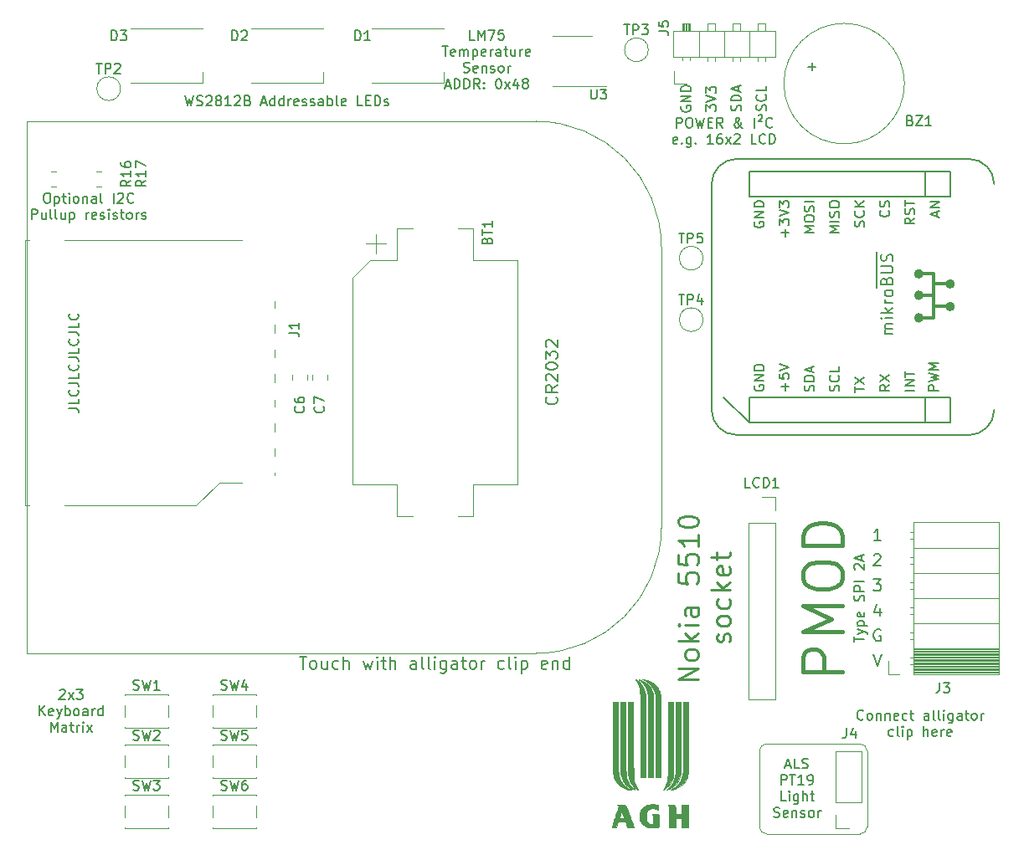
<source format=gbr>
%TF.GenerationSoftware,KiCad,Pcbnew,5.1.12-1.fc34*%
%TF.CreationDate,2022-01-20T18:55:51+01:00*%
%TF.ProjectId,frdm05-devboard,6672646d-3035-42d6-9465-76626f617264,2.1*%
%TF.SameCoordinates,Original*%
%TF.FileFunction,Legend,Top*%
%TF.FilePolarity,Positive*%
%FSLAX46Y46*%
G04 Gerber Fmt 4.6, Leading zero omitted, Abs format (unit mm)*
G04 Created by KiCad (PCBNEW 5.1.12-1.fc34) date 2022-01-20 18:55:51*
%MOMM*%
%LPD*%
G01*
G04 APERTURE LIST*
%ADD10C,0.150000*%
%ADD11C,0.200000*%
%ADD12C,0.120000*%
%ADD13C,0.250000*%
%ADD14C,0.450000*%
%ADD15C,0.508000*%
%ADD16C,0.304800*%
%ADD17C,0.127000*%
%ADD18C,0.010000*%
G04 APERTURE END LIST*
D10*
X108053333Y-128707619D02*
X108100952Y-128660000D01*
X108196190Y-128612380D01*
X108434285Y-128612380D01*
X108529523Y-128660000D01*
X108577142Y-128707619D01*
X108624761Y-128802857D01*
X108624761Y-128898095D01*
X108577142Y-129040952D01*
X108005714Y-129612380D01*
X108624761Y-129612380D01*
X108958095Y-129612380D02*
X109481904Y-128945714D01*
X108958095Y-128945714D02*
X109481904Y-129612380D01*
X109767619Y-128612380D02*
X110386666Y-128612380D01*
X110053333Y-128993333D01*
X110196190Y-128993333D01*
X110291428Y-129040952D01*
X110339047Y-129088571D01*
X110386666Y-129183809D01*
X110386666Y-129421904D01*
X110339047Y-129517142D01*
X110291428Y-129564761D01*
X110196190Y-129612380D01*
X109910476Y-129612380D01*
X109815238Y-129564761D01*
X109767619Y-129517142D01*
X106029523Y-131262380D02*
X106029523Y-130262380D01*
X106600952Y-131262380D02*
X106172380Y-130690952D01*
X106600952Y-130262380D02*
X106029523Y-130833809D01*
X107410476Y-131214761D02*
X107315238Y-131262380D01*
X107124761Y-131262380D01*
X107029523Y-131214761D01*
X106981904Y-131119523D01*
X106981904Y-130738571D01*
X107029523Y-130643333D01*
X107124761Y-130595714D01*
X107315238Y-130595714D01*
X107410476Y-130643333D01*
X107458095Y-130738571D01*
X107458095Y-130833809D01*
X106981904Y-130929047D01*
X107791428Y-130595714D02*
X108029523Y-131262380D01*
X108267619Y-130595714D02*
X108029523Y-131262380D01*
X107934285Y-131500476D01*
X107886666Y-131548095D01*
X107791428Y-131595714D01*
X108648571Y-131262380D02*
X108648571Y-130262380D01*
X108648571Y-130643333D02*
X108743809Y-130595714D01*
X108934285Y-130595714D01*
X109029523Y-130643333D01*
X109077142Y-130690952D01*
X109124761Y-130786190D01*
X109124761Y-131071904D01*
X109077142Y-131167142D01*
X109029523Y-131214761D01*
X108934285Y-131262380D01*
X108743809Y-131262380D01*
X108648571Y-131214761D01*
X109696190Y-131262380D02*
X109600952Y-131214761D01*
X109553333Y-131167142D01*
X109505714Y-131071904D01*
X109505714Y-130786190D01*
X109553333Y-130690952D01*
X109600952Y-130643333D01*
X109696190Y-130595714D01*
X109839047Y-130595714D01*
X109934285Y-130643333D01*
X109981904Y-130690952D01*
X110029523Y-130786190D01*
X110029523Y-131071904D01*
X109981904Y-131167142D01*
X109934285Y-131214761D01*
X109839047Y-131262380D01*
X109696190Y-131262380D01*
X110886666Y-131262380D02*
X110886666Y-130738571D01*
X110839047Y-130643333D01*
X110743809Y-130595714D01*
X110553333Y-130595714D01*
X110458095Y-130643333D01*
X110886666Y-131214761D02*
X110791428Y-131262380D01*
X110553333Y-131262380D01*
X110458095Y-131214761D01*
X110410476Y-131119523D01*
X110410476Y-131024285D01*
X110458095Y-130929047D01*
X110553333Y-130881428D01*
X110791428Y-130881428D01*
X110886666Y-130833809D01*
X111362857Y-131262380D02*
X111362857Y-130595714D01*
X111362857Y-130786190D02*
X111410476Y-130690952D01*
X111458095Y-130643333D01*
X111553333Y-130595714D01*
X111648571Y-130595714D01*
X112410476Y-131262380D02*
X112410476Y-130262380D01*
X112410476Y-131214761D02*
X112315238Y-131262380D01*
X112124761Y-131262380D01*
X112029523Y-131214761D01*
X111981904Y-131167142D01*
X111934285Y-131071904D01*
X111934285Y-130786190D01*
X111981904Y-130690952D01*
X112029523Y-130643333D01*
X112124761Y-130595714D01*
X112315238Y-130595714D01*
X112410476Y-130643333D01*
X107196190Y-132912380D02*
X107196190Y-131912380D01*
X107529523Y-132626666D01*
X107862857Y-131912380D01*
X107862857Y-132912380D01*
X108767619Y-132912380D02*
X108767619Y-132388571D01*
X108720000Y-132293333D01*
X108624761Y-132245714D01*
X108434285Y-132245714D01*
X108339047Y-132293333D01*
X108767619Y-132864761D02*
X108672380Y-132912380D01*
X108434285Y-132912380D01*
X108339047Y-132864761D01*
X108291428Y-132769523D01*
X108291428Y-132674285D01*
X108339047Y-132579047D01*
X108434285Y-132531428D01*
X108672380Y-132531428D01*
X108767619Y-132483809D01*
X109100952Y-132245714D02*
X109481904Y-132245714D01*
X109243809Y-131912380D02*
X109243809Y-132769523D01*
X109291428Y-132864761D01*
X109386666Y-132912380D01*
X109481904Y-132912380D01*
X109815238Y-132912380D02*
X109815238Y-132245714D01*
X109815238Y-132436190D02*
X109862857Y-132340952D01*
X109910476Y-132293333D01*
X110005714Y-132245714D01*
X110100952Y-132245714D01*
X110434285Y-132912380D02*
X110434285Y-132245714D01*
X110434285Y-131912380D02*
X110386666Y-131960000D01*
X110434285Y-132007619D01*
X110481904Y-131960000D01*
X110434285Y-131912380D01*
X110434285Y-132007619D01*
X110815238Y-132912380D02*
X111339047Y-132245714D01*
X110815238Y-132245714D02*
X111339047Y-132912380D01*
X109002380Y-100169047D02*
X109716666Y-100169047D01*
X109859523Y-100216666D01*
X109954761Y-100311904D01*
X110002380Y-100454761D01*
X110002380Y-100550000D01*
X110002380Y-99216666D02*
X110002380Y-99692857D01*
X109002380Y-99692857D01*
X109907142Y-98311904D02*
X109954761Y-98359523D01*
X110002380Y-98502380D01*
X110002380Y-98597619D01*
X109954761Y-98740476D01*
X109859523Y-98835714D01*
X109764285Y-98883333D01*
X109573809Y-98930952D01*
X109430952Y-98930952D01*
X109240476Y-98883333D01*
X109145238Y-98835714D01*
X109050000Y-98740476D01*
X109002380Y-98597619D01*
X109002380Y-98502380D01*
X109050000Y-98359523D01*
X109097619Y-98311904D01*
X109002380Y-97597619D02*
X109716666Y-97597619D01*
X109859523Y-97645238D01*
X109954761Y-97740476D01*
X110002380Y-97883333D01*
X110002380Y-97978571D01*
X110002380Y-96645238D02*
X110002380Y-97121428D01*
X109002380Y-97121428D01*
X109907142Y-95740476D02*
X109954761Y-95788095D01*
X110002380Y-95930952D01*
X110002380Y-96026190D01*
X109954761Y-96169047D01*
X109859523Y-96264285D01*
X109764285Y-96311904D01*
X109573809Y-96359523D01*
X109430952Y-96359523D01*
X109240476Y-96311904D01*
X109145238Y-96264285D01*
X109050000Y-96169047D01*
X109002380Y-96026190D01*
X109002380Y-95930952D01*
X109050000Y-95788095D01*
X109097619Y-95740476D01*
X109002380Y-95026190D02*
X109716666Y-95026190D01*
X109859523Y-95073809D01*
X109954761Y-95169047D01*
X110002380Y-95311904D01*
X110002380Y-95407142D01*
X110002380Y-94073809D02*
X110002380Y-94550000D01*
X109002380Y-94550000D01*
X109907142Y-93169047D02*
X109954761Y-93216666D01*
X110002380Y-93359523D01*
X110002380Y-93454761D01*
X109954761Y-93597619D01*
X109859523Y-93692857D01*
X109764285Y-93740476D01*
X109573809Y-93788095D01*
X109430952Y-93788095D01*
X109240476Y-93740476D01*
X109145238Y-93692857D01*
X109050000Y-93597619D01*
X109002380Y-93454761D01*
X109002380Y-93359523D01*
X109050000Y-93216666D01*
X109097619Y-93169047D01*
X109002380Y-92454761D02*
X109716666Y-92454761D01*
X109859523Y-92502380D01*
X109954761Y-92597619D01*
X110002380Y-92740476D01*
X110002380Y-92835714D01*
X110002380Y-91502380D02*
X110002380Y-91978571D01*
X109002380Y-91978571D01*
X109907142Y-90597619D02*
X109954761Y-90645238D01*
X110002380Y-90788095D01*
X110002380Y-90883333D01*
X109954761Y-91026190D01*
X109859523Y-91121428D01*
X109764285Y-91169047D01*
X109573809Y-91216666D01*
X109430952Y-91216666D01*
X109240476Y-91169047D01*
X109145238Y-91121428D01*
X109050000Y-91026190D01*
X109002380Y-90883333D01*
X109002380Y-90788095D01*
X109050000Y-90645238D01*
X109097619Y-90597619D01*
D11*
X158289571Y-99034285D02*
X158346714Y-99091428D01*
X158403857Y-99262857D01*
X158403857Y-99377142D01*
X158346714Y-99548571D01*
X158232428Y-99662857D01*
X158118142Y-99720000D01*
X157889571Y-99777142D01*
X157718142Y-99777142D01*
X157489571Y-99720000D01*
X157375285Y-99662857D01*
X157261000Y-99548571D01*
X157203857Y-99377142D01*
X157203857Y-99262857D01*
X157261000Y-99091428D01*
X157318142Y-99034285D01*
X158403857Y-97834285D02*
X157832428Y-98234285D01*
X158403857Y-98520000D02*
X157203857Y-98520000D01*
X157203857Y-98062857D01*
X157261000Y-97948571D01*
X157318142Y-97891428D01*
X157432428Y-97834285D01*
X157603857Y-97834285D01*
X157718142Y-97891428D01*
X157775285Y-97948571D01*
X157832428Y-98062857D01*
X157832428Y-98520000D01*
X157318142Y-97377142D02*
X157261000Y-97320000D01*
X157203857Y-97205714D01*
X157203857Y-96920000D01*
X157261000Y-96805714D01*
X157318142Y-96748571D01*
X157432428Y-96691428D01*
X157546714Y-96691428D01*
X157718142Y-96748571D01*
X158403857Y-97434285D01*
X158403857Y-96691428D01*
X157203857Y-95948571D02*
X157203857Y-95834285D01*
X157261000Y-95720000D01*
X157318142Y-95662857D01*
X157432428Y-95605714D01*
X157661000Y-95548571D01*
X157946714Y-95548571D01*
X158175285Y-95605714D01*
X158289571Y-95662857D01*
X158346714Y-95720000D01*
X158403857Y-95834285D01*
X158403857Y-95948571D01*
X158346714Y-96062857D01*
X158289571Y-96120000D01*
X158175285Y-96177142D01*
X157946714Y-96234285D01*
X157661000Y-96234285D01*
X157432428Y-96177142D01*
X157318142Y-96120000D01*
X157261000Y-96062857D01*
X157203857Y-95948571D01*
X157203857Y-95148571D02*
X157203857Y-94405714D01*
X157661000Y-94805714D01*
X157661000Y-94634285D01*
X157718142Y-94520000D01*
X157775285Y-94462857D01*
X157889571Y-94405714D01*
X158175285Y-94405714D01*
X158289571Y-94462857D01*
X158346714Y-94520000D01*
X158403857Y-94634285D01*
X158403857Y-94977142D01*
X158346714Y-95091428D01*
X158289571Y-95148571D01*
X157318142Y-93948571D02*
X157261000Y-93891428D01*
X157203857Y-93777142D01*
X157203857Y-93491428D01*
X157261000Y-93377142D01*
X157318142Y-93320000D01*
X157432428Y-93262857D01*
X157546714Y-93262857D01*
X157718142Y-93320000D01*
X158403857Y-94005714D01*
X158403857Y-93262857D01*
X190354000Y-125072857D02*
X190754000Y-126272857D01*
X191154000Y-125072857D01*
X191068285Y-122590000D02*
X190954000Y-122532857D01*
X190782571Y-122532857D01*
X190611142Y-122590000D01*
X190496857Y-122704285D01*
X190439714Y-122818571D01*
X190382571Y-123047142D01*
X190382571Y-123218571D01*
X190439714Y-123447142D01*
X190496857Y-123561428D01*
X190611142Y-123675714D01*
X190782571Y-123732857D01*
X190896857Y-123732857D01*
X191068285Y-123675714D01*
X191125428Y-123618571D01*
X191125428Y-123218571D01*
X190896857Y-123218571D01*
X190982571Y-120392857D02*
X190982571Y-121192857D01*
X190696857Y-119935714D02*
X190411142Y-120792857D01*
X191154000Y-120792857D01*
X190354000Y-117452857D02*
X191096857Y-117452857D01*
X190696857Y-117910000D01*
X190868285Y-117910000D01*
X190982571Y-117967142D01*
X191039714Y-118024285D01*
X191096857Y-118138571D01*
X191096857Y-118424285D01*
X191039714Y-118538571D01*
X190982571Y-118595714D01*
X190868285Y-118652857D01*
X190525428Y-118652857D01*
X190411142Y-118595714D01*
X190354000Y-118538571D01*
X190411142Y-115027142D02*
X190468285Y-114970000D01*
X190582571Y-114912857D01*
X190868285Y-114912857D01*
X190982571Y-114970000D01*
X191039714Y-115027142D01*
X191096857Y-115141428D01*
X191096857Y-115255714D01*
X191039714Y-115427142D01*
X190354000Y-116112857D01*
X191096857Y-116112857D01*
X191096857Y-113572857D02*
X190411142Y-113572857D01*
X190754000Y-113572857D02*
X190754000Y-112372857D01*
X190639714Y-112544285D01*
X190525428Y-112658571D01*
X190411142Y-112715714D01*
D10*
X188428380Y-123808571D02*
X188428380Y-123237142D01*
X189428380Y-123522857D02*
X188428380Y-123522857D01*
X188761714Y-122999047D02*
X189428380Y-122760952D01*
X188761714Y-122522857D02*
X189428380Y-122760952D01*
X189666476Y-122856190D01*
X189714095Y-122903809D01*
X189761714Y-122999047D01*
X188761714Y-122141904D02*
X189761714Y-122141904D01*
X188809333Y-122141904D02*
X188761714Y-122046666D01*
X188761714Y-121856190D01*
X188809333Y-121760952D01*
X188856952Y-121713333D01*
X188952190Y-121665714D01*
X189237904Y-121665714D01*
X189333142Y-121713333D01*
X189380761Y-121760952D01*
X189428380Y-121856190D01*
X189428380Y-122046666D01*
X189380761Y-122141904D01*
X189380761Y-120856190D02*
X189428380Y-120951428D01*
X189428380Y-121141904D01*
X189380761Y-121237142D01*
X189285523Y-121284761D01*
X188904571Y-121284761D01*
X188809333Y-121237142D01*
X188761714Y-121141904D01*
X188761714Y-120951428D01*
X188809333Y-120856190D01*
X188904571Y-120808571D01*
X188999809Y-120808571D01*
X189095047Y-121284761D01*
X189380761Y-119665714D02*
X189428380Y-119522857D01*
X189428380Y-119284761D01*
X189380761Y-119189523D01*
X189333142Y-119141904D01*
X189237904Y-119094285D01*
X189142666Y-119094285D01*
X189047428Y-119141904D01*
X188999809Y-119189523D01*
X188952190Y-119284761D01*
X188904571Y-119475238D01*
X188856952Y-119570476D01*
X188809333Y-119618095D01*
X188714095Y-119665714D01*
X188618857Y-119665714D01*
X188523619Y-119618095D01*
X188476000Y-119570476D01*
X188428380Y-119475238D01*
X188428380Y-119237142D01*
X188476000Y-119094285D01*
X189428380Y-118665714D02*
X188428380Y-118665714D01*
X188428380Y-118284761D01*
X188476000Y-118189523D01*
X188523619Y-118141904D01*
X188618857Y-118094285D01*
X188761714Y-118094285D01*
X188856952Y-118141904D01*
X188904571Y-118189523D01*
X188952190Y-118284761D01*
X188952190Y-118665714D01*
X189428380Y-117665714D02*
X188428380Y-117665714D01*
X188523619Y-116475238D02*
X188476000Y-116427619D01*
X188428380Y-116332380D01*
X188428380Y-116094285D01*
X188476000Y-115999047D01*
X188523619Y-115951428D01*
X188618857Y-115903809D01*
X188714095Y-115903809D01*
X188856952Y-115951428D01*
X189428380Y-116522857D01*
X189428380Y-115903809D01*
X189142666Y-115522857D02*
X189142666Y-115046666D01*
X189428380Y-115618095D02*
X188428380Y-115284761D01*
X189428380Y-114951428D01*
D12*
X188976000Y-134112000D02*
G75*
G02*
X189738000Y-134874000I0J-762000D01*
G01*
X189738000Y-142494000D02*
G75*
G02*
X188976000Y-143256000I-762000J0D01*
G01*
X179578000Y-143256000D02*
G75*
G02*
X178816000Y-142494000I0J762000D01*
G01*
X178816000Y-134874000D02*
G75*
G02*
X179578000Y-134112000I762000J0D01*
G01*
X189738000Y-142494000D02*
X189738000Y-134874000D01*
X179578000Y-143256000D02*
X188976000Y-143256000D01*
X178816000Y-134874000D02*
X178816000Y-142494000D01*
X188976000Y-134112000D02*
X179578000Y-134112000D01*
D10*
X179474761Y-70024476D02*
X179522380Y-69881619D01*
X179522380Y-69643523D01*
X179474761Y-69548285D01*
X179427142Y-69500666D01*
X179331904Y-69453047D01*
X179236666Y-69453047D01*
X179141428Y-69500666D01*
X179093809Y-69548285D01*
X179046190Y-69643523D01*
X178998571Y-69834000D01*
X178950952Y-69929238D01*
X178903333Y-69976857D01*
X178808095Y-70024476D01*
X178712857Y-70024476D01*
X178617619Y-69976857D01*
X178570000Y-69929238D01*
X178522380Y-69834000D01*
X178522380Y-69595904D01*
X178570000Y-69453047D01*
X179427142Y-68453047D02*
X179474761Y-68500666D01*
X179522380Y-68643523D01*
X179522380Y-68738761D01*
X179474761Y-68881619D01*
X179379523Y-68976857D01*
X179284285Y-69024476D01*
X179093809Y-69072095D01*
X178950952Y-69072095D01*
X178760476Y-69024476D01*
X178665238Y-68976857D01*
X178570000Y-68881619D01*
X178522380Y-68738761D01*
X178522380Y-68643523D01*
X178570000Y-68500666D01*
X178617619Y-68453047D01*
X179522380Y-67548285D02*
X179522380Y-68024476D01*
X178522380Y-68024476D01*
X176934761Y-70048285D02*
X176982380Y-69905428D01*
X176982380Y-69667333D01*
X176934761Y-69572095D01*
X176887142Y-69524476D01*
X176791904Y-69476857D01*
X176696666Y-69476857D01*
X176601428Y-69524476D01*
X176553809Y-69572095D01*
X176506190Y-69667333D01*
X176458571Y-69857809D01*
X176410952Y-69953047D01*
X176363333Y-70000666D01*
X176268095Y-70048285D01*
X176172857Y-70048285D01*
X176077619Y-70000666D01*
X176030000Y-69953047D01*
X175982380Y-69857809D01*
X175982380Y-69619714D01*
X176030000Y-69476857D01*
X176982380Y-69048285D02*
X175982380Y-69048285D01*
X175982380Y-68810190D01*
X176030000Y-68667333D01*
X176125238Y-68572095D01*
X176220476Y-68524476D01*
X176410952Y-68476857D01*
X176553809Y-68476857D01*
X176744285Y-68524476D01*
X176839523Y-68572095D01*
X176934761Y-68667333D01*
X176982380Y-68810190D01*
X176982380Y-69048285D01*
X176696666Y-68095904D02*
X176696666Y-67619714D01*
X176982380Y-68191142D02*
X175982380Y-67857809D01*
X176982380Y-67524476D01*
X173442380Y-70072095D02*
X173442380Y-69453047D01*
X173823333Y-69786380D01*
X173823333Y-69643523D01*
X173870952Y-69548285D01*
X173918571Y-69500666D01*
X174013809Y-69453047D01*
X174251904Y-69453047D01*
X174347142Y-69500666D01*
X174394761Y-69548285D01*
X174442380Y-69643523D01*
X174442380Y-69929238D01*
X174394761Y-70024476D01*
X174347142Y-70072095D01*
X173442380Y-69167333D02*
X174442380Y-68834000D01*
X173442380Y-68500666D01*
X173442380Y-68262571D02*
X173442380Y-67643523D01*
X173823333Y-67976857D01*
X173823333Y-67834000D01*
X173870952Y-67738761D01*
X173918571Y-67691142D01*
X174013809Y-67643523D01*
X174251904Y-67643523D01*
X174347142Y-67691142D01*
X174394761Y-67738761D01*
X174442380Y-67834000D01*
X174442380Y-68119714D01*
X174394761Y-68214952D01*
X174347142Y-68262571D01*
X170950000Y-69595904D02*
X170902380Y-69691142D01*
X170902380Y-69834000D01*
X170950000Y-69976857D01*
X171045238Y-70072095D01*
X171140476Y-70119714D01*
X171330952Y-70167333D01*
X171473809Y-70167333D01*
X171664285Y-70119714D01*
X171759523Y-70072095D01*
X171854761Y-69976857D01*
X171902380Y-69834000D01*
X171902380Y-69738761D01*
X171854761Y-69595904D01*
X171807142Y-69548285D01*
X171473809Y-69548285D01*
X171473809Y-69738761D01*
X171902380Y-69119714D02*
X170902380Y-69119714D01*
X171902380Y-68548285D01*
X170902380Y-68548285D01*
X171902380Y-68072095D02*
X170902380Y-68072095D01*
X170902380Y-67834000D01*
X170950000Y-67691142D01*
X171045238Y-67595904D01*
X171140476Y-67548285D01*
X171330952Y-67500666D01*
X171473809Y-67500666D01*
X171664285Y-67548285D01*
X171759523Y-67595904D01*
X171854761Y-67691142D01*
X171902380Y-67834000D01*
X171902380Y-68072095D01*
X106712285Y-78383380D02*
X106902761Y-78383380D01*
X106998000Y-78431000D01*
X107093238Y-78526238D01*
X107140857Y-78716714D01*
X107140857Y-79050047D01*
X107093238Y-79240523D01*
X106998000Y-79335761D01*
X106902761Y-79383380D01*
X106712285Y-79383380D01*
X106617047Y-79335761D01*
X106521809Y-79240523D01*
X106474190Y-79050047D01*
X106474190Y-78716714D01*
X106521809Y-78526238D01*
X106617047Y-78431000D01*
X106712285Y-78383380D01*
X107569428Y-78716714D02*
X107569428Y-79716714D01*
X107569428Y-78764333D02*
X107664666Y-78716714D01*
X107855142Y-78716714D01*
X107950380Y-78764333D01*
X107998000Y-78811952D01*
X108045619Y-78907190D01*
X108045619Y-79192904D01*
X107998000Y-79288142D01*
X107950380Y-79335761D01*
X107855142Y-79383380D01*
X107664666Y-79383380D01*
X107569428Y-79335761D01*
X108331333Y-78716714D02*
X108712285Y-78716714D01*
X108474190Y-78383380D02*
X108474190Y-79240523D01*
X108521809Y-79335761D01*
X108617047Y-79383380D01*
X108712285Y-79383380D01*
X109045619Y-79383380D02*
X109045619Y-78716714D01*
X109045619Y-78383380D02*
X108998000Y-78431000D01*
X109045619Y-78478619D01*
X109093238Y-78431000D01*
X109045619Y-78383380D01*
X109045619Y-78478619D01*
X109664666Y-79383380D02*
X109569428Y-79335761D01*
X109521809Y-79288142D01*
X109474190Y-79192904D01*
X109474190Y-78907190D01*
X109521809Y-78811952D01*
X109569428Y-78764333D01*
X109664666Y-78716714D01*
X109807523Y-78716714D01*
X109902761Y-78764333D01*
X109950380Y-78811952D01*
X109998000Y-78907190D01*
X109998000Y-79192904D01*
X109950380Y-79288142D01*
X109902761Y-79335761D01*
X109807523Y-79383380D01*
X109664666Y-79383380D01*
X110426571Y-78716714D02*
X110426571Y-79383380D01*
X110426571Y-78811952D02*
X110474190Y-78764333D01*
X110569428Y-78716714D01*
X110712285Y-78716714D01*
X110807523Y-78764333D01*
X110855142Y-78859571D01*
X110855142Y-79383380D01*
X111759904Y-79383380D02*
X111759904Y-78859571D01*
X111712285Y-78764333D01*
X111617047Y-78716714D01*
X111426571Y-78716714D01*
X111331333Y-78764333D01*
X111759904Y-79335761D02*
X111664666Y-79383380D01*
X111426571Y-79383380D01*
X111331333Y-79335761D01*
X111283714Y-79240523D01*
X111283714Y-79145285D01*
X111331333Y-79050047D01*
X111426571Y-79002428D01*
X111664666Y-79002428D01*
X111759904Y-78954809D01*
X112378952Y-79383380D02*
X112283714Y-79335761D01*
X112236095Y-79240523D01*
X112236095Y-78383380D01*
X113521809Y-79383380D02*
X113521809Y-78383380D01*
X113950380Y-78478619D02*
X113998000Y-78431000D01*
X114093238Y-78383380D01*
X114331333Y-78383380D01*
X114426571Y-78431000D01*
X114474190Y-78478619D01*
X114521809Y-78573857D01*
X114521809Y-78669095D01*
X114474190Y-78811952D01*
X113902761Y-79383380D01*
X114521809Y-79383380D01*
X115521809Y-79288142D02*
X115474190Y-79335761D01*
X115331333Y-79383380D01*
X115236095Y-79383380D01*
X115093238Y-79335761D01*
X114998000Y-79240523D01*
X114950380Y-79145285D01*
X114902761Y-78954809D01*
X114902761Y-78811952D01*
X114950380Y-78621476D01*
X114998000Y-78526238D01*
X115093238Y-78431000D01*
X115236095Y-78383380D01*
X115331333Y-78383380D01*
X115474190Y-78431000D01*
X115521809Y-78478619D01*
X105236095Y-81033380D02*
X105236095Y-80033380D01*
X105617047Y-80033380D01*
X105712285Y-80081000D01*
X105759904Y-80128619D01*
X105807523Y-80223857D01*
X105807523Y-80366714D01*
X105759904Y-80461952D01*
X105712285Y-80509571D01*
X105617047Y-80557190D01*
X105236095Y-80557190D01*
X106664666Y-80366714D02*
X106664666Y-81033380D01*
X106236095Y-80366714D02*
X106236095Y-80890523D01*
X106283714Y-80985761D01*
X106378952Y-81033380D01*
X106521809Y-81033380D01*
X106617047Y-80985761D01*
X106664666Y-80938142D01*
X107283714Y-81033380D02*
X107188476Y-80985761D01*
X107140857Y-80890523D01*
X107140857Y-80033380D01*
X107807523Y-81033380D02*
X107712285Y-80985761D01*
X107664666Y-80890523D01*
X107664666Y-80033380D01*
X108617047Y-80366714D02*
X108617047Y-81033380D01*
X108188476Y-80366714D02*
X108188476Y-80890523D01*
X108236095Y-80985761D01*
X108331333Y-81033380D01*
X108474190Y-81033380D01*
X108569428Y-80985761D01*
X108617047Y-80938142D01*
X109093238Y-80366714D02*
X109093238Y-81366714D01*
X109093238Y-80414333D02*
X109188476Y-80366714D01*
X109378952Y-80366714D01*
X109474190Y-80414333D01*
X109521809Y-80461952D01*
X109569428Y-80557190D01*
X109569428Y-80842904D01*
X109521809Y-80938142D01*
X109474190Y-80985761D01*
X109378952Y-81033380D01*
X109188476Y-81033380D01*
X109093238Y-80985761D01*
X110759904Y-81033380D02*
X110759904Y-80366714D01*
X110759904Y-80557190D02*
X110807523Y-80461952D01*
X110855142Y-80414333D01*
X110950380Y-80366714D01*
X111045619Y-80366714D01*
X111759904Y-80985761D02*
X111664666Y-81033380D01*
X111474190Y-81033380D01*
X111378952Y-80985761D01*
X111331333Y-80890523D01*
X111331333Y-80509571D01*
X111378952Y-80414333D01*
X111474190Y-80366714D01*
X111664666Y-80366714D01*
X111759904Y-80414333D01*
X111807523Y-80509571D01*
X111807523Y-80604809D01*
X111331333Y-80700047D01*
X112188476Y-80985761D02*
X112283714Y-81033380D01*
X112474190Y-81033380D01*
X112569428Y-80985761D01*
X112617047Y-80890523D01*
X112617047Y-80842904D01*
X112569428Y-80747666D01*
X112474190Y-80700047D01*
X112331333Y-80700047D01*
X112236095Y-80652428D01*
X112188476Y-80557190D01*
X112188476Y-80509571D01*
X112236095Y-80414333D01*
X112331333Y-80366714D01*
X112474190Y-80366714D01*
X112569428Y-80414333D01*
X113045619Y-81033380D02*
X113045619Y-80366714D01*
X113045619Y-80033380D02*
X112998000Y-80081000D01*
X113045619Y-80128619D01*
X113093238Y-80081000D01*
X113045619Y-80033380D01*
X113045619Y-80128619D01*
X113474190Y-80985761D02*
X113569428Y-81033380D01*
X113759904Y-81033380D01*
X113855142Y-80985761D01*
X113902761Y-80890523D01*
X113902761Y-80842904D01*
X113855142Y-80747666D01*
X113759904Y-80700047D01*
X113617047Y-80700047D01*
X113521809Y-80652428D01*
X113474190Y-80557190D01*
X113474190Y-80509571D01*
X113521809Y-80414333D01*
X113617047Y-80366714D01*
X113759904Y-80366714D01*
X113855142Y-80414333D01*
X114188476Y-80366714D02*
X114569428Y-80366714D01*
X114331333Y-80033380D02*
X114331333Y-80890523D01*
X114378952Y-80985761D01*
X114474190Y-81033380D01*
X114569428Y-81033380D01*
X115045619Y-81033380D02*
X114950380Y-80985761D01*
X114902761Y-80938142D01*
X114855142Y-80842904D01*
X114855142Y-80557190D01*
X114902761Y-80461952D01*
X114950380Y-80414333D01*
X115045619Y-80366714D01*
X115188476Y-80366714D01*
X115283714Y-80414333D01*
X115331333Y-80461952D01*
X115378952Y-80557190D01*
X115378952Y-80842904D01*
X115331333Y-80938142D01*
X115283714Y-80985761D01*
X115188476Y-81033380D01*
X115045619Y-81033380D01*
X115807523Y-81033380D02*
X115807523Y-80366714D01*
X115807523Y-80557190D02*
X115855142Y-80461952D01*
X115902761Y-80414333D01*
X115998000Y-80366714D01*
X116093238Y-80366714D01*
X116378952Y-80985761D02*
X116474190Y-81033380D01*
X116664666Y-81033380D01*
X116759904Y-80985761D01*
X116807523Y-80890523D01*
X116807523Y-80842904D01*
X116759904Y-80747666D01*
X116664666Y-80700047D01*
X116521809Y-80700047D01*
X116426571Y-80652428D01*
X116378952Y-80557190D01*
X116378952Y-80509571D01*
X116426571Y-80414333D01*
X116521809Y-80366714D01*
X116664666Y-80366714D01*
X116759904Y-80414333D01*
X170450476Y-71763380D02*
X170450476Y-70763380D01*
X170831428Y-70763380D01*
X170926666Y-70811000D01*
X170974285Y-70858619D01*
X171021904Y-70953857D01*
X171021904Y-71096714D01*
X170974285Y-71191952D01*
X170926666Y-71239571D01*
X170831428Y-71287190D01*
X170450476Y-71287190D01*
X171640952Y-70763380D02*
X171831428Y-70763380D01*
X171926666Y-70811000D01*
X172021904Y-70906238D01*
X172069523Y-71096714D01*
X172069523Y-71430047D01*
X172021904Y-71620523D01*
X171926666Y-71715761D01*
X171831428Y-71763380D01*
X171640952Y-71763380D01*
X171545714Y-71715761D01*
X171450476Y-71620523D01*
X171402857Y-71430047D01*
X171402857Y-71096714D01*
X171450476Y-70906238D01*
X171545714Y-70811000D01*
X171640952Y-70763380D01*
X172402857Y-70763380D02*
X172640952Y-71763380D01*
X172831428Y-71049095D01*
X173021904Y-71763380D01*
X173260000Y-70763380D01*
X173640952Y-71239571D02*
X173974285Y-71239571D01*
X174117142Y-71763380D02*
X173640952Y-71763380D01*
X173640952Y-70763380D01*
X174117142Y-70763380D01*
X175117142Y-71763380D02*
X174783809Y-71287190D01*
X174545714Y-71763380D02*
X174545714Y-70763380D01*
X174926666Y-70763380D01*
X175021904Y-70811000D01*
X175069523Y-70858619D01*
X175117142Y-70953857D01*
X175117142Y-71096714D01*
X175069523Y-71191952D01*
X175021904Y-71239571D01*
X174926666Y-71287190D01*
X174545714Y-71287190D01*
X177117142Y-71763380D02*
X177069523Y-71763380D01*
X176974285Y-71715761D01*
X176831428Y-71572904D01*
X176593333Y-71287190D01*
X176498095Y-71144333D01*
X176450476Y-71001476D01*
X176450476Y-70906238D01*
X176498095Y-70811000D01*
X176593333Y-70763380D01*
X176640952Y-70763380D01*
X176736190Y-70811000D01*
X176783809Y-70906238D01*
X176783809Y-70953857D01*
X176736190Y-71049095D01*
X176688571Y-71096714D01*
X176402857Y-71287190D01*
X176355238Y-71334809D01*
X176307619Y-71430047D01*
X176307619Y-71572904D01*
X176355238Y-71668142D01*
X176402857Y-71715761D01*
X176498095Y-71763380D01*
X176640952Y-71763380D01*
X176736190Y-71715761D01*
X176783809Y-71668142D01*
X176926666Y-71477666D01*
X176974285Y-71334809D01*
X176974285Y-71239571D01*
X178307619Y-71763380D02*
X178307619Y-70763380D01*
X178736190Y-70525285D02*
X178831428Y-70477666D01*
X178974285Y-70477666D01*
X179069523Y-70525285D01*
X179117142Y-70620523D01*
X179117142Y-70715761D01*
X179069523Y-70811000D01*
X178736190Y-71144333D01*
X179117142Y-71144333D01*
X180117142Y-71668142D02*
X180069523Y-71715761D01*
X179926666Y-71763380D01*
X179831428Y-71763380D01*
X179688571Y-71715761D01*
X179593333Y-71620523D01*
X179545714Y-71525285D01*
X179498095Y-71334809D01*
X179498095Y-71191952D01*
X179545714Y-71001476D01*
X179593333Y-70906238D01*
X179688571Y-70811000D01*
X179831428Y-70763380D01*
X179926666Y-70763380D01*
X180069523Y-70811000D01*
X180117142Y-70858619D01*
X170521904Y-73365761D02*
X170426666Y-73413380D01*
X170236190Y-73413380D01*
X170140952Y-73365761D01*
X170093333Y-73270523D01*
X170093333Y-72889571D01*
X170140952Y-72794333D01*
X170236190Y-72746714D01*
X170426666Y-72746714D01*
X170521904Y-72794333D01*
X170569523Y-72889571D01*
X170569523Y-72984809D01*
X170093333Y-73080047D01*
X170998095Y-73318142D02*
X171045714Y-73365761D01*
X170998095Y-73413380D01*
X170950476Y-73365761D01*
X170998095Y-73318142D01*
X170998095Y-73413380D01*
X171902857Y-72746714D02*
X171902857Y-73556238D01*
X171855238Y-73651476D01*
X171807619Y-73699095D01*
X171712380Y-73746714D01*
X171569523Y-73746714D01*
X171474285Y-73699095D01*
X171902857Y-73365761D02*
X171807619Y-73413380D01*
X171617142Y-73413380D01*
X171521904Y-73365761D01*
X171474285Y-73318142D01*
X171426666Y-73222904D01*
X171426666Y-72937190D01*
X171474285Y-72841952D01*
X171521904Y-72794333D01*
X171617142Y-72746714D01*
X171807619Y-72746714D01*
X171902857Y-72794333D01*
X172379047Y-73318142D02*
X172426666Y-73365761D01*
X172379047Y-73413380D01*
X172331428Y-73365761D01*
X172379047Y-73318142D01*
X172379047Y-73413380D01*
X174140952Y-73413380D02*
X173569523Y-73413380D01*
X173855238Y-73413380D02*
X173855238Y-72413380D01*
X173760000Y-72556238D01*
X173664761Y-72651476D01*
X173569523Y-72699095D01*
X174998095Y-72413380D02*
X174807619Y-72413380D01*
X174712380Y-72461000D01*
X174664761Y-72508619D01*
X174569523Y-72651476D01*
X174521904Y-72841952D01*
X174521904Y-73222904D01*
X174569523Y-73318142D01*
X174617142Y-73365761D01*
X174712380Y-73413380D01*
X174902857Y-73413380D01*
X174998095Y-73365761D01*
X175045714Y-73318142D01*
X175093333Y-73222904D01*
X175093333Y-72984809D01*
X175045714Y-72889571D01*
X174998095Y-72841952D01*
X174902857Y-72794333D01*
X174712380Y-72794333D01*
X174617142Y-72841952D01*
X174569523Y-72889571D01*
X174521904Y-72984809D01*
X175426666Y-73413380D02*
X175950476Y-72746714D01*
X175426666Y-72746714D02*
X175950476Y-73413380D01*
X176283809Y-72508619D02*
X176331428Y-72461000D01*
X176426666Y-72413380D01*
X176664761Y-72413380D01*
X176760000Y-72461000D01*
X176807619Y-72508619D01*
X176855238Y-72603857D01*
X176855238Y-72699095D01*
X176807619Y-72841952D01*
X176236190Y-73413380D01*
X176855238Y-73413380D01*
X178521904Y-73413380D02*
X178045714Y-73413380D01*
X178045714Y-72413380D01*
X179426666Y-73318142D02*
X179379047Y-73365761D01*
X179236190Y-73413380D01*
X179140952Y-73413380D01*
X178998095Y-73365761D01*
X178902857Y-73270523D01*
X178855238Y-73175285D01*
X178807619Y-72984809D01*
X178807619Y-72841952D01*
X178855238Y-72651476D01*
X178902857Y-72556238D01*
X178998095Y-72461000D01*
X179140952Y-72413380D01*
X179236190Y-72413380D01*
X179379047Y-72461000D01*
X179426666Y-72508619D01*
X179855238Y-73413380D02*
X179855238Y-72413380D01*
X180093333Y-72413380D01*
X180236190Y-72461000D01*
X180331428Y-72556238D01*
X180379047Y-72651476D01*
X180426666Y-72841952D01*
X180426666Y-72984809D01*
X180379047Y-73175285D01*
X180331428Y-73270523D01*
X180236190Y-73365761D01*
X180093333Y-73413380D01*
X179855238Y-73413380D01*
D11*
X132329761Y-125299476D02*
X133044047Y-125299476D01*
X132686904Y-126549476D02*
X132686904Y-125299476D01*
X133639285Y-126549476D02*
X133520238Y-126489952D01*
X133460714Y-126430428D01*
X133401190Y-126311380D01*
X133401190Y-125954238D01*
X133460714Y-125835190D01*
X133520238Y-125775666D01*
X133639285Y-125716142D01*
X133817857Y-125716142D01*
X133936904Y-125775666D01*
X133996428Y-125835190D01*
X134055952Y-125954238D01*
X134055952Y-126311380D01*
X133996428Y-126430428D01*
X133936904Y-126489952D01*
X133817857Y-126549476D01*
X133639285Y-126549476D01*
X135127380Y-125716142D02*
X135127380Y-126549476D01*
X134591666Y-125716142D02*
X134591666Y-126370904D01*
X134651190Y-126489952D01*
X134770238Y-126549476D01*
X134948809Y-126549476D01*
X135067857Y-126489952D01*
X135127380Y-126430428D01*
X136258333Y-126489952D02*
X136139285Y-126549476D01*
X135901190Y-126549476D01*
X135782142Y-126489952D01*
X135722619Y-126430428D01*
X135663095Y-126311380D01*
X135663095Y-125954238D01*
X135722619Y-125835190D01*
X135782142Y-125775666D01*
X135901190Y-125716142D01*
X136139285Y-125716142D01*
X136258333Y-125775666D01*
X136794047Y-126549476D02*
X136794047Y-125299476D01*
X137329761Y-126549476D02*
X137329761Y-125894714D01*
X137270238Y-125775666D01*
X137151190Y-125716142D01*
X136972619Y-125716142D01*
X136853571Y-125775666D01*
X136794047Y-125835190D01*
X138758333Y-125716142D02*
X138996428Y-126549476D01*
X139234523Y-125954238D01*
X139472619Y-126549476D01*
X139710714Y-125716142D01*
X140186904Y-126549476D02*
X140186904Y-125716142D01*
X140186904Y-125299476D02*
X140127380Y-125359000D01*
X140186904Y-125418523D01*
X140246428Y-125359000D01*
X140186904Y-125299476D01*
X140186904Y-125418523D01*
X140603571Y-125716142D02*
X141079761Y-125716142D01*
X140782142Y-125299476D02*
X140782142Y-126370904D01*
X140841666Y-126489952D01*
X140960714Y-126549476D01*
X141079761Y-126549476D01*
X141496428Y-126549476D02*
X141496428Y-125299476D01*
X142032142Y-126549476D02*
X142032142Y-125894714D01*
X141972619Y-125775666D01*
X141853571Y-125716142D01*
X141675000Y-125716142D01*
X141555952Y-125775666D01*
X141496428Y-125835190D01*
X144115476Y-126549476D02*
X144115476Y-125894714D01*
X144055952Y-125775666D01*
X143936904Y-125716142D01*
X143698809Y-125716142D01*
X143579761Y-125775666D01*
X144115476Y-126489952D02*
X143996428Y-126549476D01*
X143698809Y-126549476D01*
X143579761Y-126489952D01*
X143520238Y-126370904D01*
X143520238Y-126251857D01*
X143579761Y-126132809D01*
X143698809Y-126073285D01*
X143996428Y-126073285D01*
X144115476Y-126013761D01*
X144889285Y-126549476D02*
X144770238Y-126489952D01*
X144710714Y-126370904D01*
X144710714Y-125299476D01*
X145544047Y-126549476D02*
X145425000Y-126489952D01*
X145365476Y-126370904D01*
X145365476Y-125299476D01*
X146020238Y-126549476D02*
X146020238Y-125716142D01*
X146020238Y-125299476D02*
X145960714Y-125359000D01*
X146020238Y-125418523D01*
X146079761Y-125359000D01*
X146020238Y-125299476D01*
X146020238Y-125418523D01*
X147151190Y-125716142D02*
X147151190Y-126728047D01*
X147091666Y-126847095D01*
X147032142Y-126906619D01*
X146913095Y-126966142D01*
X146734523Y-126966142D01*
X146615476Y-126906619D01*
X147151190Y-126489952D02*
X147032142Y-126549476D01*
X146794047Y-126549476D01*
X146675000Y-126489952D01*
X146615476Y-126430428D01*
X146555952Y-126311380D01*
X146555952Y-125954238D01*
X146615476Y-125835190D01*
X146675000Y-125775666D01*
X146794047Y-125716142D01*
X147032142Y-125716142D01*
X147151190Y-125775666D01*
X148282142Y-126549476D02*
X148282142Y-125894714D01*
X148222619Y-125775666D01*
X148103571Y-125716142D01*
X147865476Y-125716142D01*
X147746428Y-125775666D01*
X148282142Y-126489952D02*
X148163095Y-126549476D01*
X147865476Y-126549476D01*
X147746428Y-126489952D01*
X147686904Y-126370904D01*
X147686904Y-126251857D01*
X147746428Y-126132809D01*
X147865476Y-126073285D01*
X148163095Y-126073285D01*
X148282142Y-126013761D01*
X148698809Y-125716142D02*
X149175000Y-125716142D01*
X148877380Y-125299476D02*
X148877380Y-126370904D01*
X148936904Y-126489952D01*
X149055952Y-126549476D01*
X149175000Y-126549476D01*
X149770238Y-126549476D02*
X149651190Y-126489952D01*
X149591666Y-126430428D01*
X149532142Y-126311380D01*
X149532142Y-125954238D01*
X149591666Y-125835190D01*
X149651190Y-125775666D01*
X149770238Y-125716142D01*
X149948809Y-125716142D01*
X150067857Y-125775666D01*
X150127380Y-125835190D01*
X150186904Y-125954238D01*
X150186904Y-126311380D01*
X150127380Y-126430428D01*
X150067857Y-126489952D01*
X149948809Y-126549476D01*
X149770238Y-126549476D01*
X150722619Y-126549476D02*
X150722619Y-125716142D01*
X150722619Y-125954238D02*
X150782142Y-125835190D01*
X150841666Y-125775666D01*
X150960714Y-125716142D01*
X151079761Y-125716142D01*
X152984523Y-126489952D02*
X152865476Y-126549476D01*
X152627380Y-126549476D01*
X152508333Y-126489952D01*
X152448809Y-126430428D01*
X152389285Y-126311380D01*
X152389285Y-125954238D01*
X152448809Y-125835190D01*
X152508333Y-125775666D01*
X152627380Y-125716142D01*
X152865476Y-125716142D01*
X152984523Y-125775666D01*
X153698809Y-126549476D02*
X153579761Y-126489952D01*
X153520238Y-126370904D01*
X153520238Y-125299476D01*
X154175000Y-126549476D02*
X154175000Y-125716142D01*
X154175000Y-125299476D02*
X154115476Y-125359000D01*
X154175000Y-125418523D01*
X154234523Y-125359000D01*
X154175000Y-125299476D01*
X154175000Y-125418523D01*
X154770238Y-125716142D02*
X154770238Y-126966142D01*
X154770238Y-125775666D02*
X154889285Y-125716142D01*
X155127380Y-125716142D01*
X155246428Y-125775666D01*
X155305952Y-125835190D01*
X155365476Y-125954238D01*
X155365476Y-126311380D01*
X155305952Y-126430428D01*
X155246428Y-126489952D01*
X155127380Y-126549476D01*
X154889285Y-126549476D01*
X154770238Y-126489952D01*
X157329761Y-126489952D02*
X157210714Y-126549476D01*
X156972619Y-126549476D01*
X156853571Y-126489952D01*
X156794047Y-126370904D01*
X156794047Y-125894714D01*
X156853571Y-125775666D01*
X156972619Y-125716142D01*
X157210714Y-125716142D01*
X157329761Y-125775666D01*
X157389285Y-125894714D01*
X157389285Y-126013761D01*
X156794047Y-126132809D01*
X157925000Y-125716142D02*
X157925000Y-126549476D01*
X157925000Y-125835190D02*
X157984523Y-125775666D01*
X158103571Y-125716142D01*
X158282142Y-125716142D01*
X158401190Y-125775666D01*
X158460714Y-125894714D01*
X158460714Y-126549476D01*
X159591666Y-126549476D02*
X159591666Y-125299476D01*
X159591666Y-126489952D02*
X159472619Y-126549476D01*
X159234523Y-126549476D01*
X159115476Y-126489952D01*
X159055952Y-126430428D01*
X158996428Y-126311380D01*
X158996428Y-125954238D01*
X159055952Y-125835190D01*
X159115476Y-125775666D01*
X159234523Y-125716142D01*
X159472619Y-125716142D01*
X159591666Y-125775666D01*
D13*
X172634761Y-127618095D02*
X170634761Y-127618095D01*
X172634761Y-126475238D01*
X170634761Y-126475238D01*
X172634761Y-125237142D02*
X172539523Y-125427619D01*
X172444285Y-125522857D01*
X172253809Y-125618095D01*
X171682380Y-125618095D01*
X171491904Y-125522857D01*
X171396666Y-125427619D01*
X171301428Y-125237142D01*
X171301428Y-124951428D01*
X171396666Y-124760952D01*
X171491904Y-124665714D01*
X171682380Y-124570476D01*
X172253809Y-124570476D01*
X172444285Y-124665714D01*
X172539523Y-124760952D01*
X172634761Y-124951428D01*
X172634761Y-125237142D01*
X172634761Y-123713333D02*
X170634761Y-123713333D01*
X171872857Y-123522857D02*
X172634761Y-122951428D01*
X171301428Y-122951428D02*
X172063333Y-123713333D01*
X172634761Y-122094285D02*
X171301428Y-122094285D01*
X170634761Y-122094285D02*
X170730000Y-122189523D01*
X170825238Y-122094285D01*
X170730000Y-121999047D01*
X170634761Y-122094285D01*
X170825238Y-122094285D01*
X172634761Y-120284761D02*
X171587142Y-120284761D01*
X171396666Y-120380000D01*
X171301428Y-120570476D01*
X171301428Y-120951428D01*
X171396666Y-121141904D01*
X172539523Y-120284761D02*
X172634761Y-120475238D01*
X172634761Y-120951428D01*
X172539523Y-121141904D01*
X172349047Y-121237142D01*
X172158571Y-121237142D01*
X171968095Y-121141904D01*
X171872857Y-120951428D01*
X171872857Y-120475238D01*
X171777619Y-120284761D01*
X170634761Y-116856190D02*
X170634761Y-117808571D01*
X171587142Y-117903809D01*
X171491904Y-117808571D01*
X171396666Y-117618095D01*
X171396666Y-117141904D01*
X171491904Y-116951428D01*
X171587142Y-116856190D01*
X171777619Y-116760952D01*
X172253809Y-116760952D01*
X172444285Y-116856190D01*
X172539523Y-116951428D01*
X172634761Y-117141904D01*
X172634761Y-117618095D01*
X172539523Y-117808571D01*
X172444285Y-117903809D01*
X170634761Y-114951428D02*
X170634761Y-115903809D01*
X171587142Y-115999047D01*
X171491904Y-115903809D01*
X171396666Y-115713333D01*
X171396666Y-115237142D01*
X171491904Y-115046666D01*
X171587142Y-114951428D01*
X171777619Y-114856190D01*
X172253809Y-114856190D01*
X172444285Y-114951428D01*
X172539523Y-115046666D01*
X172634761Y-115237142D01*
X172634761Y-115713333D01*
X172539523Y-115903809D01*
X172444285Y-115999047D01*
X172634761Y-112951428D02*
X172634761Y-114094285D01*
X172634761Y-113522857D02*
X170634761Y-113522857D01*
X170920476Y-113713333D01*
X171110952Y-113903809D01*
X171206190Y-114094285D01*
X170634761Y-111713333D02*
X170634761Y-111522857D01*
X170730000Y-111332380D01*
X170825238Y-111237142D01*
X171015714Y-111141904D01*
X171396666Y-111046666D01*
X171872857Y-111046666D01*
X172253809Y-111141904D01*
X172444285Y-111237142D01*
X172539523Y-111332380D01*
X172634761Y-111522857D01*
X172634761Y-111713333D01*
X172539523Y-111903809D01*
X172444285Y-111999047D01*
X172253809Y-112094285D01*
X171872857Y-112189523D01*
X171396666Y-112189523D01*
X171015714Y-112094285D01*
X170825238Y-111999047D01*
X170730000Y-111903809D01*
X170634761Y-111713333D01*
X175789523Y-123808571D02*
X175884761Y-123618095D01*
X175884761Y-123237142D01*
X175789523Y-123046666D01*
X175599047Y-122951428D01*
X175503809Y-122951428D01*
X175313333Y-123046666D01*
X175218095Y-123237142D01*
X175218095Y-123522857D01*
X175122857Y-123713333D01*
X174932380Y-123808571D01*
X174837142Y-123808571D01*
X174646666Y-123713333D01*
X174551428Y-123522857D01*
X174551428Y-123237142D01*
X174646666Y-123046666D01*
X175884761Y-121808571D02*
X175789523Y-121999047D01*
X175694285Y-122094285D01*
X175503809Y-122189523D01*
X174932380Y-122189523D01*
X174741904Y-122094285D01*
X174646666Y-121999047D01*
X174551428Y-121808571D01*
X174551428Y-121522857D01*
X174646666Y-121332380D01*
X174741904Y-121237142D01*
X174932380Y-121141904D01*
X175503809Y-121141904D01*
X175694285Y-121237142D01*
X175789523Y-121332380D01*
X175884761Y-121522857D01*
X175884761Y-121808571D01*
X175789523Y-119427619D02*
X175884761Y-119618095D01*
X175884761Y-119999047D01*
X175789523Y-120189523D01*
X175694285Y-120284761D01*
X175503809Y-120380000D01*
X174932380Y-120380000D01*
X174741904Y-120284761D01*
X174646666Y-120189523D01*
X174551428Y-119999047D01*
X174551428Y-119618095D01*
X174646666Y-119427619D01*
X175884761Y-118570476D02*
X173884761Y-118570476D01*
X175122857Y-118380000D02*
X175884761Y-117808571D01*
X174551428Y-117808571D02*
X175313333Y-118570476D01*
X175789523Y-116189523D02*
X175884761Y-116380000D01*
X175884761Y-116760952D01*
X175789523Y-116951428D01*
X175599047Y-117046666D01*
X174837142Y-117046666D01*
X174646666Y-116951428D01*
X174551428Y-116760952D01*
X174551428Y-116380000D01*
X174646666Y-116189523D01*
X174837142Y-116094285D01*
X175027619Y-116094285D01*
X175218095Y-117046666D01*
X174551428Y-115522857D02*
X174551428Y-114760952D01*
X173884761Y-115237142D02*
X175599047Y-115237142D01*
X175789523Y-115141904D01*
X175884761Y-114951428D01*
X175884761Y-114760952D01*
D10*
X189333904Y-131612142D02*
X189286285Y-131659761D01*
X189143428Y-131707380D01*
X189048190Y-131707380D01*
X188905333Y-131659761D01*
X188810095Y-131564523D01*
X188762476Y-131469285D01*
X188714857Y-131278809D01*
X188714857Y-131135952D01*
X188762476Y-130945476D01*
X188810095Y-130850238D01*
X188905333Y-130755000D01*
X189048190Y-130707380D01*
X189143428Y-130707380D01*
X189286285Y-130755000D01*
X189333904Y-130802619D01*
X189905333Y-131707380D02*
X189810095Y-131659761D01*
X189762476Y-131612142D01*
X189714857Y-131516904D01*
X189714857Y-131231190D01*
X189762476Y-131135952D01*
X189810095Y-131088333D01*
X189905333Y-131040714D01*
X190048190Y-131040714D01*
X190143428Y-131088333D01*
X190191047Y-131135952D01*
X190238666Y-131231190D01*
X190238666Y-131516904D01*
X190191047Y-131612142D01*
X190143428Y-131659761D01*
X190048190Y-131707380D01*
X189905333Y-131707380D01*
X190667238Y-131040714D02*
X190667238Y-131707380D01*
X190667238Y-131135952D02*
X190714857Y-131088333D01*
X190810095Y-131040714D01*
X190952952Y-131040714D01*
X191048190Y-131088333D01*
X191095809Y-131183571D01*
X191095809Y-131707380D01*
X191572000Y-131040714D02*
X191572000Y-131707380D01*
X191572000Y-131135952D02*
X191619619Y-131088333D01*
X191714857Y-131040714D01*
X191857714Y-131040714D01*
X191952952Y-131088333D01*
X192000571Y-131183571D01*
X192000571Y-131707380D01*
X192857714Y-131659761D02*
X192762476Y-131707380D01*
X192572000Y-131707380D01*
X192476761Y-131659761D01*
X192429142Y-131564523D01*
X192429142Y-131183571D01*
X192476761Y-131088333D01*
X192572000Y-131040714D01*
X192762476Y-131040714D01*
X192857714Y-131088333D01*
X192905333Y-131183571D01*
X192905333Y-131278809D01*
X192429142Y-131374047D01*
X193762476Y-131659761D02*
X193667238Y-131707380D01*
X193476761Y-131707380D01*
X193381523Y-131659761D01*
X193333904Y-131612142D01*
X193286285Y-131516904D01*
X193286285Y-131231190D01*
X193333904Y-131135952D01*
X193381523Y-131088333D01*
X193476761Y-131040714D01*
X193667238Y-131040714D01*
X193762476Y-131088333D01*
X194048190Y-131040714D02*
X194429142Y-131040714D01*
X194191047Y-130707380D02*
X194191047Y-131564523D01*
X194238666Y-131659761D01*
X194333904Y-131707380D01*
X194429142Y-131707380D01*
X195952952Y-131707380D02*
X195952952Y-131183571D01*
X195905333Y-131088333D01*
X195810095Y-131040714D01*
X195619619Y-131040714D01*
X195524380Y-131088333D01*
X195952952Y-131659761D02*
X195857714Y-131707380D01*
X195619619Y-131707380D01*
X195524380Y-131659761D01*
X195476761Y-131564523D01*
X195476761Y-131469285D01*
X195524380Y-131374047D01*
X195619619Y-131326428D01*
X195857714Y-131326428D01*
X195952952Y-131278809D01*
X196572000Y-131707380D02*
X196476761Y-131659761D01*
X196429142Y-131564523D01*
X196429142Y-130707380D01*
X197095809Y-131707380D02*
X197000571Y-131659761D01*
X196952952Y-131564523D01*
X196952952Y-130707380D01*
X197476761Y-131707380D02*
X197476761Y-131040714D01*
X197476761Y-130707380D02*
X197429142Y-130755000D01*
X197476761Y-130802619D01*
X197524380Y-130755000D01*
X197476761Y-130707380D01*
X197476761Y-130802619D01*
X198381523Y-131040714D02*
X198381523Y-131850238D01*
X198333904Y-131945476D01*
X198286285Y-131993095D01*
X198191047Y-132040714D01*
X198048190Y-132040714D01*
X197952952Y-131993095D01*
X198381523Y-131659761D02*
X198286285Y-131707380D01*
X198095809Y-131707380D01*
X198000571Y-131659761D01*
X197952952Y-131612142D01*
X197905333Y-131516904D01*
X197905333Y-131231190D01*
X197952952Y-131135952D01*
X198000571Y-131088333D01*
X198095809Y-131040714D01*
X198286285Y-131040714D01*
X198381523Y-131088333D01*
X199286285Y-131707380D02*
X199286285Y-131183571D01*
X199238666Y-131088333D01*
X199143428Y-131040714D01*
X198952952Y-131040714D01*
X198857714Y-131088333D01*
X199286285Y-131659761D02*
X199191047Y-131707380D01*
X198952952Y-131707380D01*
X198857714Y-131659761D01*
X198810095Y-131564523D01*
X198810095Y-131469285D01*
X198857714Y-131374047D01*
X198952952Y-131326428D01*
X199191047Y-131326428D01*
X199286285Y-131278809D01*
X199619619Y-131040714D02*
X200000571Y-131040714D01*
X199762476Y-130707380D02*
X199762476Y-131564523D01*
X199810095Y-131659761D01*
X199905333Y-131707380D01*
X200000571Y-131707380D01*
X200476761Y-131707380D02*
X200381523Y-131659761D01*
X200333904Y-131612142D01*
X200286285Y-131516904D01*
X200286285Y-131231190D01*
X200333904Y-131135952D01*
X200381523Y-131088333D01*
X200476761Y-131040714D01*
X200619619Y-131040714D01*
X200714857Y-131088333D01*
X200762476Y-131135952D01*
X200810095Y-131231190D01*
X200810095Y-131516904D01*
X200762476Y-131612142D01*
X200714857Y-131659761D01*
X200619619Y-131707380D01*
X200476761Y-131707380D01*
X201238666Y-131707380D02*
X201238666Y-131040714D01*
X201238666Y-131231190D02*
X201286285Y-131135952D01*
X201333904Y-131088333D01*
X201429142Y-131040714D01*
X201524380Y-131040714D01*
X192357714Y-133309761D02*
X192262476Y-133357380D01*
X192072000Y-133357380D01*
X191976761Y-133309761D01*
X191929142Y-133262142D01*
X191881523Y-133166904D01*
X191881523Y-132881190D01*
X191929142Y-132785952D01*
X191976761Y-132738333D01*
X192072000Y-132690714D01*
X192262476Y-132690714D01*
X192357714Y-132738333D01*
X192929142Y-133357380D02*
X192833904Y-133309761D01*
X192786285Y-133214523D01*
X192786285Y-132357380D01*
X193310095Y-133357380D02*
X193310095Y-132690714D01*
X193310095Y-132357380D02*
X193262476Y-132405000D01*
X193310095Y-132452619D01*
X193357714Y-132405000D01*
X193310095Y-132357380D01*
X193310095Y-132452619D01*
X193786285Y-132690714D02*
X193786285Y-133690714D01*
X193786285Y-132738333D02*
X193881523Y-132690714D01*
X194072000Y-132690714D01*
X194167238Y-132738333D01*
X194214857Y-132785952D01*
X194262476Y-132881190D01*
X194262476Y-133166904D01*
X194214857Y-133262142D01*
X194167238Y-133309761D01*
X194072000Y-133357380D01*
X193881523Y-133357380D01*
X193786285Y-133309761D01*
X195452952Y-133357380D02*
X195452952Y-132357380D01*
X195881523Y-133357380D02*
X195881523Y-132833571D01*
X195833904Y-132738333D01*
X195738666Y-132690714D01*
X195595809Y-132690714D01*
X195500571Y-132738333D01*
X195452952Y-132785952D01*
X196738666Y-133309761D02*
X196643428Y-133357380D01*
X196452952Y-133357380D01*
X196357714Y-133309761D01*
X196310095Y-133214523D01*
X196310095Y-132833571D01*
X196357714Y-132738333D01*
X196452952Y-132690714D01*
X196643428Y-132690714D01*
X196738666Y-132738333D01*
X196786285Y-132833571D01*
X196786285Y-132928809D01*
X196310095Y-133024047D01*
X197214857Y-133357380D02*
X197214857Y-132690714D01*
X197214857Y-132881190D02*
X197262476Y-132785952D01*
X197310095Y-132738333D01*
X197405333Y-132690714D01*
X197500571Y-132690714D01*
X198214857Y-133309761D02*
X198119619Y-133357380D01*
X197929142Y-133357380D01*
X197833904Y-133309761D01*
X197786285Y-133214523D01*
X197786285Y-132833571D01*
X197833904Y-132738333D01*
X197929142Y-132690714D01*
X198119619Y-132690714D01*
X198214857Y-132738333D01*
X198262476Y-132833571D01*
X198262476Y-132928809D01*
X197786285Y-133024047D01*
D14*
X187229523Y-126808571D02*
X183229523Y-126808571D01*
X183229523Y-125284761D01*
X183420000Y-124903809D01*
X183610476Y-124713333D01*
X183991428Y-124522857D01*
X184562857Y-124522857D01*
X184943809Y-124713333D01*
X185134285Y-124903809D01*
X185324761Y-125284761D01*
X185324761Y-126808571D01*
X187229523Y-122808571D02*
X183229523Y-122808571D01*
X186086666Y-121475238D01*
X183229523Y-120141904D01*
X187229523Y-120141904D01*
X183229523Y-117475238D02*
X183229523Y-116713333D01*
X183420000Y-116332380D01*
X183800952Y-115951428D01*
X184562857Y-115760952D01*
X185896190Y-115760952D01*
X186658095Y-115951428D01*
X187039047Y-116332380D01*
X187229523Y-116713333D01*
X187229523Y-117475238D01*
X187039047Y-117856190D01*
X186658095Y-118237142D01*
X185896190Y-118427619D01*
X184562857Y-118427619D01*
X183800952Y-118237142D01*
X183420000Y-117856190D01*
X183229523Y-117475238D01*
X187229523Y-114046666D02*
X183229523Y-114046666D01*
X183229523Y-113094285D01*
X183420000Y-112522857D01*
X183800952Y-112141904D01*
X184181904Y-111951428D01*
X184943809Y-111760952D01*
X185515238Y-111760952D01*
X186277142Y-111951428D01*
X186658095Y-112141904D01*
X187039047Y-112522857D01*
X187229523Y-113094285D01*
X187229523Y-114046666D01*
D10*
X150042714Y-62874380D02*
X149566523Y-62874380D01*
X149566523Y-61874380D01*
X150376047Y-62874380D02*
X150376047Y-61874380D01*
X150709380Y-62588666D01*
X151042714Y-61874380D01*
X151042714Y-62874380D01*
X151423666Y-61874380D02*
X152090333Y-61874380D01*
X151661761Y-62874380D01*
X152947476Y-61874380D02*
X152471285Y-61874380D01*
X152423666Y-62350571D01*
X152471285Y-62302952D01*
X152566523Y-62255333D01*
X152804619Y-62255333D01*
X152899857Y-62302952D01*
X152947476Y-62350571D01*
X152995095Y-62445809D01*
X152995095Y-62683904D01*
X152947476Y-62779142D01*
X152899857Y-62826761D01*
X152804619Y-62874380D01*
X152566523Y-62874380D01*
X152471285Y-62826761D01*
X152423666Y-62779142D01*
X146757000Y-63524380D02*
X147328428Y-63524380D01*
X147042714Y-64524380D02*
X147042714Y-63524380D01*
X148042714Y-64476761D02*
X147947476Y-64524380D01*
X147757000Y-64524380D01*
X147661761Y-64476761D01*
X147614142Y-64381523D01*
X147614142Y-64000571D01*
X147661761Y-63905333D01*
X147757000Y-63857714D01*
X147947476Y-63857714D01*
X148042714Y-63905333D01*
X148090333Y-64000571D01*
X148090333Y-64095809D01*
X147614142Y-64191047D01*
X148518904Y-64524380D02*
X148518904Y-63857714D01*
X148518904Y-63952952D02*
X148566523Y-63905333D01*
X148661761Y-63857714D01*
X148804619Y-63857714D01*
X148899857Y-63905333D01*
X148947476Y-64000571D01*
X148947476Y-64524380D01*
X148947476Y-64000571D02*
X148995095Y-63905333D01*
X149090333Y-63857714D01*
X149233190Y-63857714D01*
X149328428Y-63905333D01*
X149376047Y-64000571D01*
X149376047Y-64524380D01*
X149852238Y-63857714D02*
X149852238Y-64857714D01*
X149852238Y-63905333D02*
X149947476Y-63857714D01*
X150137952Y-63857714D01*
X150233190Y-63905333D01*
X150280809Y-63952952D01*
X150328428Y-64048190D01*
X150328428Y-64333904D01*
X150280809Y-64429142D01*
X150233190Y-64476761D01*
X150137952Y-64524380D01*
X149947476Y-64524380D01*
X149852238Y-64476761D01*
X151137952Y-64476761D02*
X151042714Y-64524380D01*
X150852238Y-64524380D01*
X150757000Y-64476761D01*
X150709380Y-64381523D01*
X150709380Y-64000571D01*
X150757000Y-63905333D01*
X150852238Y-63857714D01*
X151042714Y-63857714D01*
X151137952Y-63905333D01*
X151185571Y-64000571D01*
X151185571Y-64095809D01*
X150709380Y-64191047D01*
X151614142Y-64524380D02*
X151614142Y-63857714D01*
X151614142Y-64048190D02*
X151661761Y-63952952D01*
X151709380Y-63905333D01*
X151804619Y-63857714D01*
X151899857Y-63857714D01*
X152661761Y-64524380D02*
X152661761Y-64000571D01*
X152614142Y-63905333D01*
X152518904Y-63857714D01*
X152328428Y-63857714D01*
X152233190Y-63905333D01*
X152661761Y-64476761D02*
X152566523Y-64524380D01*
X152328428Y-64524380D01*
X152233190Y-64476761D01*
X152185571Y-64381523D01*
X152185571Y-64286285D01*
X152233190Y-64191047D01*
X152328428Y-64143428D01*
X152566523Y-64143428D01*
X152661761Y-64095809D01*
X152995095Y-63857714D02*
X153376047Y-63857714D01*
X153137952Y-63524380D02*
X153137952Y-64381523D01*
X153185571Y-64476761D01*
X153280809Y-64524380D01*
X153376047Y-64524380D01*
X154137952Y-63857714D02*
X154137952Y-64524380D01*
X153709380Y-63857714D02*
X153709380Y-64381523D01*
X153757000Y-64476761D01*
X153852238Y-64524380D01*
X153995095Y-64524380D01*
X154090333Y-64476761D01*
X154137952Y-64429142D01*
X154614142Y-64524380D02*
X154614142Y-63857714D01*
X154614142Y-64048190D02*
X154661761Y-63952952D01*
X154709380Y-63905333D01*
X154804619Y-63857714D01*
X154899857Y-63857714D01*
X155614142Y-64476761D02*
X155518904Y-64524380D01*
X155328428Y-64524380D01*
X155233190Y-64476761D01*
X155185571Y-64381523D01*
X155185571Y-64000571D01*
X155233190Y-63905333D01*
X155328428Y-63857714D01*
X155518904Y-63857714D01*
X155614142Y-63905333D01*
X155661761Y-64000571D01*
X155661761Y-64095809D01*
X155185571Y-64191047D01*
X148923666Y-66126761D02*
X149066523Y-66174380D01*
X149304619Y-66174380D01*
X149399857Y-66126761D01*
X149447476Y-66079142D01*
X149495095Y-65983904D01*
X149495095Y-65888666D01*
X149447476Y-65793428D01*
X149399857Y-65745809D01*
X149304619Y-65698190D01*
X149114142Y-65650571D01*
X149018904Y-65602952D01*
X148971285Y-65555333D01*
X148923666Y-65460095D01*
X148923666Y-65364857D01*
X148971285Y-65269619D01*
X149018904Y-65222000D01*
X149114142Y-65174380D01*
X149352238Y-65174380D01*
X149495095Y-65222000D01*
X150304619Y-66126761D02*
X150209380Y-66174380D01*
X150018904Y-66174380D01*
X149923666Y-66126761D01*
X149876047Y-66031523D01*
X149876047Y-65650571D01*
X149923666Y-65555333D01*
X150018904Y-65507714D01*
X150209380Y-65507714D01*
X150304619Y-65555333D01*
X150352238Y-65650571D01*
X150352238Y-65745809D01*
X149876047Y-65841047D01*
X150780809Y-65507714D02*
X150780809Y-66174380D01*
X150780809Y-65602952D02*
X150828428Y-65555333D01*
X150923666Y-65507714D01*
X151066523Y-65507714D01*
X151161761Y-65555333D01*
X151209380Y-65650571D01*
X151209380Y-66174380D01*
X151637952Y-66126761D02*
X151733190Y-66174380D01*
X151923666Y-66174380D01*
X152018904Y-66126761D01*
X152066523Y-66031523D01*
X152066523Y-65983904D01*
X152018904Y-65888666D01*
X151923666Y-65841047D01*
X151780809Y-65841047D01*
X151685571Y-65793428D01*
X151637952Y-65698190D01*
X151637952Y-65650571D01*
X151685571Y-65555333D01*
X151780809Y-65507714D01*
X151923666Y-65507714D01*
X152018904Y-65555333D01*
X152637952Y-66174380D02*
X152542714Y-66126761D01*
X152495095Y-66079142D01*
X152447476Y-65983904D01*
X152447476Y-65698190D01*
X152495095Y-65602952D01*
X152542714Y-65555333D01*
X152637952Y-65507714D01*
X152780809Y-65507714D01*
X152876047Y-65555333D01*
X152923666Y-65602952D01*
X152971285Y-65698190D01*
X152971285Y-65983904D01*
X152923666Y-66079142D01*
X152876047Y-66126761D01*
X152780809Y-66174380D01*
X152637952Y-66174380D01*
X153399857Y-66174380D02*
X153399857Y-65507714D01*
X153399857Y-65698190D02*
X153447476Y-65602952D01*
X153495095Y-65555333D01*
X153590333Y-65507714D01*
X153685571Y-65507714D01*
X147066523Y-67538666D02*
X147542714Y-67538666D01*
X146971285Y-67824380D02*
X147304619Y-66824380D01*
X147637952Y-67824380D01*
X147971285Y-67824380D02*
X147971285Y-66824380D01*
X148209380Y-66824380D01*
X148352238Y-66872000D01*
X148447476Y-66967238D01*
X148495095Y-67062476D01*
X148542714Y-67252952D01*
X148542714Y-67395809D01*
X148495095Y-67586285D01*
X148447476Y-67681523D01*
X148352238Y-67776761D01*
X148209380Y-67824380D01*
X147971285Y-67824380D01*
X148971285Y-67824380D02*
X148971285Y-66824380D01*
X149209380Y-66824380D01*
X149352238Y-66872000D01*
X149447476Y-66967238D01*
X149495095Y-67062476D01*
X149542714Y-67252952D01*
X149542714Y-67395809D01*
X149495095Y-67586285D01*
X149447476Y-67681523D01*
X149352238Y-67776761D01*
X149209380Y-67824380D01*
X148971285Y-67824380D01*
X150542714Y-67824380D02*
X150209380Y-67348190D01*
X149971285Y-67824380D02*
X149971285Y-66824380D01*
X150352238Y-66824380D01*
X150447476Y-66872000D01*
X150495095Y-66919619D01*
X150542714Y-67014857D01*
X150542714Y-67157714D01*
X150495095Y-67252952D01*
X150447476Y-67300571D01*
X150352238Y-67348190D01*
X149971285Y-67348190D01*
X150971285Y-67729142D02*
X151018904Y-67776761D01*
X150971285Y-67824380D01*
X150923666Y-67776761D01*
X150971285Y-67729142D01*
X150971285Y-67824380D01*
X150971285Y-67205333D02*
X151018904Y-67252952D01*
X150971285Y-67300571D01*
X150923666Y-67252952D01*
X150971285Y-67205333D01*
X150971285Y-67300571D01*
X152399857Y-66824380D02*
X152495095Y-66824380D01*
X152590333Y-66872000D01*
X152637952Y-66919619D01*
X152685571Y-67014857D01*
X152733190Y-67205333D01*
X152733190Y-67443428D01*
X152685571Y-67633904D01*
X152637952Y-67729142D01*
X152590333Y-67776761D01*
X152495095Y-67824380D01*
X152399857Y-67824380D01*
X152304619Y-67776761D01*
X152257000Y-67729142D01*
X152209380Y-67633904D01*
X152161761Y-67443428D01*
X152161761Y-67205333D01*
X152209380Y-67014857D01*
X152257000Y-66919619D01*
X152304619Y-66872000D01*
X152399857Y-66824380D01*
X153066523Y-67824380D02*
X153590333Y-67157714D01*
X153066523Y-67157714D02*
X153590333Y-67824380D01*
X154399857Y-67157714D02*
X154399857Y-67824380D01*
X154161761Y-66776761D02*
X153923666Y-67491047D01*
X154542714Y-67491047D01*
X155066523Y-67252952D02*
X154971285Y-67205333D01*
X154923666Y-67157714D01*
X154876047Y-67062476D01*
X154876047Y-67014857D01*
X154923666Y-66919619D01*
X154971285Y-66872000D01*
X155066523Y-66824380D01*
X155257000Y-66824380D01*
X155352238Y-66872000D01*
X155399857Y-66919619D01*
X155447476Y-67014857D01*
X155447476Y-67062476D01*
X155399857Y-67157714D01*
X155352238Y-67205333D01*
X155257000Y-67252952D01*
X155066523Y-67252952D01*
X154971285Y-67300571D01*
X154923666Y-67348190D01*
X154876047Y-67443428D01*
X154876047Y-67633904D01*
X154923666Y-67729142D01*
X154971285Y-67776761D01*
X155066523Y-67824380D01*
X155257000Y-67824380D01*
X155352238Y-67776761D01*
X155399857Y-67729142D01*
X155447476Y-67633904D01*
X155447476Y-67443428D01*
X155399857Y-67348190D01*
X155352238Y-67300571D01*
X155257000Y-67252952D01*
X181506952Y-136312666D02*
X181983142Y-136312666D01*
X181411714Y-136598380D02*
X181745047Y-135598380D01*
X182078380Y-136598380D01*
X182887904Y-136598380D02*
X182411714Y-136598380D01*
X182411714Y-135598380D01*
X183173619Y-136550761D02*
X183316476Y-136598380D01*
X183554571Y-136598380D01*
X183649809Y-136550761D01*
X183697428Y-136503142D01*
X183745047Y-136407904D01*
X183745047Y-136312666D01*
X183697428Y-136217428D01*
X183649809Y-136169809D01*
X183554571Y-136122190D01*
X183364095Y-136074571D01*
X183268857Y-136026952D01*
X183221238Y-135979333D01*
X183173619Y-135884095D01*
X183173619Y-135788857D01*
X183221238Y-135693619D01*
X183268857Y-135646000D01*
X183364095Y-135598380D01*
X183602190Y-135598380D01*
X183745047Y-135646000D01*
X181030761Y-138248380D02*
X181030761Y-137248380D01*
X181411714Y-137248380D01*
X181506952Y-137296000D01*
X181554571Y-137343619D01*
X181602190Y-137438857D01*
X181602190Y-137581714D01*
X181554571Y-137676952D01*
X181506952Y-137724571D01*
X181411714Y-137772190D01*
X181030761Y-137772190D01*
X181887904Y-137248380D02*
X182459333Y-137248380D01*
X182173619Y-138248380D02*
X182173619Y-137248380D01*
X183316476Y-138248380D02*
X182745047Y-138248380D01*
X183030761Y-138248380D02*
X183030761Y-137248380D01*
X182935523Y-137391238D01*
X182840285Y-137486476D01*
X182745047Y-137534095D01*
X183792666Y-138248380D02*
X183983142Y-138248380D01*
X184078380Y-138200761D01*
X184126000Y-138153142D01*
X184221238Y-138010285D01*
X184268857Y-137819809D01*
X184268857Y-137438857D01*
X184221238Y-137343619D01*
X184173619Y-137296000D01*
X184078380Y-137248380D01*
X183887904Y-137248380D01*
X183792666Y-137296000D01*
X183745047Y-137343619D01*
X183697428Y-137438857D01*
X183697428Y-137676952D01*
X183745047Y-137772190D01*
X183792666Y-137819809D01*
X183887904Y-137867428D01*
X184078380Y-137867428D01*
X184173619Y-137819809D01*
X184221238Y-137772190D01*
X184268857Y-137676952D01*
X181506952Y-139898380D02*
X181030761Y-139898380D01*
X181030761Y-138898380D01*
X181840285Y-139898380D02*
X181840285Y-139231714D01*
X181840285Y-138898380D02*
X181792666Y-138946000D01*
X181840285Y-138993619D01*
X181887904Y-138946000D01*
X181840285Y-138898380D01*
X181840285Y-138993619D01*
X182745047Y-139231714D02*
X182745047Y-140041238D01*
X182697428Y-140136476D01*
X182649809Y-140184095D01*
X182554571Y-140231714D01*
X182411714Y-140231714D01*
X182316476Y-140184095D01*
X182745047Y-139850761D02*
X182649809Y-139898380D01*
X182459333Y-139898380D01*
X182364095Y-139850761D01*
X182316476Y-139803142D01*
X182268857Y-139707904D01*
X182268857Y-139422190D01*
X182316476Y-139326952D01*
X182364095Y-139279333D01*
X182459333Y-139231714D01*
X182649809Y-139231714D01*
X182745047Y-139279333D01*
X183221238Y-139898380D02*
X183221238Y-138898380D01*
X183649809Y-139898380D02*
X183649809Y-139374571D01*
X183602190Y-139279333D01*
X183506952Y-139231714D01*
X183364095Y-139231714D01*
X183268857Y-139279333D01*
X183221238Y-139326952D01*
X183983142Y-139231714D02*
X184364095Y-139231714D01*
X184126000Y-138898380D02*
X184126000Y-139755523D01*
X184173619Y-139850761D01*
X184268857Y-139898380D01*
X184364095Y-139898380D01*
X180292666Y-141500761D02*
X180435523Y-141548380D01*
X180673619Y-141548380D01*
X180768857Y-141500761D01*
X180816476Y-141453142D01*
X180864095Y-141357904D01*
X180864095Y-141262666D01*
X180816476Y-141167428D01*
X180768857Y-141119809D01*
X180673619Y-141072190D01*
X180483142Y-141024571D01*
X180387904Y-140976952D01*
X180340285Y-140929333D01*
X180292666Y-140834095D01*
X180292666Y-140738857D01*
X180340285Y-140643619D01*
X180387904Y-140596000D01*
X180483142Y-140548380D01*
X180721238Y-140548380D01*
X180864095Y-140596000D01*
X181673619Y-141500761D02*
X181578380Y-141548380D01*
X181387904Y-141548380D01*
X181292666Y-141500761D01*
X181245047Y-141405523D01*
X181245047Y-141024571D01*
X181292666Y-140929333D01*
X181387904Y-140881714D01*
X181578380Y-140881714D01*
X181673619Y-140929333D01*
X181721238Y-141024571D01*
X181721238Y-141119809D01*
X181245047Y-141215047D01*
X182149809Y-140881714D02*
X182149809Y-141548380D01*
X182149809Y-140976952D02*
X182197428Y-140929333D01*
X182292666Y-140881714D01*
X182435523Y-140881714D01*
X182530761Y-140929333D01*
X182578380Y-141024571D01*
X182578380Y-141548380D01*
X183006952Y-141500761D02*
X183102190Y-141548380D01*
X183292666Y-141548380D01*
X183387904Y-141500761D01*
X183435523Y-141405523D01*
X183435523Y-141357904D01*
X183387904Y-141262666D01*
X183292666Y-141215047D01*
X183149809Y-141215047D01*
X183054571Y-141167428D01*
X183006952Y-141072190D01*
X183006952Y-141024571D01*
X183054571Y-140929333D01*
X183149809Y-140881714D01*
X183292666Y-140881714D01*
X183387904Y-140929333D01*
X184006952Y-141548380D02*
X183911714Y-141500761D01*
X183864095Y-141453142D01*
X183816476Y-141357904D01*
X183816476Y-141072190D01*
X183864095Y-140976952D01*
X183911714Y-140929333D01*
X184006952Y-140881714D01*
X184149809Y-140881714D01*
X184245047Y-140929333D01*
X184292666Y-140976952D01*
X184340285Y-141072190D01*
X184340285Y-141357904D01*
X184292666Y-141453142D01*
X184245047Y-141500761D01*
X184149809Y-141548380D01*
X184006952Y-141548380D01*
X184768857Y-141548380D02*
X184768857Y-140881714D01*
X184768857Y-141072190D02*
X184816476Y-140976952D01*
X184864095Y-140929333D01*
X184959333Y-140881714D01*
X185054571Y-140881714D01*
X120754476Y-68540380D02*
X120992571Y-69540380D01*
X121183047Y-68826095D01*
X121373523Y-69540380D01*
X121611619Y-68540380D01*
X121944952Y-69492761D02*
X122087809Y-69540380D01*
X122325904Y-69540380D01*
X122421142Y-69492761D01*
X122468761Y-69445142D01*
X122516380Y-69349904D01*
X122516380Y-69254666D01*
X122468761Y-69159428D01*
X122421142Y-69111809D01*
X122325904Y-69064190D01*
X122135428Y-69016571D01*
X122040190Y-68968952D01*
X121992571Y-68921333D01*
X121944952Y-68826095D01*
X121944952Y-68730857D01*
X121992571Y-68635619D01*
X122040190Y-68588000D01*
X122135428Y-68540380D01*
X122373523Y-68540380D01*
X122516380Y-68588000D01*
X122897333Y-68635619D02*
X122944952Y-68588000D01*
X123040190Y-68540380D01*
X123278285Y-68540380D01*
X123373523Y-68588000D01*
X123421142Y-68635619D01*
X123468761Y-68730857D01*
X123468761Y-68826095D01*
X123421142Y-68968952D01*
X122849714Y-69540380D01*
X123468761Y-69540380D01*
X124040190Y-68968952D02*
X123944952Y-68921333D01*
X123897333Y-68873714D01*
X123849714Y-68778476D01*
X123849714Y-68730857D01*
X123897333Y-68635619D01*
X123944952Y-68588000D01*
X124040190Y-68540380D01*
X124230666Y-68540380D01*
X124325904Y-68588000D01*
X124373523Y-68635619D01*
X124421142Y-68730857D01*
X124421142Y-68778476D01*
X124373523Y-68873714D01*
X124325904Y-68921333D01*
X124230666Y-68968952D01*
X124040190Y-68968952D01*
X123944952Y-69016571D01*
X123897333Y-69064190D01*
X123849714Y-69159428D01*
X123849714Y-69349904D01*
X123897333Y-69445142D01*
X123944952Y-69492761D01*
X124040190Y-69540380D01*
X124230666Y-69540380D01*
X124325904Y-69492761D01*
X124373523Y-69445142D01*
X124421142Y-69349904D01*
X124421142Y-69159428D01*
X124373523Y-69064190D01*
X124325904Y-69016571D01*
X124230666Y-68968952D01*
X125373523Y-69540380D02*
X124802095Y-69540380D01*
X125087809Y-69540380D02*
X125087809Y-68540380D01*
X124992571Y-68683238D01*
X124897333Y-68778476D01*
X124802095Y-68826095D01*
X125754476Y-68635619D02*
X125802095Y-68588000D01*
X125897333Y-68540380D01*
X126135428Y-68540380D01*
X126230666Y-68588000D01*
X126278285Y-68635619D01*
X126325904Y-68730857D01*
X126325904Y-68826095D01*
X126278285Y-68968952D01*
X125706857Y-69540380D01*
X126325904Y-69540380D01*
X127087809Y-69016571D02*
X127230666Y-69064190D01*
X127278285Y-69111809D01*
X127325904Y-69207047D01*
X127325904Y-69349904D01*
X127278285Y-69445142D01*
X127230666Y-69492761D01*
X127135428Y-69540380D01*
X126754476Y-69540380D01*
X126754476Y-68540380D01*
X127087809Y-68540380D01*
X127183047Y-68588000D01*
X127230666Y-68635619D01*
X127278285Y-68730857D01*
X127278285Y-68826095D01*
X127230666Y-68921333D01*
X127183047Y-68968952D01*
X127087809Y-69016571D01*
X126754476Y-69016571D01*
X128468761Y-69254666D02*
X128944952Y-69254666D01*
X128373523Y-69540380D02*
X128706857Y-68540380D01*
X129040190Y-69540380D01*
X129802095Y-69540380D02*
X129802095Y-68540380D01*
X129802095Y-69492761D02*
X129706857Y-69540380D01*
X129516380Y-69540380D01*
X129421142Y-69492761D01*
X129373523Y-69445142D01*
X129325904Y-69349904D01*
X129325904Y-69064190D01*
X129373523Y-68968952D01*
X129421142Y-68921333D01*
X129516380Y-68873714D01*
X129706857Y-68873714D01*
X129802095Y-68921333D01*
X130706857Y-69540380D02*
X130706857Y-68540380D01*
X130706857Y-69492761D02*
X130611619Y-69540380D01*
X130421142Y-69540380D01*
X130325904Y-69492761D01*
X130278285Y-69445142D01*
X130230666Y-69349904D01*
X130230666Y-69064190D01*
X130278285Y-68968952D01*
X130325904Y-68921333D01*
X130421142Y-68873714D01*
X130611619Y-68873714D01*
X130706857Y-68921333D01*
X131183047Y-69540380D02*
X131183047Y-68873714D01*
X131183047Y-69064190D02*
X131230666Y-68968952D01*
X131278285Y-68921333D01*
X131373523Y-68873714D01*
X131468761Y-68873714D01*
X132183047Y-69492761D02*
X132087809Y-69540380D01*
X131897333Y-69540380D01*
X131802095Y-69492761D01*
X131754476Y-69397523D01*
X131754476Y-69016571D01*
X131802095Y-68921333D01*
X131897333Y-68873714D01*
X132087809Y-68873714D01*
X132183047Y-68921333D01*
X132230666Y-69016571D01*
X132230666Y-69111809D01*
X131754476Y-69207047D01*
X132611619Y-69492761D02*
X132706857Y-69540380D01*
X132897333Y-69540380D01*
X132992571Y-69492761D01*
X133040190Y-69397523D01*
X133040190Y-69349904D01*
X132992571Y-69254666D01*
X132897333Y-69207047D01*
X132754476Y-69207047D01*
X132659238Y-69159428D01*
X132611619Y-69064190D01*
X132611619Y-69016571D01*
X132659238Y-68921333D01*
X132754476Y-68873714D01*
X132897333Y-68873714D01*
X132992571Y-68921333D01*
X133421142Y-69492761D02*
X133516380Y-69540380D01*
X133706857Y-69540380D01*
X133802095Y-69492761D01*
X133849714Y-69397523D01*
X133849714Y-69349904D01*
X133802095Y-69254666D01*
X133706857Y-69207047D01*
X133564000Y-69207047D01*
X133468761Y-69159428D01*
X133421142Y-69064190D01*
X133421142Y-69016571D01*
X133468761Y-68921333D01*
X133564000Y-68873714D01*
X133706857Y-68873714D01*
X133802095Y-68921333D01*
X134706857Y-69540380D02*
X134706857Y-69016571D01*
X134659238Y-68921333D01*
X134564000Y-68873714D01*
X134373523Y-68873714D01*
X134278285Y-68921333D01*
X134706857Y-69492761D02*
X134611619Y-69540380D01*
X134373523Y-69540380D01*
X134278285Y-69492761D01*
X134230666Y-69397523D01*
X134230666Y-69302285D01*
X134278285Y-69207047D01*
X134373523Y-69159428D01*
X134611619Y-69159428D01*
X134706857Y-69111809D01*
X135183047Y-69540380D02*
X135183047Y-68540380D01*
X135183047Y-68921333D02*
X135278285Y-68873714D01*
X135468761Y-68873714D01*
X135564000Y-68921333D01*
X135611619Y-68968952D01*
X135659238Y-69064190D01*
X135659238Y-69349904D01*
X135611619Y-69445142D01*
X135564000Y-69492761D01*
X135468761Y-69540380D01*
X135278285Y-69540380D01*
X135183047Y-69492761D01*
X136230666Y-69540380D02*
X136135428Y-69492761D01*
X136087809Y-69397523D01*
X136087809Y-68540380D01*
X136992571Y-69492761D02*
X136897333Y-69540380D01*
X136706857Y-69540380D01*
X136611619Y-69492761D01*
X136564000Y-69397523D01*
X136564000Y-69016571D01*
X136611619Y-68921333D01*
X136706857Y-68873714D01*
X136897333Y-68873714D01*
X136992571Y-68921333D01*
X137040190Y-69016571D01*
X137040190Y-69111809D01*
X136564000Y-69207047D01*
X138706857Y-69540380D02*
X138230666Y-69540380D01*
X138230666Y-68540380D01*
X139040190Y-69016571D02*
X139373523Y-69016571D01*
X139516380Y-69540380D02*
X139040190Y-69540380D01*
X139040190Y-68540380D01*
X139516380Y-68540380D01*
X139944952Y-69540380D02*
X139944952Y-68540380D01*
X140183047Y-68540380D01*
X140325904Y-68588000D01*
X140421142Y-68683238D01*
X140468761Y-68778476D01*
X140516380Y-68968952D01*
X140516380Y-69111809D01*
X140468761Y-69302285D01*
X140421142Y-69397523D01*
X140325904Y-69492761D01*
X140183047Y-69540380D01*
X139944952Y-69540380D01*
X140897333Y-69492761D02*
X140992571Y-69540380D01*
X141183047Y-69540380D01*
X141278285Y-69492761D01*
X141325904Y-69397523D01*
X141325904Y-69349904D01*
X141278285Y-69254666D01*
X141183047Y-69207047D01*
X141040190Y-69207047D01*
X140944952Y-69159428D01*
X140897333Y-69064190D01*
X140897333Y-69016571D01*
X140944952Y-68921333D01*
X141040190Y-68873714D01*
X141183047Y-68873714D01*
X141278285Y-68921333D01*
D12*
%TO.C,BZ1*%
X193500000Y-67310000D02*
G75*
G03*
X193500000Y-67310000I-6100000J0D01*
G01*
%TO.C,A1*%
X104775000Y-71120000D02*
X104775000Y-124968000D01*
X168910000Y-112268000D02*
X168910000Y-83820000D01*
X104775000Y-124968000D02*
X156210000Y-124968000D01*
X104775000Y-71120000D02*
X156210000Y-71120000D01*
X168910000Y-112268000D02*
G75*
G02*
X156210000Y-124968000I-12700000J0D01*
G01*
X156210000Y-71120000D02*
G75*
G02*
X168910000Y-83820000I0J-12700000D01*
G01*
%TO.C,C7*%
X135101000Y-97289252D02*
X135101000Y-96766748D01*
X133631000Y-97289252D02*
X133631000Y-96766748D01*
D15*
%TO.C,CON1*%
X198348600Y-89868000D02*
G75*
G03*
X198348600Y-89868000I-228600J0D01*
G01*
X195173600Y-91011000D02*
G75*
G03*
X195173600Y-91011000I-228600J0D01*
G01*
X195173600Y-88725000D02*
G75*
G03*
X195173600Y-88725000I-228600J0D01*
G01*
X195173600Y-86566000D02*
G75*
G03*
X195173600Y-86566000I-228600J0D01*
G01*
X198348600Y-87582000D02*
G75*
G03*
X198348600Y-87582000I-228600J0D01*
G01*
D16*
X196469000Y-89868000D02*
X198120000Y-89868000D01*
X196469000Y-87582000D02*
X198120000Y-87582000D01*
X196469000Y-91011000D02*
X194945000Y-91011000D01*
X196469000Y-88725000D02*
X194945000Y-88725000D01*
X196469000Y-86566000D02*
X194945000Y-86566000D01*
X196469000Y-89868000D02*
X196469000Y-91011000D01*
X196469000Y-88725000D02*
X196469000Y-89868000D01*
X196469000Y-87582000D02*
X196469000Y-88725000D01*
X196469000Y-86566000D02*
X196469000Y-87582000D01*
D17*
X177800000Y-101600000D02*
X175210000Y-99070000D01*
X200025000Y-102870000D02*
X176530000Y-102870000D01*
X173990000Y-77470000D02*
X173990000Y-100330000D01*
X200025000Y-74930000D02*
X176530000Y-74930000D01*
X195580000Y-76200000D02*
X195580000Y-78740000D01*
X198120000Y-99060000D02*
X198120000Y-101600000D01*
X177800000Y-99060000D02*
X177800000Y-101600000D01*
X195580000Y-99060000D02*
X177800000Y-99060000D01*
X198120000Y-99060000D02*
X195580000Y-99060000D01*
X198120000Y-101600000D02*
X177800000Y-101600000D01*
X195580000Y-99060000D02*
X195580000Y-101600000D01*
X198120000Y-78740000D02*
X198120000Y-76200000D01*
X195580000Y-78740000D02*
X198120000Y-78740000D01*
X177800000Y-78740000D02*
X195580000Y-78740000D01*
X177800000Y-76200000D02*
X177800000Y-78740000D01*
X195580000Y-76200000D02*
X177800000Y-76200000D01*
X198120000Y-76200000D02*
X195580000Y-76200000D01*
X200025000Y-102870000D02*
G75*
G03*
X202565000Y-100330000I0J2540000D01*
G01*
X202565000Y-77470000D02*
G75*
G03*
X200025000Y-74930000I-2540000J0D01*
G01*
X173990000Y-100330000D02*
G75*
G03*
X176530000Y-102870000I2540000J0D01*
G01*
X173990000Y-100330000D02*
G75*
G03*
X176530000Y-102870000I2540000J0D01*
G01*
X176530000Y-74930000D02*
G75*
G03*
X173990000Y-77470000I0J-2540000D01*
G01*
D12*
%TO.C,J5*%
X170120000Y-64600000D02*
X180400000Y-64600000D01*
X180400000Y-64600000D02*
X180400000Y-61940000D01*
X180400000Y-61940000D02*
X170120000Y-61940000D01*
X170120000Y-61940000D02*
X170120000Y-64600000D01*
X171070000Y-61940000D02*
X171070000Y-61214000D01*
X171069000Y-61214000D02*
X171829000Y-61214000D01*
X171829000Y-61214000D02*
X171830000Y-61940000D01*
X171130000Y-61940000D02*
X171130000Y-61214000D01*
X171250000Y-61940000D02*
X171250000Y-61214000D01*
X171370000Y-61940000D02*
X171370000Y-61214000D01*
X171490000Y-61940000D02*
X171490000Y-61214000D01*
X171610000Y-61940000D02*
X171610000Y-61214000D01*
X171730000Y-61940000D02*
X171730000Y-61214000D01*
X171070000Y-64930000D02*
X171070000Y-64600000D01*
X171830000Y-64930000D02*
X171830000Y-64600000D01*
X172720000Y-64600000D02*
X172720000Y-61940000D01*
X173610000Y-61940000D02*
X173609000Y-61214000D01*
X173610000Y-61214000D02*
X174370000Y-61214000D01*
X174370000Y-61214000D02*
X174370000Y-61940000D01*
X173610000Y-64997071D02*
X173610000Y-64600000D01*
X174370000Y-64997071D02*
X174370000Y-64600000D01*
X175260000Y-64600000D02*
X175260000Y-61940000D01*
X176150000Y-61940000D02*
X176150000Y-61214000D01*
X176150000Y-61214000D02*
X176910000Y-61214000D01*
X176910000Y-61214000D02*
X176910000Y-61940000D01*
X176150000Y-64997071D02*
X176150000Y-64600000D01*
X176910000Y-64997071D02*
X176910000Y-64600000D01*
X177800000Y-64600000D02*
X177800000Y-61940000D01*
X178690000Y-61940000D02*
X178690000Y-61214000D01*
X178690000Y-61214000D02*
X179450000Y-61214000D01*
X179450000Y-61214000D02*
X179450000Y-61940000D01*
X178690000Y-64997071D02*
X178690000Y-64600000D01*
X179450000Y-64997071D02*
X179450000Y-64600000D01*
X171450000Y-67310000D02*
X170180000Y-67310000D01*
X170180000Y-67310000D02*
X170180000Y-66040000D01*
D18*
%TO.C,SYM1*%
G36*
X167168780Y-127620884D02*
G01*
X167318950Y-127647659D01*
X167494649Y-127696648D01*
X167679035Y-127762046D01*
X167855262Y-127838045D01*
X167968566Y-127896593D01*
X168201401Y-128055110D01*
X168397424Y-128247576D01*
X168559002Y-128476539D01*
X168628518Y-128607380D01*
X168655927Y-128662757D01*
X168680923Y-128711539D01*
X168703619Y-128756158D01*
X168724132Y-128799048D01*
X168742574Y-128842642D01*
X168759061Y-128889374D01*
X168773706Y-128941677D01*
X168786625Y-129001983D01*
X168797931Y-129072727D01*
X168807739Y-129156341D01*
X168816165Y-129255258D01*
X168823321Y-129371913D01*
X168829322Y-129508737D01*
X168834284Y-129668165D01*
X168838319Y-129852630D01*
X168841544Y-130064564D01*
X168844072Y-130306402D01*
X168846017Y-130580576D01*
X168847494Y-130889519D01*
X168848618Y-131235665D01*
X168849503Y-131621448D01*
X168850264Y-132049299D01*
X168851014Y-132521653D01*
X168851868Y-133040943D01*
X168852465Y-133369050D01*
X168860375Y-137515600D01*
X168326971Y-137515600D01*
X168311869Y-129197100D01*
X168254506Y-128981200D01*
X168155948Y-128689051D01*
X168022792Y-128429270D01*
X167852115Y-128198325D01*
X167640991Y-127992686D01*
X167386497Y-127808822D01*
X167190088Y-127695962D01*
X167017700Y-127605143D01*
X167168780Y-127620884D01*
G37*
X167168780Y-127620884D02*
X167318950Y-127647659D01*
X167494649Y-127696648D01*
X167679035Y-127762046D01*
X167855262Y-127838045D01*
X167968566Y-127896593D01*
X168201401Y-128055110D01*
X168397424Y-128247576D01*
X168559002Y-128476539D01*
X168628518Y-128607380D01*
X168655927Y-128662757D01*
X168680923Y-128711539D01*
X168703619Y-128756158D01*
X168724132Y-128799048D01*
X168742574Y-128842642D01*
X168759061Y-128889374D01*
X168773706Y-128941677D01*
X168786625Y-129001983D01*
X168797931Y-129072727D01*
X168807739Y-129156341D01*
X168816165Y-129255258D01*
X168823321Y-129371913D01*
X168829322Y-129508737D01*
X168834284Y-129668165D01*
X168838319Y-129852630D01*
X168841544Y-130064564D01*
X168844072Y-130306402D01*
X168846017Y-130580576D01*
X168847494Y-130889519D01*
X168848618Y-131235665D01*
X168849503Y-131621448D01*
X168850264Y-132049299D01*
X168851014Y-132521653D01*
X168851868Y-133040943D01*
X168852465Y-133369050D01*
X168860375Y-137515600D01*
X168326971Y-137515600D01*
X168311869Y-129197100D01*
X168254506Y-128981200D01*
X168155948Y-128689051D01*
X168022792Y-128429270D01*
X167852115Y-128198325D01*
X167640991Y-127992686D01*
X167386497Y-127808822D01*
X167190088Y-127695962D01*
X167017700Y-127605143D01*
X167168780Y-127620884D01*
G36*
X166685181Y-127619800D02*
G01*
X166760307Y-127643042D01*
X166858915Y-127680749D01*
X166970219Y-127728418D01*
X167083434Y-127781547D01*
X167187773Y-127835634D01*
X167231779Y-127860758D01*
X167414754Y-127988927D01*
X167586465Y-128145518D01*
X167732233Y-128316076D01*
X167804188Y-128424281D01*
X167898168Y-128613674D01*
X167979167Y-128833003D01*
X168040459Y-129061788D01*
X168070370Y-129234533D01*
X168074539Y-129294759D01*
X168078358Y-129405686D01*
X168081826Y-129567218D01*
X168084944Y-129779257D01*
X168087711Y-130041706D01*
X168090125Y-130354469D01*
X168092186Y-130717448D01*
X168093895Y-131130545D01*
X168095249Y-131593664D01*
X168096249Y-132106708D01*
X168096893Y-132669579D01*
X168097182Y-133282181D01*
X168097200Y-133482683D01*
X168097200Y-137515600D01*
X167563800Y-137515600D01*
X167563015Y-133445250D01*
X167562760Y-132919585D01*
X167562209Y-132420187D01*
X167561375Y-131948993D01*
X167560268Y-131507940D01*
X167558899Y-131098966D01*
X167557282Y-130724008D01*
X167555426Y-130385003D01*
X167553343Y-130083887D01*
X167551045Y-129822599D01*
X167548544Y-129603076D01*
X167545850Y-129427254D01*
X167542975Y-129297071D01*
X167539931Y-129214464D01*
X167537821Y-129186844D01*
X167472820Y-128845955D01*
X167370742Y-128536171D01*
X167232424Y-128259435D01*
X167058706Y-128017689D01*
X167008721Y-127961745D01*
X166920285Y-127871127D01*
X166830944Y-127786397D01*
X166754474Y-127720355D01*
X166724810Y-127697953D01*
X166669762Y-127655219D01*
X166642598Y-127624620D01*
X166644322Y-127615525D01*
X166685181Y-127619800D01*
G37*
X166685181Y-127619800D02*
X166760307Y-127643042D01*
X166858915Y-127680749D01*
X166970219Y-127728418D01*
X167083434Y-127781547D01*
X167187773Y-127835634D01*
X167231779Y-127860758D01*
X167414754Y-127988927D01*
X167586465Y-128145518D01*
X167732233Y-128316076D01*
X167804188Y-128424281D01*
X167898168Y-128613674D01*
X167979167Y-128833003D01*
X168040459Y-129061788D01*
X168070370Y-129234533D01*
X168074539Y-129294759D01*
X168078358Y-129405686D01*
X168081826Y-129567218D01*
X168084944Y-129779257D01*
X168087711Y-130041706D01*
X168090125Y-130354469D01*
X168092186Y-130717448D01*
X168093895Y-131130545D01*
X168095249Y-131593664D01*
X168096249Y-132106708D01*
X168096893Y-132669579D01*
X168097182Y-133282181D01*
X168097200Y-133482683D01*
X168097200Y-137515600D01*
X167563800Y-137515600D01*
X167563015Y-133445250D01*
X167562760Y-132919585D01*
X167562209Y-132420187D01*
X167561375Y-131948993D01*
X167560268Y-131507940D01*
X167558899Y-131098966D01*
X167557282Y-130724008D01*
X167555426Y-130385003D01*
X167553343Y-130083887D01*
X167551045Y-129822599D01*
X167548544Y-129603076D01*
X167545850Y-129427254D01*
X167542975Y-129297071D01*
X167539931Y-129214464D01*
X167537821Y-129186844D01*
X167472820Y-128845955D01*
X167370742Y-128536171D01*
X167232424Y-128259435D01*
X167058706Y-128017689D01*
X167008721Y-127961745D01*
X166920285Y-127871127D01*
X166830944Y-127786397D01*
X166754474Y-127720355D01*
X166724810Y-127697953D01*
X166669762Y-127655219D01*
X166642598Y-127624620D01*
X166644322Y-127615525D01*
X166685181Y-127619800D01*
G36*
X166344485Y-127619969D02*
G01*
X166412447Y-127654160D01*
X166508410Y-127712269D01*
X166726653Y-127879828D01*
X166912861Y-128085901D01*
X167066123Y-128328852D01*
X167185529Y-128607049D01*
X167270170Y-128918856D01*
X167307042Y-129146300D01*
X167311248Y-129202333D01*
X167315094Y-129299355D01*
X167318585Y-129438166D01*
X167321726Y-129619570D01*
X167324523Y-129844369D01*
X167326980Y-130113365D01*
X167329103Y-130427360D01*
X167330897Y-130787157D01*
X167332367Y-131193559D01*
X167333519Y-131647367D01*
X167334358Y-132149384D01*
X167334889Y-132700413D01*
X167335118Y-133301256D01*
X167335128Y-133445250D01*
X167335200Y-137515600D01*
X166803344Y-137515600D01*
X166794283Y-133229350D01*
X166793122Y-132673789D01*
X166792051Y-132166587D01*
X166791002Y-131705299D01*
X166789909Y-131287483D01*
X166788706Y-130910698D01*
X166787327Y-130572500D01*
X166785704Y-130270448D01*
X166783773Y-130002098D01*
X166781465Y-129765009D01*
X166778715Y-129556738D01*
X166775456Y-129374842D01*
X166771622Y-129216880D01*
X166767147Y-129080408D01*
X166761963Y-128962985D01*
X166756005Y-128862167D01*
X166749207Y-128775513D01*
X166741501Y-128700581D01*
X166732821Y-128634926D01*
X166723101Y-128576108D01*
X166712275Y-128521684D01*
X166700276Y-128469211D01*
X166687037Y-128416247D01*
X166672493Y-128360350D01*
X166660627Y-128314797D01*
X166612558Y-128161925D01*
X166548714Y-128005471D01*
X166476432Y-127860943D01*
X166403052Y-127743847D01*
X166371719Y-127704338D01*
X166324717Y-127645093D01*
X166315441Y-127616959D01*
X166344485Y-127619969D01*
G37*
X166344485Y-127619969D02*
X166412447Y-127654160D01*
X166508410Y-127712269D01*
X166726653Y-127879828D01*
X166912861Y-128085901D01*
X167066123Y-128328852D01*
X167185529Y-128607049D01*
X167270170Y-128918856D01*
X167307042Y-129146300D01*
X167311248Y-129202333D01*
X167315094Y-129299355D01*
X167318585Y-129438166D01*
X167321726Y-129619570D01*
X167324523Y-129844369D01*
X167326980Y-130113365D01*
X167329103Y-130427360D01*
X167330897Y-130787157D01*
X167332367Y-131193559D01*
X167333519Y-131647367D01*
X167334358Y-132149384D01*
X167334889Y-132700413D01*
X167335118Y-133301256D01*
X167335128Y-133445250D01*
X167335200Y-137515600D01*
X166803344Y-137515600D01*
X166794283Y-133229350D01*
X166793122Y-132673789D01*
X166792051Y-132166587D01*
X166791002Y-131705299D01*
X166789909Y-131287483D01*
X166788706Y-130910698D01*
X166787327Y-130572500D01*
X166785704Y-130270448D01*
X166783773Y-130002098D01*
X166781465Y-129765009D01*
X166778715Y-129556738D01*
X166775456Y-129374842D01*
X166771622Y-129216880D01*
X166767147Y-129080408D01*
X166761963Y-128962985D01*
X166756005Y-128862167D01*
X166749207Y-128775513D01*
X166741501Y-128700581D01*
X166732821Y-128634926D01*
X166723101Y-128576108D01*
X166712275Y-128521684D01*
X166700276Y-128469211D01*
X166687037Y-128416247D01*
X166672493Y-128360350D01*
X166660627Y-128314797D01*
X166612558Y-128161925D01*
X166548714Y-128005471D01*
X166476432Y-127860943D01*
X166403052Y-127743847D01*
X166371719Y-127704338D01*
X166324717Y-127645093D01*
X166315441Y-127616959D01*
X166344485Y-127619969D01*
G36*
X170878500Y-129882900D02*
G01*
X170885720Y-133286500D01*
X170886738Y-133803091D01*
X170887457Y-134271532D01*
X170887823Y-134694472D01*
X170887782Y-135074560D01*
X170887278Y-135414445D01*
X170886257Y-135716776D01*
X170884663Y-135984204D01*
X170882443Y-136219376D01*
X170879542Y-136424942D01*
X170875905Y-136603551D01*
X170871477Y-136757852D01*
X170866203Y-136890495D01*
X170860029Y-137004128D01*
X170852900Y-137101401D01*
X170844762Y-137184963D01*
X170835559Y-137257463D01*
X170825237Y-137321551D01*
X170813741Y-137379875D01*
X170801017Y-137435084D01*
X170799956Y-137439400D01*
X170711103Y-137701927D01*
X170580319Y-137950806D01*
X170414028Y-138176779D01*
X170218655Y-138370590D01*
X170082879Y-138472444D01*
X169978612Y-138534828D01*
X169852368Y-138600285D01*
X169719664Y-138661713D01*
X169596018Y-138712010D01*
X169496947Y-138744075D01*
X169481500Y-138747664D01*
X169405300Y-138763661D01*
X169481500Y-138705359D01*
X169719767Y-138498026D01*
X169916534Y-138270749D01*
X170073960Y-138019411D01*
X170194209Y-137739893D01*
X170279442Y-137428078D01*
X170331056Y-137087458D01*
X170335340Y-137018337D01*
X170339269Y-136899238D01*
X170342838Y-136730982D01*
X170346041Y-136514388D01*
X170348871Y-136250279D01*
X170351324Y-135939475D01*
X170353393Y-135582795D01*
X170355072Y-135181062D01*
X170356355Y-134735096D01*
X170357237Y-134245717D01*
X170357712Y-133713747D01*
X170357800Y-133346420D01*
X170357800Y-129868422D01*
X170878500Y-129882900D01*
G37*
X170878500Y-129882900D02*
X170885720Y-133286500D01*
X170886738Y-133803091D01*
X170887457Y-134271532D01*
X170887823Y-134694472D01*
X170887782Y-135074560D01*
X170887278Y-135414445D01*
X170886257Y-135716776D01*
X170884663Y-135984204D01*
X170882443Y-136219376D01*
X170879542Y-136424942D01*
X170875905Y-136603551D01*
X170871477Y-136757852D01*
X170866203Y-136890495D01*
X170860029Y-137004128D01*
X170852900Y-137101401D01*
X170844762Y-137184963D01*
X170835559Y-137257463D01*
X170825237Y-137321551D01*
X170813741Y-137379875D01*
X170801017Y-137435084D01*
X170799956Y-137439400D01*
X170711103Y-137701927D01*
X170580319Y-137950806D01*
X170414028Y-138176779D01*
X170218655Y-138370590D01*
X170082879Y-138472444D01*
X169978612Y-138534828D01*
X169852368Y-138600285D01*
X169719664Y-138661713D01*
X169596018Y-138712010D01*
X169496947Y-138744075D01*
X169481500Y-138747664D01*
X169405300Y-138763661D01*
X169481500Y-138705359D01*
X169719767Y-138498026D01*
X169916534Y-138270749D01*
X170073960Y-138019411D01*
X170194209Y-137739893D01*
X170279442Y-137428078D01*
X170331056Y-137087458D01*
X170335340Y-137018337D01*
X170339269Y-136899238D01*
X170342838Y-136730982D01*
X170346041Y-136514388D01*
X170348871Y-136250279D01*
X170351324Y-135939475D01*
X170353393Y-135582795D01*
X170355072Y-135181062D01*
X170356355Y-134735096D01*
X170357237Y-134245717D01*
X170357712Y-133713747D01*
X170357800Y-133346420D01*
X170357800Y-129868422D01*
X170878500Y-129882900D01*
G36*
X169857324Y-129875674D02*
G01*
X170116500Y-129882900D01*
X170116500Y-133527800D01*
X170116471Y-134032249D01*
X170116365Y-134488495D01*
X170116151Y-134899137D01*
X170115798Y-135266772D01*
X170115275Y-135593997D01*
X170114552Y-135883410D01*
X170113597Y-136137608D01*
X170112381Y-136359189D01*
X170110871Y-136550750D01*
X170109038Y-136714890D01*
X170106850Y-136854206D01*
X170104278Y-136971294D01*
X170101289Y-137068753D01*
X170097854Y-137149181D01*
X170093941Y-137215175D01*
X170089520Y-137269332D01*
X170084559Y-137314250D01*
X170079030Y-137352526D01*
X170072899Y-137386759D01*
X170070648Y-137398059D01*
X169988325Y-137714843D01*
X169878305Y-137994288D01*
X169741730Y-138234076D01*
X169579740Y-138431887D01*
X169545534Y-138465141D01*
X169468671Y-138531550D01*
X169378710Y-138601083D01*
X169286725Y-138666154D01*
X169203789Y-138719178D01*
X169140977Y-138752569D01*
X169114810Y-138760200D01*
X169115420Y-138742109D01*
X169142115Y-138694644D01*
X169189135Y-138628013D01*
X169190019Y-138626850D01*
X169279150Y-138489437D01*
X169356332Y-138325134D01*
X169423372Y-138128399D01*
X169482075Y-137893688D01*
X169534247Y-137615459D01*
X169548039Y-137528300D01*
X169552662Y-137484059D01*
X169556939Y-137413021D01*
X169560889Y-137313392D01*
X169564530Y-137183382D01*
X169567881Y-137021195D01*
X169570960Y-136825042D01*
X169573785Y-136593127D01*
X169576376Y-136323660D01*
X169578751Y-136014847D01*
X169580928Y-135664897D01*
X169582926Y-135272015D01*
X169584763Y-134834411D01*
X169586458Y-134350290D01*
X169588029Y-133817861D01*
X169588612Y-133596774D01*
X169598149Y-129868448D01*
X169857324Y-129875674D01*
G37*
X169857324Y-129875674D02*
X170116500Y-129882900D01*
X170116500Y-133527800D01*
X170116471Y-134032249D01*
X170116365Y-134488495D01*
X170116151Y-134899137D01*
X170115798Y-135266772D01*
X170115275Y-135593997D01*
X170114552Y-135883410D01*
X170113597Y-136137608D01*
X170112381Y-136359189D01*
X170110871Y-136550750D01*
X170109038Y-136714890D01*
X170106850Y-136854206D01*
X170104278Y-136971294D01*
X170101289Y-137068753D01*
X170097854Y-137149181D01*
X170093941Y-137215175D01*
X170089520Y-137269332D01*
X170084559Y-137314250D01*
X170079030Y-137352526D01*
X170072899Y-137386759D01*
X170070648Y-137398059D01*
X169988325Y-137714843D01*
X169878305Y-137994288D01*
X169741730Y-138234076D01*
X169579740Y-138431887D01*
X169545534Y-138465141D01*
X169468671Y-138531550D01*
X169378710Y-138601083D01*
X169286725Y-138666154D01*
X169203789Y-138719178D01*
X169140977Y-138752569D01*
X169114810Y-138760200D01*
X169115420Y-138742109D01*
X169142115Y-138694644D01*
X169189135Y-138628013D01*
X169190019Y-138626850D01*
X169279150Y-138489437D01*
X169356332Y-138325134D01*
X169423372Y-138128399D01*
X169482075Y-137893688D01*
X169534247Y-137615459D01*
X169548039Y-137528300D01*
X169552662Y-137484059D01*
X169556939Y-137413021D01*
X169560889Y-137313392D01*
X169564530Y-137183382D01*
X169567881Y-137021195D01*
X169570960Y-136825042D01*
X169573785Y-136593127D01*
X169576376Y-136323660D01*
X169578751Y-136014847D01*
X169580928Y-135664897D01*
X169582926Y-135272015D01*
X169584763Y-134834411D01*
X169586458Y-134350290D01*
X169588029Y-133817861D01*
X169588612Y-133596774D01*
X169598149Y-129868448D01*
X169857324Y-129875674D01*
G36*
X166073434Y-133609474D02*
G01*
X166075269Y-134198991D01*
X166077303Y-134738332D01*
X166079541Y-135228119D01*
X166081989Y-135668976D01*
X166084654Y-136061527D01*
X166087542Y-136406394D01*
X166090659Y-136704200D01*
X166094011Y-136955570D01*
X166097605Y-137161125D01*
X166101446Y-137321489D01*
X166105540Y-137437286D01*
X166109894Y-137509138D01*
X166112094Y-137528300D01*
X166162749Y-137814373D01*
X166217914Y-138055573D01*
X166279505Y-138257760D01*
X166349435Y-138426795D01*
X166429620Y-138568536D01*
X166470980Y-138626850D01*
X166517493Y-138693467D01*
X166542758Y-138741045D01*
X166541450Y-138759504D01*
X166541060Y-138759506D01*
X166505693Y-138745734D01*
X166442081Y-138710142D01*
X166363488Y-138660197D01*
X166357300Y-138656041D01*
X166146980Y-138491525D01*
X165971486Y-138303155D01*
X165827767Y-138085930D01*
X165712775Y-137834846D01*
X165623459Y-137544901D01*
X165590351Y-137398059D01*
X165584007Y-137364616D01*
X165578274Y-137328022D01*
X165573122Y-137285679D01*
X165568519Y-137234990D01*
X165564435Y-137173357D01*
X165560839Y-137098183D01*
X165557700Y-137006870D01*
X165554988Y-136896820D01*
X165552671Y-136765436D01*
X165550720Y-136610121D01*
X165549103Y-136428276D01*
X165547789Y-136217305D01*
X165546748Y-135974609D01*
X165545948Y-135697591D01*
X165545360Y-135383654D01*
X165544952Y-135030200D01*
X165544694Y-134634631D01*
X165544554Y-134194350D01*
X165544502Y-133706759D01*
X165544500Y-133527800D01*
X165544500Y-129882900D01*
X166062858Y-129868448D01*
X166073434Y-133609474D01*
G37*
X166073434Y-133609474D02*
X166075269Y-134198991D01*
X166077303Y-134738332D01*
X166079541Y-135228119D01*
X166081989Y-135668976D01*
X166084654Y-136061527D01*
X166087542Y-136406394D01*
X166090659Y-136704200D01*
X166094011Y-136955570D01*
X166097605Y-137161125D01*
X166101446Y-137321489D01*
X166105540Y-137437286D01*
X166109894Y-137509138D01*
X166112094Y-137528300D01*
X166162749Y-137814373D01*
X166217914Y-138055573D01*
X166279505Y-138257760D01*
X166349435Y-138426795D01*
X166429620Y-138568536D01*
X166470980Y-138626850D01*
X166517493Y-138693467D01*
X166542758Y-138741045D01*
X166541450Y-138759504D01*
X166541060Y-138759506D01*
X166505693Y-138745734D01*
X166442081Y-138710142D01*
X166363488Y-138660197D01*
X166357300Y-138656041D01*
X166146980Y-138491525D01*
X165971486Y-138303155D01*
X165827767Y-138085930D01*
X165712775Y-137834846D01*
X165623459Y-137544901D01*
X165590351Y-137398059D01*
X165584007Y-137364616D01*
X165578274Y-137328022D01*
X165573122Y-137285679D01*
X165568519Y-137234990D01*
X165564435Y-137173357D01*
X165560839Y-137098183D01*
X165557700Y-137006870D01*
X165554988Y-136896820D01*
X165552671Y-136765436D01*
X165550720Y-136610121D01*
X165549103Y-136428276D01*
X165547789Y-136217305D01*
X165546748Y-135974609D01*
X165545948Y-135697591D01*
X165545360Y-135383654D01*
X165544952Y-135030200D01*
X165544694Y-134634631D01*
X165544554Y-134194350D01*
X165544502Y-133706759D01*
X165544500Y-133527800D01*
X165544500Y-129882900D01*
X166062858Y-129868448D01*
X166073434Y-133609474D01*
G36*
X165303200Y-133346420D02*
G01*
X165303253Y-133861755D01*
X165303458Y-134328962D01*
X165303881Y-134750715D01*
X165304588Y-135129684D01*
X165305645Y-135468544D01*
X165307120Y-135769966D01*
X165309078Y-136036622D01*
X165311586Y-136271185D01*
X165314710Y-136476328D01*
X165318517Y-136654723D01*
X165323074Y-136809042D01*
X165328445Y-136941958D01*
X165334699Y-137056142D01*
X165341901Y-137154269D01*
X165350118Y-137239009D01*
X165359416Y-137313036D01*
X165369862Y-137379022D01*
X165381522Y-137439639D01*
X165394463Y-137497559D01*
X165407707Y-137551356D01*
X165510604Y-137856801D01*
X165656999Y-138138855D01*
X165844046Y-138393270D01*
X166068894Y-138615795D01*
X166179500Y-138702823D01*
X166222863Y-138740205D01*
X166221528Y-138755693D01*
X166176593Y-138749382D01*
X166089156Y-138721365D01*
X165999759Y-138687512D01*
X165787523Y-138593564D01*
X165607746Y-138488940D01*
X165442104Y-138361733D01*
X165313076Y-138241315D01*
X165145915Y-138050889D01*
X165014254Y-137844339D01*
X164912388Y-137611060D01*
X164839385Y-137360798D01*
X164782500Y-137121900D01*
X164782500Y-129882900D01*
X165303200Y-129868422D01*
X165303200Y-133346420D01*
G37*
X165303200Y-133346420D02*
X165303253Y-133861755D01*
X165303458Y-134328962D01*
X165303881Y-134750715D01*
X165304588Y-135129684D01*
X165305645Y-135468544D01*
X165307120Y-135769966D01*
X165309078Y-136036622D01*
X165311586Y-136271185D01*
X165314710Y-136476328D01*
X165318517Y-136654723D01*
X165323074Y-136809042D01*
X165328445Y-136941958D01*
X165334699Y-137056142D01*
X165341901Y-137154269D01*
X165350118Y-137239009D01*
X165359416Y-137313036D01*
X165369862Y-137379022D01*
X165381522Y-137439639D01*
X165394463Y-137497559D01*
X165407707Y-137551356D01*
X165510604Y-137856801D01*
X165656999Y-138138855D01*
X165844046Y-138393270D01*
X166068894Y-138615795D01*
X166179500Y-138702823D01*
X166222863Y-138740205D01*
X166221528Y-138755693D01*
X166176593Y-138749382D01*
X166089156Y-138721365D01*
X165999759Y-138687512D01*
X165787523Y-138593564D01*
X165607746Y-138488940D01*
X165442104Y-138361733D01*
X165313076Y-138241315D01*
X165145915Y-138050889D01*
X165014254Y-137844339D01*
X164912388Y-137611060D01*
X164839385Y-137360798D01*
X164782500Y-137121900D01*
X164782500Y-129882900D01*
X165303200Y-129868422D01*
X165303200Y-133346420D01*
G36*
X171621270Y-133559550D02*
G01*
X171620301Y-134072656D01*
X171619504Y-134537560D01*
X171618754Y-134956857D01*
X171617928Y-135333145D01*
X171616901Y-135669019D01*
X171615548Y-135967077D01*
X171613745Y-136229914D01*
X171611366Y-136460126D01*
X171608289Y-136660312D01*
X171604387Y-136833066D01*
X171599537Y-136980985D01*
X171593615Y-137106666D01*
X171586494Y-137212705D01*
X171578052Y-137301698D01*
X171568163Y-137376243D01*
X171556702Y-137438935D01*
X171543547Y-137492371D01*
X171528571Y-137539147D01*
X171511650Y-137581860D01*
X171492660Y-137623106D01*
X171471476Y-137665481D01*
X171447974Y-137711583D01*
X171422030Y-137764007D01*
X171419343Y-137769600D01*
X171284437Y-137994662D01*
X171107221Y-138200209D01*
X170894219Y-138380727D01*
X170651955Y-138530701D01*
X170386950Y-138644617D01*
X170382361Y-138646185D01*
X170283543Y-138676874D01*
X170173622Y-138706411D01*
X170063204Y-138732563D01*
X169962893Y-138753095D01*
X169883292Y-138765775D01*
X169835006Y-138768369D01*
X169825441Y-138763498D01*
X169847071Y-138744870D01*
X169901804Y-138713540D01*
X169955253Y-138687045D01*
X170238511Y-138528741D01*
X170482347Y-138338453D01*
X170686524Y-138116532D01*
X170850804Y-137863324D01*
X170974950Y-137579177D01*
X171058725Y-137264440D01*
X171093931Y-137018886D01*
X171097240Y-136959094D01*
X171100384Y-136851056D01*
X171103347Y-136697326D01*
X171106111Y-136500460D01*
X171108658Y-136263009D01*
X171110972Y-135987529D01*
X171113034Y-135676574D01*
X171114827Y-135332698D01*
X171116335Y-134958454D01*
X171117539Y-134556398D01*
X171118422Y-134129082D01*
X171118966Y-133679061D01*
X171119144Y-133318250D01*
X171119800Y-129870200D01*
X171628793Y-129870200D01*
X171621270Y-133559550D01*
G37*
X171621270Y-133559550D02*
X171620301Y-134072656D01*
X171619504Y-134537560D01*
X171618754Y-134956857D01*
X171617928Y-135333145D01*
X171616901Y-135669019D01*
X171615548Y-135967077D01*
X171613745Y-136229914D01*
X171611366Y-136460126D01*
X171608289Y-136660312D01*
X171604387Y-136833066D01*
X171599537Y-136980985D01*
X171593615Y-137106666D01*
X171586494Y-137212705D01*
X171578052Y-137301698D01*
X171568163Y-137376243D01*
X171556702Y-137438935D01*
X171543547Y-137492371D01*
X171528571Y-137539147D01*
X171511650Y-137581860D01*
X171492660Y-137623106D01*
X171471476Y-137665481D01*
X171447974Y-137711583D01*
X171422030Y-137764007D01*
X171419343Y-137769600D01*
X171284437Y-137994662D01*
X171107221Y-138200209D01*
X170894219Y-138380727D01*
X170651955Y-138530701D01*
X170386950Y-138644617D01*
X170382361Y-138646185D01*
X170283543Y-138676874D01*
X170173622Y-138706411D01*
X170063204Y-138732563D01*
X169962893Y-138753095D01*
X169883292Y-138765775D01*
X169835006Y-138768369D01*
X169825441Y-138763498D01*
X169847071Y-138744870D01*
X169901804Y-138713540D01*
X169955253Y-138687045D01*
X170238511Y-138528741D01*
X170482347Y-138338453D01*
X170686524Y-138116532D01*
X170850804Y-137863324D01*
X170974950Y-137579177D01*
X171058725Y-137264440D01*
X171093931Y-137018886D01*
X171097240Y-136959094D01*
X171100384Y-136851056D01*
X171103347Y-136697326D01*
X171106111Y-136500460D01*
X171108658Y-136263009D01*
X171110972Y-135987529D01*
X171113034Y-135676574D01*
X171114827Y-135332698D01*
X171116335Y-134958454D01*
X171117539Y-134556398D01*
X171118422Y-134129082D01*
X171118966Y-133679061D01*
X171119144Y-133318250D01*
X171119800Y-129870200D01*
X171628793Y-129870200D01*
X171621270Y-133559550D01*
G36*
X164541855Y-133317361D02*
G01*
X164542127Y-133783220D01*
X164542750Y-134228339D01*
X164543708Y-134650163D01*
X164544983Y-135046140D01*
X164546557Y-135413716D01*
X164548413Y-135750338D01*
X164550534Y-136053452D01*
X164552902Y-136320505D01*
X164555500Y-136548944D01*
X164558310Y-136736216D01*
X164561316Y-136879766D01*
X164564499Y-136977042D01*
X164567068Y-137018886D01*
X164618842Y-137349893D01*
X164707302Y-137646846D01*
X164833923Y-137912308D01*
X165000176Y-138148839D01*
X165207536Y-138359001D01*
X165437601Y-138532398D01*
X165541583Y-138598583D01*
X165639043Y-138656535D01*
X165716818Y-138698635D01*
X165752056Y-138714433D01*
X165808091Y-138739826D01*
X165835925Y-138762497D01*
X165836600Y-138765302D01*
X165830744Y-138783890D01*
X165830250Y-138783812D01*
X165804310Y-138778001D01*
X165740436Y-138764004D01*
X165650345Y-138744383D01*
X165608000Y-138735189D01*
X165297301Y-138651314D01*
X165026337Y-138541790D01*
X164789247Y-138403360D01*
X164580167Y-138232768D01*
X164444128Y-138088722D01*
X164355885Y-137967258D01*
X164266859Y-137813576D01*
X164185932Y-137645333D01*
X164121983Y-137480183D01*
X164098365Y-137401300D01*
X164085565Y-137348668D01*
X164073994Y-137291657D01*
X164063599Y-137227653D01*
X164054326Y-137154044D01*
X164046121Y-137068218D01*
X164038931Y-136967561D01*
X164032701Y-136849462D01*
X164027379Y-136711309D01*
X164022911Y-136550488D01*
X164019243Y-136364387D01*
X164016322Y-136150393D01*
X164014093Y-135905895D01*
X164012503Y-135628280D01*
X164011499Y-135314934D01*
X164011027Y-134963247D01*
X164011033Y-134570605D01*
X164011464Y-134134395D01*
X164012266Y-133652006D01*
X164013100Y-133248400D01*
X164020500Y-129882900D01*
X164541200Y-129868422D01*
X164541855Y-133317361D01*
G37*
X164541855Y-133317361D02*
X164542127Y-133783220D01*
X164542750Y-134228339D01*
X164543708Y-134650163D01*
X164544983Y-135046140D01*
X164546557Y-135413716D01*
X164548413Y-135750338D01*
X164550534Y-136053452D01*
X164552902Y-136320505D01*
X164555500Y-136548944D01*
X164558310Y-136736216D01*
X164561316Y-136879766D01*
X164564499Y-136977042D01*
X164567068Y-137018886D01*
X164618842Y-137349893D01*
X164707302Y-137646846D01*
X164833923Y-137912308D01*
X165000176Y-138148839D01*
X165207536Y-138359001D01*
X165437601Y-138532398D01*
X165541583Y-138598583D01*
X165639043Y-138656535D01*
X165716818Y-138698635D01*
X165752056Y-138714433D01*
X165808091Y-138739826D01*
X165835925Y-138762497D01*
X165836600Y-138765302D01*
X165830744Y-138783890D01*
X165830250Y-138783812D01*
X165804310Y-138778001D01*
X165740436Y-138764004D01*
X165650345Y-138744383D01*
X165608000Y-138735189D01*
X165297301Y-138651314D01*
X165026337Y-138541790D01*
X164789247Y-138403360D01*
X164580167Y-138232768D01*
X164444128Y-138088722D01*
X164355885Y-137967258D01*
X164266859Y-137813576D01*
X164185932Y-137645333D01*
X164121983Y-137480183D01*
X164098365Y-137401300D01*
X164085565Y-137348668D01*
X164073994Y-137291657D01*
X164063599Y-137227653D01*
X164054326Y-137154044D01*
X164046121Y-137068218D01*
X164038931Y-136967561D01*
X164032701Y-136849462D01*
X164027379Y-136711309D01*
X164022911Y-136550488D01*
X164019243Y-136364387D01*
X164016322Y-136150393D01*
X164014093Y-135905895D01*
X164012503Y-135628280D01*
X164011499Y-135314934D01*
X164011027Y-134963247D01*
X164011033Y-134570605D01*
X164011464Y-134134395D01*
X164012266Y-133652006D01*
X164013100Y-133248400D01*
X164020500Y-129882900D01*
X164541200Y-129868422D01*
X164541855Y-133317361D01*
G36*
X170007732Y-140287392D02*
G01*
X170125531Y-140301037D01*
X170210953Y-140331237D01*
X170269134Y-140384091D01*
X170305208Y-140465702D01*
X170324313Y-140582170D01*
X170331582Y-140739597D01*
X170332400Y-140854438D01*
X170332400Y-141198600D01*
X170992800Y-141198600D01*
X170992800Y-140284200D01*
X171627800Y-140284200D01*
X171627800Y-142570200D01*
X170992800Y-142570200D01*
X170992800Y-141630400D01*
X170332400Y-141630400D01*
X170332400Y-142570200D01*
X169698983Y-142570200D01*
X169691841Y-141492723D01*
X169684700Y-140415247D01*
X169623122Y-140349723D01*
X169561544Y-140284200D01*
X169852420Y-140284200D01*
X170007732Y-140287392D01*
G37*
X170007732Y-140287392D02*
X170125531Y-140301037D01*
X170210953Y-140331237D01*
X170269134Y-140384091D01*
X170305208Y-140465702D01*
X170324313Y-140582170D01*
X170331582Y-140739597D01*
X170332400Y-140854438D01*
X170332400Y-141198600D01*
X170992800Y-141198600D01*
X170992800Y-140284200D01*
X171627800Y-140284200D01*
X171627800Y-142570200D01*
X170992800Y-142570200D01*
X170992800Y-141630400D01*
X170332400Y-141630400D01*
X170332400Y-142570200D01*
X169698983Y-142570200D01*
X169691841Y-141492723D01*
X169684700Y-140415247D01*
X169623122Y-140349723D01*
X169561544Y-140284200D01*
X169852420Y-140284200D01*
X170007732Y-140287392D01*
G36*
X164812406Y-140284294D02*
G01*
X164983257Y-140286987D01*
X165111667Y-140296684D01*
X165205802Y-140315971D01*
X165273829Y-140347432D01*
X165323914Y-140393653D01*
X165364223Y-140457220D01*
X165365325Y-140459341D01*
X165380276Y-140495412D01*
X165409535Y-140572236D01*
X165450950Y-140683795D01*
X165502364Y-140824070D01*
X165561625Y-140987042D01*
X165626578Y-141166692D01*
X165695068Y-141357001D01*
X165764941Y-141551951D01*
X165834044Y-141745522D01*
X165900222Y-141931696D01*
X165961320Y-142104455D01*
X166015185Y-142257779D01*
X166059662Y-142385649D01*
X166092597Y-142482047D01*
X166111835Y-142540955D01*
X166116000Y-142556677D01*
X166092172Y-142561714D01*
X166026927Y-142564950D01*
X165929623Y-142566165D01*
X165809620Y-142565136D01*
X165781116Y-142564587D01*
X165446232Y-142557500D01*
X165266830Y-142011400D01*
X164526769Y-142011400D01*
X164347427Y-142557500D01*
X164126813Y-142564838D01*
X164023519Y-142565703D01*
X163947607Y-142561235D01*
X163909037Y-142552186D01*
X163906200Y-142548218D01*
X163914128Y-142519688D01*
X163936757Y-142448320D01*
X163972349Y-142339345D01*
X164019171Y-142197992D01*
X164075485Y-142029492D01*
X164139557Y-141839074D01*
X164209650Y-141631968D01*
X164210182Y-141630400D01*
X164646350Y-141630400D01*
X164885875Y-141630400D01*
X164989144Y-141628560D01*
X165070055Y-141623619D01*
X165117537Y-141616440D01*
X165125400Y-141611693D01*
X165117383Y-141573916D01*
X165095800Y-141504153D01*
X165064352Y-141412233D01*
X165026738Y-141307985D01*
X164986658Y-141201238D01*
X164947814Y-141101822D01*
X164913905Y-141019564D01*
X164888631Y-140964295D01*
X164875694Y-140945843D01*
X164875076Y-140946762D01*
X164862939Y-140983248D01*
X164838053Y-141057761D01*
X164803808Y-141160158D01*
X164763596Y-141280299D01*
X164754805Y-141306550D01*
X164646350Y-141630400D01*
X164210182Y-141630400D01*
X164236400Y-141553228D01*
X164308678Y-141338682D01*
X164375493Y-141136508D01*
X164435076Y-140952344D01*
X164485661Y-140791824D01*
X164525480Y-140660586D01*
X164552767Y-140564266D01*
X164565753Y-140508500D01*
X164566600Y-140500124D01*
X164550428Y-140420519D01*
X164513956Y-140351125D01*
X164461312Y-140284200D01*
X164812406Y-140284294D01*
G37*
X164812406Y-140284294D02*
X164983257Y-140286987D01*
X165111667Y-140296684D01*
X165205802Y-140315971D01*
X165273829Y-140347432D01*
X165323914Y-140393653D01*
X165364223Y-140457220D01*
X165365325Y-140459341D01*
X165380276Y-140495412D01*
X165409535Y-140572236D01*
X165450950Y-140683795D01*
X165502364Y-140824070D01*
X165561625Y-140987042D01*
X165626578Y-141166692D01*
X165695068Y-141357001D01*
X165764941Y-141551951D01*
X165834044Y-141745522D01*
X165900222Y-141931696D01*
X165961320Y-142104455D01*
X166015185Y-142257779D01*
X166059662Y-142385649D01*
X166092597Y-142482047D01*
X166111835Y-142540955D01*
X166116000Y-142556677D01*
X166092172Y-142561714D01*
X166026927Y-142564950D01*
X165929623Y-142566165D01*
X165809620Y-142565136D01*
X165781116Y-142564587D01*
X165446232Y-142557500D01*
X165266830Y-142011400D01*
X164526769Y-142011400D01*
X164347427Y-142557500D01*
X164126813Y-142564838D01*
X164023519Y-142565703D01*
X163947607Y-142561235D01*
X163909037Y-142552186D01*
X163906200Y-142548218D01*
X163914128Y-142519688D01*
X163936757Y-142448320D01*
X163972349Y-142339345D01*
X164019171Y-142197992D01*
X164075485Y-142029492D01*
X164139557Y-141839074D01*
X164209650Y-141631968D01*
X164210182Y-141630400D01*
X164646350Y-141630400D01*
X164885875Y-141630400D01*
X164989144Y-141628560D01*
X165070055Y-141623619D01*
X165117537Y-141616440D01*
X165125400Y-141611693D01*
X165117383Y-141573916D01*
X165095800Y-141504153D01*
X165064352Y-141412233D01*
X165026738Y-141307985D01*
X164986658Y-141201238D01*
X164947814Y-141101822D01*
X164913905Y-141019564D01*
X164888631Y-140964295D01*
X164875694Y-140945843D01*
X164875076Y-140946762D01*
X164862939Y-140983248D01*
X164838053Y-141057761D01*
X164803808Y-141160158D01*
X164763596Y-141280299D01*
X164754805Y-141306550D01*
X164646350Y-141630400D01*
X164210182Y-141630400D01*
X164236400Y-141553228D01*
X164308678Y-141338682D01*
X164375493Y-141136508D01*
X164435076Y-140952344D01*
X164485661Y-140791824D01*
X164525480Y-140660586D01*
X164552767Y-140564266D01*
X164565753Y-140508500D01*
X164566600Y-140500124D01*
X164550428Y-140420519D01*
X164513956Y-140351125D01*
X164461312Y-140284200D01*
X164812406Y-140284294D01*
G36*
X168192507Y-140230390D02*
G01*
X168455470Y-140277832D01*
X168471850Y-140282201D01*
X168579800Y-140311558D01*
X168579800Y-140551879D01*
X168576404Y-140681375D01*
X168566032Y-140761460D01*
X168548406Y-140793082D01*
X168523247Y-140777184D01*
X168516509Y-140767139D01*
X168486086Y-140747975D01*
X168420264Y-140720737D01*
X168332590Y-140690955D01*
X168321897Y-140687671D01*
X168116443Y-140647000D01*
X167925279Y-140652401D01*
X167752269Y-140702447D01*
X167601274Y-140795710D01*
X167476160Y-140930762D01*
X167420593Y-141020800D01*
X167399781Y-141068948D01*
X167385910Y-141127724D01*
X167377723Y-141207914D01*
X167373966Y-141320301D01*
X167373300Y-141427200D01*
X167374411Y-141566558D01*
X167378832Y-141667530D01*
X167388190Y-141742503D01*
X167404115Y-141803861D01*
X167428235Y-141863993D01*
X167431751Y-141871700D01*
X167526228Y-142032366D01*
X167640964Y-142146772D01*
X167777052Y-142215704D01*
X167935583Y-142239946D01*
X167943984Y-142240000D01*
X168071800Y-142240000D01*
X168071705Y-141814550D01*
X168071107Y-141654748D01*
X168068817Y-141537049D01*
X168063967Y-141452759D01*
X168055688Y-141393187D01*
X168043113Y-141349642D01*
X168025373Y-141313431D01*
X168020905Y-141305936D01*
X167988265Y-141249547D01*
X167971011Y-141214171D01*
X167970200Y-141210686D01*
X167993438Y-141201386D01*
X168055043Y-141196792D01*
X168142851Y-141196395D01*
X168244697Y-141199685D01*
X168348417Y-141206152D01*
X168441845Y-141215287D01*
X168512819Y-141226579D01*
X168540540Y-141234578D01*
X168591664Y-141257913D01*
X168631133Y-141284201D01*
X168660356Y-141319840D01*
X168680740Y-141371232D01*
X168693695Y-141444775D01*
X168700631Y-141546871D01*
X168702954Y-141683918D01*
X168702076Y-141862317D01*
X168700945Y-141963248D01*
X168694100Y-142532100D01*
X168567100Y-142566822D01*
X168465361Y-142586195D01*
X168329284Y-142600403D01*
X168172430Y-142609234D01*
X168008354Y-142612481D01*
X167850617Y-142609932D01*
X167712776Y-142601378D01*
X167608390Y-142586610D01*
X167589200Y-142581947D01*
X167350458Y-142493462D01*
X167143755Y-142369695D01*
X166972314Y-142213697D01*
X166839357Y-142028518D01*
X166748108Y-141817209D01*
X166735631Y-141773905D01*
X166713425Y-141647753D01*
X166702984Y-141494348D01*
X166704611Y-141335928D01*
X166718609Y-141194731D01*
X166727137Y-141150639D01*
X166802181Y-140932170D01*
X166917991Y-140738341D01*
X167069629Y-140571610D01*
X167252160Y-140434431D01*
X167460650Y-140329264D01*
X167690161Y-140258563D01*
X167935759Y-140224786D01*
X168192507Y-140230390D01*
G37*
X168192507Y-140230390D02*
X168455470Y-140277832D01*
X168471850Y-140282201D01*
X168579800Y-140311558D01*
X168579800Y-140551879D01*
X168576404Y-140681375D01*
X168566032Y-140761460D01*
X168548406Y-140793082D01*
X168523247Y-140777184D01*
X168516509Y-140767139D01*
X168486086Y-140747975D01*
X168420264Y-140720737D01*
X168332590Y-140690955D01*
X168321897Y-140687671D01*
X168116443Y-140647000D01*
X167925279Y-140652401D01*
X167752269Y-140702447D01*
X167601274Y-140795710D01*
X167476160Y-140930762D01*
X167420593Y-141020800D01*
X167399781Y-141068948D01*
X167385910Y-141127724D01*
X167377723Y-141207914D01*
X167373966Y-141320301D01*
X167373300Y-141427200D01*
X167374411Y-141566558D01*
X167378832Y-141667530D01*
X167388190Y-141742503D01*
X167404115Y-141803861D01*
X167428235Y-141863993D01*
X167431751Y-141871700D01*
X167526228Y-142032366D01*
X167640964Y-142146772D01*
X167777052Y-142215704D01*
X167935583Y-142239946D01*
X167943984Y-142240000D01*
X168071800Y-142240000D01*
X168071705Y-141814550D01*
X168071107Y-141654748D01*
X168068817Y-141537049D01*
X168063967Y-141452759D01*
X168055688Y-141393187D01*
X168043113Y-141349642D01*
X168025373Y-141313431D01*
X168020905Y-141305936D01*
X167988265Y-141249547D01*
X167971011Y-141214171D01*
X167970200Y-141210686D01*
X167993438Y-141201386D01*
X168055043Y-141196792D01*
X168142851Y-141196395D01*
X168244697Y-141199685D01*
X168348417Y-141206152D01*
X168441845Y-141215287D01*
X168512819Y-141226579D01*
X168540540Y-141234578D01*
X168591664Y-141257913D01*
X168631133Y-141284201D01*
X168660356Y-141319840D01*
X168680740Y-141371232D01*
X168693695Y-141444775D01*
X168700631Y-141546871D01*
X168702954Y-141683918D01*
X168702076Y-141862317D01*
X168700945Y-141963248D01*
X168694100Y-142532100D01*
X168567100Y-142566822D01*
X168465361Y-142586195D01*
X168329284Y-142600403D01*
X168172430Y-142609234D01*
X168008354Y-142612481D01*
X167850617Y-142609932D01*
X167712776Y-142601378D01*
X167608390Y-142586610D01*
X167589200Y-142581947D01*
X167350458Y-142493462D01*
X167143755Y-142369695D01*
X166972314Y-142213697D01*
X166839357Y-142028518D01*
X166748108Y-141817209D01*
X166735631Y-141773905D01*
X166713425Y-141647753D01*
X166702984Y-141494348D01*
X166704611Y-141335928D01*
X166718609Y-141194731D01*
X166727137Y-141150639D01*
X166802181Y-140932170D01*
X166917991Y-140738341D01*
X167069629Y-140571610D01*
X167252160Y-140434431D01*
X167460650Y-140329264D01*
X167690161Y-140258563D01*
X167935759Y-140224786D01*
X168192507Y-140230390D01*
D12*
%TO.C,SW5*%
X127930000Y-134190000D02*
X123530000Y-134190000D01*
X123530000Y-134190000D02*
X123530000Y-134310000D01*
X123530000Y-135320000D02*
X123530000Y-136460000D01*
X123530000Y-137470000D02*
X123530000Y-137590000D01*
X123530000Y-137590000D02*
X127930000Y-137590000D01*
X127930000Y-137590000D02*
X127930000Y-137470000D01*
X127930000Y-136460000D02*
X127930000Y-135320000D01*
X127930000Y-134310000D02*
X127930000Y-134190000D01*
%TO.C,SW6*%
X127930000Y-139270000D02*
X123530000Y-139270000D01*
X123530000Y-139270000D02*
X123530000Y-139390000D01*
X123530000Y-140400000D02*
X123530000Y-141540000D01*
X123530000Y-142550000D02*
X123530000Y-142670000D01*
X123530000Y-142670000D02*
X127930000Y-142670000D01*
X127930000Y-142670000D02*
X127930000Y-142550000D01*
X127930000Y-141540000D02*
X127930000Y-140400000D01*
X127930000Y-139390000D02*
X127930000Y-139270000D01*
%TO.C,SW4*%
X127930000Y-129110000D02*
X123530000Y-129110000D01*
X123530000Y-129110000D02*
X123530000Y-129230000D01*
X123530000Y-130240000D02*
X123530000Y-131380000D01*
X123530000Y-132390000D02*
X123530000Y-132510000D01*
X123530000Y-132510000D02*
X127930000Y-132510000D01*
X127930000Y-132510000D02*
X127930000Y-132390000D01*
X127930000Y-131380000D02*
X127930000Y-130240000D01*
X127930000Y-129230000D02*
X127930000Y-129110000D01*
%TO.C,SW3*%
X119040000Y-139270000D02*
X114640000Y-139270000D01*
X114640000Y-139270000D02*
X114640000Y-139390000D01*
X114640000Y-140400000D02*
X114640000Y-141540000D01*
X114640000Y-142550000D02*
X114640000Y-142670000D01*
X114640000Y-142670000D02*
X119040000Y-142670000D01*
X119040000Y-142670000D02*
X119040000Y-142550000D01*
X119040000Y-141540000D02*
X119040000Y-140400000D01*
X119040000Y-139390000D02*
X119040000Y-139270000D01*
%TO.C,SW2*%
X119040000Y-134190000D02*
X114640000Y-134190000D01*
X114640000Y-134190000D02*
X114640000Y-134310000D01*
X114640000Y-135320000D02*
X114640000Y-136460000D01*
X114640000Y-137470000D02*
X114640000Y-137590000D01*
X114640000Y-137590000D02*
X119040000Y-137590000D01*
X119040000Y-137590000D02*
X119040000Y-137470000D01*
X119040000Y-136460000D02*
X119040000Y-135320000D01*
X119040000Y-134310000D02*
X119040000Y-134190000D01*
%TO.C,SW1*%
X119040000Y-129110000D02*
X114640000Y-129110000D01*
X114640000Y-129110000D02*
X114640000Y-129230000D01*
X114640000Y-130240000D02*
X114640000Y-131380000D01*
X114640000Y-132390000D02*
X114640000Y-132510000D01*
X114640000Y-132510000D02*
X119040000Y-132510000D01*
X119040000Y-132510000D02*
X119040000Y-132390000D01*
X119040000Y-131380000D02*
X119040000Y-130240000D01*
X119040000Y-129230000D02*
X119040000Y-129110000D01*
%TO.C,TP5*%
X173132600Y-84975700D02*
G75*
G03*
X173132600Y-84975700I-1200000J0D01*
G01*
%TO.C,TP4*%
X173132600Y-91198700D02*
G75*
G03*
X173132600Y-91198700I-1200000J0D01*
G01*
%TO.C,TP3*%
X167595400Y-63881000D02*
G75*
G03*
X167595400Y-63881000I-1200000J0D01*
G01*
%TO.C,TP2*%
X114230000Y-67818000D02*
G75*
G03*
X114230000Y-67818000I-1200000J0D01*
G01*
%TO.C,J3*%
X203079200Y-126940000D02*
X194449200Y-126940000D01*
X203079200Y-126821905D02*
X194449200Y-126821905D01*
X203079200Y-126703810D02*
X194449200Y-126703810D01*
X203079200Y-126585715D02*
X194449200Y-126585715D01*
X203079200Y-126467620D02*
X194449200Y-126467620D01*
X203079200Y-126349525D02*
X194449200Y-126349525D01*
X203079200Y-126231430D02*
X194449200Y-126231430D01*
X203079200Y-126113335D02*
X194449200Y-126113335D01*
X203079200Y-125995240D02*
X194449200Y-125995240D01*
X203079200Y-125877145D02*
X194449200Y-125877145D01*
X203079200Y-125759050D02*
X194449200Y-125759050D01*
X203079200Y-125640955D02*
X194449200Y-125640955D01*
X203079200Y-125522860D02*
X194449200Y-125522860D01*
X203079200Y-125404765D02*
X194449200Y-125404765D01*
X203079200Y-125286670D02*
X194449200Y-125286670D01*
X203079200Y-125168575D02*
X194449200Y-125168575D01*
X203079200Y-125050480D02*
X194449200Y-125050480D01*
X203079200Y-124932385D02*
X194449200Y-124932385D01*
X203079200Y-124814290D02*
X194449200Y-124814290D01*
X203079200Y-124696195D02*
X194449200Y-124696195D01*
X203079200Y-124578100D02*
X194449200Y-124578100D01*
X194449200Y-126090000D02*
X194099200Y-126090000D01*
X194449200Y-125370000D02*
X194099200Y-125370000D01*
X194449200Y-123550000D02*
X194039200Y-123550000D01*
X194449200Y-122830000D02*
X194039200Y-122830000D01*
X194449200Y-121010000D02*
X194039200Y-121010000D01*
X194449200Y-120290000D02*
X194039200Y-120290000D01*
X194449200Y-118470000D02*
X194039200Y-118470000D01*
X194449200Y-117750000D02*
X194039200Y-117750000D01*
X194449200Y-115930000D02*
X194039200Y-115930000D01*
X194449200Y-115210000D02*
X194039200Y-115210000D01*
X194449200Y-113390000D02*
X194039200Y-113390000D01*
X194449200Y-112670000D02*
X194039200Y-112670000D01*
X203079200Y-124460000D02*
X194449200Y-124460000D01*
X203079200Y-121920000D02*
X194449200Y-121920000D01*
X203079200Y-119380000D02*
X194449200Y-119380000D01*
X203079200Y-116840000D02*
X194449200Y-116840000D01*
X203079200Y-114300000D02*
X194449200Y-114300000D01*
X203079200Y-127060000D02*
X194449200Y-127060000D01*
X194449200Y-127060000D02*
X194449200Y-111700000D01*
X203079200Y-111700000D02*
X194449200Y-111700000D01*
X203079200Y-127060000D02*
X203079200Y-111700000D01*
X191879200Y-127060000D02*
X191879200Y-125730000D01*
X192989200Y-127060000D02*
X191879200Y-127060000D01*
%TO.C,C6*%
X131599000Y-97289252D02*
X131599000Y-96766748D01*
X133069000Y-97289252D02*
X133069000Y-96766748D01*
%TO.C,U3*%
X159905700Y-62464000D02*
X157955700Y-62464000D01*
X159905700Y-62464000D02*
X161855700Y-62464000D01*
X159905700Y-67584000D02*
X157955700Y-67584000D01*
X159905700Y-67584000D02*
X163355700Y-67584000D01*
%TO.C,R17*%
X111786936Y-76227000D02*
X112241064Y-76227000D01*
X111786936Y-77697000D02*
X112241064Y-77697000D01*
%TO.C,R16*%
X107669064Y-77697000D02*
X107214936Y-77697000D01*
X107669064Y-76227000D02*
X107214936Y-76227000D01*
%TO.C,LCD1*%
X177740000Y-111760000D02*
X180400000Y-111760000D01*
X177740000Y-111760000D02*
X177740000Y-129600000D01*
X177740000Y-129600000D02*
X180400000Y-129600000D01*
X180400000Y-111760000D02*
X180400000Y-129600000D01*
X180400000Y-109160000D02*
X180400000Y-110490000D01*
X179070000Y-109160000D02*
X180400000Y-109160000D01*
%TO.C,J4*%
X189188400Y-140030200D02*
X186528400Y-140030200D01*
X189188400Y-140030200D02*
X189188400Y-134890200D01*
X189188400Y-134890200D02*
X186528400Y-134890200D01*
X186528400Y-140030200D02*
X186528400Y-134890200D01*
X186528400Y-142630200D02*
X186528400Y-141300200D01*
X187858400Y-142630200D02*
X186528400Y-142630200D01*
%TO.C,J1*%
X104565000Y-109990000D02*
X104985000Y-109990000D01*
X104565000Y-83150000D02*
X104565000Y-109990000D01*
X104985000Y-83150000D02*
X104565000Y-83150000D01*
X126485000Y-83150000D02*
X108585000Y-83150000D01*
X121885000Y-109990000D02*
X108585000Y-109990000D01*
X124185000Y-107690000D02*
X121885000Y-109990000D01*
X126485000Y-107690000D02*
X124185000Y-107690000D01*
X129805000Y-89320000D02*
X129805000Y-90020000D01*
X129805000Y-91720000D02*
X129805000Y-92520000D01*
X129805000Y-94220000D02*
X129805000Y-95020000D01*
X129805000Y-106720000D02*
X129805000Y-106920000D01*
X129805000Y-96720000D02*
X129805000Y-97520000D01*
X129805000Y-99320000D02*
X129805000Y-100020000D01*
X129805000Y-101720000D02*
X129805000Y-102520000D01*
X129805000Y-104220000D02*
X129805000Y-105020000D01*
%TO.C,D3*%
X115222000Y-61766000D02*
X122522000Y-61766000D01*
X115222000Y-67266000D02*
X122522000Y-67266000D01*
X122522000Y-67266000D02*
X122522000Y-66116000D01*
%TO.C,D2*%
X127414000Y-61766000D02*
X134714000Y-61766000D01*
X127414000Y-67266000D02*
X134714000Y-67266000D01*
X134714000Y-67266000D02*
X134714000Y-66116000D01*
%TO.C,D1*%
X139606000Y-61766000D02*
X146906000Y-61766000D01*
X139606000Y-67266000D02*
X146906000Y-67266000D01*
X146906000Y-67266000D02*
X146906000Y-66116000D01*
%TO.C,BT1*%
X142200000Y-107870000D02*
X142200000Y-111070000D01*
X142200000Y-111070000D02*
X143750000Y-111070000D01*
X137700000Y-107870000D02*
X142200000Y-107870000D01*
X137700000Y-107870000D02*
X137700000Y-86970000D01*
X139500000Y-85170000D02*
X142200000Y-85170000D01*
X137700000Y-86970000D02*
X139500000Y-85170000D01*
X142200000Y-85170000D02*
X142200000Y-81970000D01*
X142200000Y-81970000D02*
X143750000Y-81970000D01*
X149900000Y-85170000D02*
X149900000Y-81970000D01*
X149900000Y-81970000D02*
X148350000Y-81970000D01*
X149900000Y-107870000D02*
X149900000Y-111070000D01*
X149900000Y-111070000D02*
X148350000Y-111070000D01*
X154400000Y-85170000D02*
X154400000Y-107870000D01*
X154400000Y-85170000D02*
X149900000Y-85170000D01*
X154400000Y-107870000D02*
X149900000Y-107870000D01*
X141050000Y-83520000D02*
X139050000Y-83520000D01*
X140050000Y-84520000D02*
X140050000Y-82520000D01*
%TO.C,BZ1*%
D10*
X194064047Y-71048571D02*
X194206904Y-71096190D01*
X194254523Y-71143809D01*
X194302142Y-71239047D01*
X194302142Y-71381904D01*
X194254523Y-71477142D01*
X194206904Y-71524761D01*
X194111666Y-71572380D01*
X193730714Y-71572380D01*
X193730714Y-70572380D01*
X194064047Y-70572380D01*
X194159285Y-70620000D01*
X194206904Y-70667619D01*
X194254523Y-70762857D01*
X194254523Y-70858095D01*
X194206904Y-70953333D01*
X194159285Y-71000952D01*
X194064047Y-71048571D01*
X193730714Y-71048571D01*
X194635476Y-70572380D02*
X195302142Y-70572380D01*
X194635476Y-71572380D01*
X195302142Y-71572380D01*
X196206904Y-71572380D02*
X195635476Y-71572380D01*
X195921190Y-71572380D02*
X195921190Y-70572380D01*
X195825952Y-70715238D01*
X195730714Y-70810476D01*
X195635476Y-70858095D01*
X183769047Y-65581428D02*
X184530952Y-65581428D01*
X184150000Y-65962380D02*
X184150000Y-65200476D01*
%TO.C,C7*%
X134723142Y-99988666D02*
X134770761Y-100036285D01*
X134818380Y-100179142D01*
X134818380Y-100274380D01*
X134770761Y-100417238D01*
X134675523Y-100512476D01*
X134580285Y-100560095D01*
X134389809Y-100607714D01*
X134246952Y-100607714D01*
X134056476Y-100560095D01*
X133961238Y-100512476D01*
X133866000Y-100417238D01*
X133818380Y-100274380D01*
X133818380Y-100179142D01*
X133866000Y-100036285D01*
X133913619Y-99988666D01*
X133818380Y-99655333D02*
X133818380Y-98988666D01*
X134818380Y-99417238D01*
%TO.C,CON1*%
D11*
X192312857Y-92646000D02*
X191512857Y-92646000D01*
X191627142Y-92646000D02*
X191570000Y-92588857D01*
X191512857Y-92474571D01*
X191512857Y-92303142D01*
X191570000Y-92188857D01*
X191684285Y-92131714D01*
X192312857Y-92131714D01*
X191684285Y-92131714D02*
X191570000Y-92074571D01*
X191512857Y-91960285D01*
X191512857Y-91788857D01*
X191570000Y-91674571D01*
X191684285Y-91617428D01*
X192312857Y-91617428D01*
X192312857Y-91046000D02*
X191512857Y-91046000D01*
X191112857Y-91046000D02*
X191170000Y-91103142D01*
X191227142Y-91046000D01*
X191170000Y-90988857D01*
X191112857Y-91046000D01*
X191227142Y-91046000D01*
X192312857Y-90474571D02*
X191112857Y-90474571D01*
X191855714Y-90360285D02*
X192312857Y-90017428D01*
X191512857Y-90017428D02*
X191970000Y-90474571D01*
X192312857Y-89503142D02*
X191512857Y-89503142D01*
X191741428Y-89503142D02*
X191627142Y-89446000D01*
X191570000Y-89388857D01*
X191512857Y-89274571D01*
X191512857Y-89160285D01*
X192312857Y-88588857D02*
X192255714Y-88703142D01*
X192198571Y-88760285D01*
X192084285Y-88817428D01*
X191741428Y-88817428D01*
X191627142Y-88760285D01*
X191570000Y-88703142D01*
X191512857Y-88588857D01*
X191512857Y-88417428D01*
X191570000Y-88303142D01*
X191627142Y-88246000D01*
X191741428Y-88188857D01*
X192084285Y-88188857D01*
X192198571Y-88246000D01*
X192255714Y-88303142D01*
X192312857Y-88417428D01*
X192312857Y-88588857D01*
X190646000Y-87960285D02*
X190646000Y-86760285D01*
X191684285Y-87274571D02*
X191741428Y-87103142D01*
X191798571Y-87046000D01*
X191912857Y-86988857D01*
X192084285Y-86988857D01*
X192198571Y-87046000D01*
X192255714Y-87103142D01*
X192312857Y-87217428D01*
X192312857Y-87674571D01*
X191112857Y-87674571D01*
X191112857Y-87274571D01*
X191170000Y-87160285D01*
X191227142Y-87103142D01*
X191341428Y-87046000D01*
X191455714Y-87046000D01*
X191570000Y-87103142D01*
X191627142Y-87160285D01*
X191684285Y-87274571D01*
X191684285Y-87674571D01*
X190646000Y-86760285D02*
X190646000Y-85503142D01*
X191112857Y-86474571D02*
X192084285Y-86474571D01*
X192198571Y-86417428D01*
X192255714Y-86360285D01*
X192312857Y-86246000D01*
X192312857Y-86017428D01*
X192255714Y-85903142D01*
X192198571Y-85846000D01*
X192084285Y-85788857D01*
X191112857Y-85788857D01*
X190646000Y-85503142D02*
X190646000Y-84360285D01*
X192255714Y-85274571D02*
X192312857Y-85103142D01*
X192312857Y-84817428D01*
X192255714Y-84703142D01*
X192198571Y-84646000D01*
X192084285Y-84588857D01*
X191970000Y-84588857D01*
X191855714Y-84646000D01*
X191798571Y-84703142D01*
X191741428Y-84817428D01*
X191684285Y-85046000D01*
X191627142Y-85160285D01*
X191570000Y-85217428D01*
X191455714Y-85274571D01*
X191341428Y-85274571D01*
X191227142Y-85217428D01*
X191170000Y-85160285D01*
X191112857Y-85046000D01*
X191112857Y-84760285D01*
X191170000Y-84588857D01*
D10*
X196940380Y-98372295D02*
X195940380Y-98372295D01*
X195940380Y-97991343D01*
X195988000Y-97896105D01*
X196035619Y-97848486D01*
X196130857Y-97800867D01*
X196273714Y-97800867D01*
X196368952Y-97848486D01*
X196416571Y-97896105D01*
X196464190Y-97991343D01*
X196464190Y-98372295D01*
X195940380Y-97467534D02*
X196940380Y-97229438D01*
X196226095Y-97038962D01*
X196940380Y-96848486D01*
X195940380Y-96610391D01*
X196940380Y-96229438D02*
X195940380Y-96229438D01*
X196654666Y-95896105D01*
X195940380Y-95562772D01*
X196940380Y-95562772D01*
X194527380Y-98372295D02*
X193527380Y-98372295D01*
X194527380Y-97896105D02*
X193527380Y-97896105D01*
X194527380Y-97324676D01*
X193527380Y-97324676D01*
X193527380Y-96991343D02*
X193527380Y-96419914D01*
X194527380Y-96705629D02*
X193527380Y-96705629D01*
X191987380Y-97800866D02*
X191511190Y-98134200D01*
X191987380Y-98372295D02*
X190987380Y-98372295D01*
X190987380Y-97991342D01*
X191035000Y-97896104D01*
X191082619Y-97848485D01*
X191177857Y-97800866D01*
X191320714Y-97800866D01*
X191415952Y-97848485D01*
X191463571Y-97896104D01*
X191511190Y-97991342D01*
X191511190Y-98372295D01*
X190987380Y-97467533D02*
X191987380Y-96800866D01*
X190987380Y-96800866D02*
X191987380Y-97467533D01*
X188447380Y-98515152D02*
X188447380Y-97943724D01*
X189447380Y-98229438D02*
X188447380Y-98229438D01*
X188447380Y-97705628D02*
X189447380Y-97038962D01*
X188447380Y-97038962D02*
X189447380Y-97705628D01*
X186859761Y-98419914D02*
X186907380Y-98277057D01*
X186907380Y-98038961D01*
X186859761Y-97943723D01*
X186812142Y-97896104D01*
X186716904Y-97848485D01*
X186621666Y-97848485D01*
X186526428Y-97896104D01*
X186478809Y-97943723D01*
X186431190Y-98038961D01*
X186383571Y-98229438D01*
X186335952Y-98324676D01*
X186288333Y-98372295D01*
X186193095Y-98419914D01*
X186097857Y-98419914D01*
X186002619Y-98372295D01*
X185955000Y-98324676D01*
X185907380Y-98229438D01*
X185907380Y-97991342D01*
X185955000Y-97848485D01*
X186812142Y-96848485D02*
X186859761Y-96896104D01*
X186907380Y-97038961D01*
X186907380Y-97134199D01*
X186859761Y-97277057D01*
X186764523Y-97372295D01*
X186669285Y-97419914D01*
X186478809Y-97467533D01*
X186335952Y-97467533D01*
X186145476Y-97419914D01*
X186050238Y-97372295D01*
X185955000Y-97277057D01*
X185907380Y-97134199D01*
X185907380Y-97038961D01*
X185955000Y-96896104D01*
X186002619Y-96848485D01*
X186907380Y-95943723D02*
X186907380Y-96419914D01*
X185907380Y-96419914D01*
X184319761Y-98419914D02*
X184367380Y-98277057D01*
X184367380Y-98038962D01*
X184319761Y-97943724D01*
X184272142Y-97896105D01*
X184176904Y-97848486D01*
X184081666Y-97848486D01*
X183986428Y-97896105D01*
X183938809Y-97943724D01*
X183891190Y-98038962D01*
X183843571Y-98229438D01*
X183795952Y-98324676D01*
X183748333Y-98372295D01*
X183653095Y-98419914D01*
X183557857Y-98419914D01*
X183462619Y-98372295D01*
X183415000Y-98324676D01*
X183367380Y-98229438D01*
X183367380Y-97991343D01*
X183415000Y-97848486D01*
X184367380Y-97419914D02*
X183367380Y-97419914D01*
X183367380Y-97181819D01*
X183415000Y-97038962D01*
X183510238Y-96943724D01*
X183605476Y-96896105D01*
X183795952Y-96848486D01*
X183938809Y-96848486D01*
X184129285Y-96896105D01*
X184224523Y-96943724D01*
X184319761Y-97038962D01*
X184367380Y-97181819D01*
X184367380Y-97419914D01*
X184081666Y-96467533D02*
X184081666Y-95991343D01*
X184367380Y-96562771D02*
X183367380Y-96229438D01*
X184367380Y-95896105D01*
X181446428Y-98372295D02*
X181446428Y-97610390D01*
X181827380Y-97991342D02*
X181065476Y-97991342D01*
X180827380Y-96658009D02*
X180827380Y-97134200D01*
X181303571Y-97181819D01*
X181255952Y-97134200D01*
X181208333Y-97038961D01*
X181208333Y-96800866D01*
X181255952Y-96705628D01*
X181303571Y-96658009D01*
X181398809Y-96610390D01*
X181636904Y-96610390D01*
X181732142Y-96658009D01*
X181779761Y-96705628D01*
X181827380Y-96800866D01*
X181827380Y-97038961D01*
X181779761Y-97134200D01*
X181732142Y-97181819D01*
X180827380Y-96324676D02*
X181827380Y-95991342D01*
X180827380Y-95658009D01*
X178335000Y-97848485D02*
X178287380Y-97943723D01*
X178287380Y-98086581D01*
X178335000Y-98229438D01*
X178430238Y-98324676D01*
X178525476Y-98372295D01*
X178715952Y-98419914D01*
X178858809Y-98419914D01*
X179049285Y-98372295D01*
X179144523Y-98324676D01*
X179239761Y-98229438D01*
X179287380Y-98086581D01*
X179287380Y-97991342D01*
X179239761Y-97848485D01*
X179192142Y-97800866D01*
X178858809Y-97800866D01*
X178858809Y-97991342D01*
X179287380Y-97372295D02*
X178287380Y-97372295D01*
X179287380Y-96800866D01*
X178287380Y-96800866D01*
X179287380Y-96324676D02*
X178287380Y-96324676D01*
X178287380Y-96086581D01*
X178335000Y-95943723D01*
X178430238Y-95848485D01*
X178525476Y-95800866D01*
X178715952Y-95753247D01*
X178858809Y-95753247D01*
X179049285Y-95800866D01*
X179144523Y-95848485D01*
X179239761Y-95943723D01*
X179287380Y-96086581D01*
X179287380Y-96324676D01*
X178335000Y-81295713D02*
X178287380Y-81390951D01*
X178287380Y-81533809D01*
X178335000Y-81676666D01*
X178430238Y-81771904D01*
X178525476Y-81819523D01*
X178715952Y-81867142D01*
X178858809Y-81867142D01*
X179049285Y-81819523D01*
X179144523Y-81771904D01*
X179239761Y-81676666D01*
X179287380Y-81533809D01*
X179287380Y-81438570D01*
X179239761Y-81295713D01*
X179192142Y-81248094D01*
X178858809Y-81248094D01*
X178858809Y-81438570D01*
X179287380Y-80819523D02*
X178287380Y-80819523D01*
X179287380Y-80248094D01*
X178287380Y-80248094D01*
X179287380Y-79771904D02*
X178287380Y-79771904D01*
X178287380Y-79533809D01*
X178335000Y-79390951D01*
X178430238Y-79295713D01*
X178525476Y-79248094D01*
X178715952Y-79200475D01*
X178858809Y-79200475D01*
X179049285Y-79248094D01*
X179144523Y-79295713D01*
X179239761Y-79390951D01*
X179287380Y-79533809D01*
X179287380Y-79771904D01*
X181446428Y-82771904D02*
X181446428Y-82010000D01*
X181827380Y-82390952D02*
X181065476Y-82390952D01*
X180827380Y-81629047D02*
X180827380Y-81010000D01*
X181208333Y-81343333D01*
X181208333Y-81200476D01*
X181255952Y-81105238D01*
X181303571Y-81057619D01*
X181398809Y-81010000D01*
X181636904Y-81010000D01*
X181732142Y-81057619D01*
X181779761Y-81105238D01*
X181827380Y-81200476D01*
X181827380Y-81486190D01*
X181779761Y-81581428D01*
X181732142Y-81629047D01*
X180827380Y-80724285D02*
X181827380Y-80390952D01*
X180827380Y-80057619D01*
X180827380Y-79819523D02*
X180827380Y-79200476D01*
X181208333Y-79533809D01*
X181208333Y-79390952D01*
X181255952Y-79295714D01*
X181303571Y-79248095D01*
X181398809Y-79200476D01*
X181636904Y-79200476D01*
X181732142Y-79248095D01*
X181779761Y-79295714D01*
X181827380Y-79390952D01*
X181827380Y-79676666D01*
X181779761Y-79771904D01*
X181732142Y-79819523D01*
X184367380Y-82390952D02*
X183367380Y-82390952D01*
X184081666Y-82057619D01*
X183367380Y-81724285D01*
X184367380Y-81724285D01*
X183367380Y-81057619D02*
X183367380Y-80867143D01*
X183415000Y-80771904D01*
X183510238Y-80676666D01*
X183700714Y-80629047D01*
X184034047Y-80629047D01*
X184224523Y-80676666D01*
X184319761Y-80771904D01*
X184367380Y-80867143D01*
X184367380Y-81057619D01*
X184319761Y-81152857D01*
X184224523Y-81248095D01*
X184034047Y-81295714D01*
X183700714Y-81295714D01*
X183510238Y-81248095D01*
X183415000Y-81152857D01*
X183367380Y-81057619D01*
X184319761Y-80248095D02*
X184367380Y-80105238D01*
X184367380Y-79867143D01*
X184319761Y-79771904D01*
X184272142Y-79724285D01*
X184176904Y-79676666D01*
X184081666Y-79676666D01*
X183986428Y-79724285D01*
X183938809Y-79771904D01*
X183891190Y-79867143D01*
X183843571Y-80057619D01*
X183795952Y-80152857D01*
X183748333Y-80200476D01*
X183653095Y-80248095D01*
X183557857Y-80248095D01*
X183462619Y-80200476D01*
X183415000Y-80152857D01*
X183367380Y-80057619D01*
X183367380Y-79819524D01*
X183415000Y-79676666D01*
X184367380Y-79248095D02*
X183367380Y-79248095D01*
X186907380Y-82390952D02*
X185907380Y-82390952D01*
X186621666Y-82057619D01*
X185907380Y-81724285D01*
X186907380Y-81724285D01*
X186907380Y-81248095D02*
X185907380Y-81248095D01*
X186859761Y-80819524D02*
X186907380Y-80676666D01*
X186907380Y-80438571D01*
X186859761Y-80343333D01*
X186812142Y-80295714D01*
X186716904Y-80248095D01*
X186621666Y-80248095D01*
X186526428Y-80295714D01*
X186478809Y-80343333D01*
X186431190Y-80438571D01*
X186383571Y-80629047D01*
X186335952Y-80724285D01*
X186288333Y-80771904D01*
X186193095Y-80819524D01*
X186097857Y-80819524D01*
X186002619Y-80771904D01*
X185955000Y-80724285D01*
X185907380Y-80629047D01*
X185907380Y-80390952D01*
X185955000Y-80248095D01*
X185907380Y-79629047D02*
X185907380Y-79438571D01*
X185955000Y-79343333D01*
X186050238Y-79248095D01*
X186240714Y-79200476D01*
X186574047Y-79200476D01*
X186764523Y-79248095D01*
X186859761Y-79343333D01*
X186907380Y-79438571D01*
X186907380Y-79629047D01*
X186859761Y-79724285D01*
X186764523Y-79819524D01*
X186574047Y-79867143D01*
X186240714Y-79867143D01*
X186050238Y-79819524D01*
X185955000Y-79724285D01*
X185907380Y-79629047D01*
X189399761Y-81771904D02*
X189447380Y-81629047D01*
X189447380Y-81390951D01*
X189399761Y-81295713D01*
X189352142Y-81248094D01*
X189256904Y-81200475D01*
X189161666Y-81200475D01*
X189066428Y-81248094D01*
X189018809Y-81295713D01*
X188971190Y-81390951D01*
X188923571Y-81581428D01*
X188875952Y-81676666D01*
X188828333Y-81724285D01*
X188733095Y-81771904D01*
X188637857Y-81771904D01*
X188542619Y-81724285D01*
X188495000Y-81676666D01*
X188447380Y-81581428D01*
X188447380Y-81343332D01*
X188495000Y-81200475D01*
X189352142Y-80200475D02*
X189399761Y-80248094D01*
X189447380Y-80390951D01*
X189447380Y-80486190D01*
X189399761Y-80629047D01*
X189304523Y-80724285D01*
X189209285Y-80771904D01*
X189018809Y-80819523D01*
X188875952Y-80819523D01*
X188685476Y-80771904D01*
X188590238Y-80724285D01*
X188495000Y-80629047D01*
X188447380Y-80486190D01*
X188447380Y-80390951D01*
X188495000Y-80248094D01*
X188542619Y-80200475D01*
X189447380Y-79771904D02*
X188447380Y-79771904D01*
X189447380Y-79200475D02*
X188875952Y-79629047D01*
X188447380Y-79200475D02*
X189018809Y-79771904D01*
X191892142Y-80152856D02*
X191939761Y-80200475D01*
X191987380Y-80343332D01*
X191987380Y-80438570D01*
X191939761Y-80581428D01*
X191844523Y-80676666D01*
X191749285Y-80724285D01*
X191558809Y-80771904D01*
X191415952Y-80771904D01*
X191225476Y-80724285D01*
X191130238Y-80676666D01*
X191035000Y-80581428D01*
X190987380Y-80438570D01*
X190987380Y-80343332D01*
X191035000Y-80200475D01*
X191082619Y-80152856D01*
X191939761Y-79771904D02*
X191987380Y-79629047D01*
X191987380Y-79390951D01*
X191939761Y-79295713D01*
X191892142Y-79248094D01*
X191796904Y-79200475D01*
X191701666Y-79200475D01*
X191606428Y-79248094D01*
X191558809Y-79295713D01*
X191511190Y-79390951D01*
X191463571Y-79581428D01*
X191415952Y-79676666D01*
X191368333Y-79724285D01*
X191273095Y-79771904D01*
X191177857Y-79771904D01*
X191082619Y-79724285D01*
X191035000Y-79676666D01*
X190987380Y-79581428D01*
X190987380Y-79343332D01*
X191035000Y-79200475D01*
X194527380Y-80914762D02*
X194051190Y-81248095D01*
X194527380Y-81486190D02*
X193527380Y-81486190D01*
X193527380Y-81105238D01*
X193575000Y-81010000D01*
X193622619Y-80962381D01*
X193717857Y-80914762D01*
X193860714Y-80914762D01*
X193955952Y-80962381D01*
X194003571Y-81010000D01*
X194051190Y-81105238D01*
X194051190Y-81486190D01*
X194479761Y-80533809D02*
X194527380Y-80390952D01*
X194527380Y-80152857D01*
X194479761Y-80057619D01*
X194432142Y-80010000D01*
X194336904Y-79962381D01*
X194241666Y-79962381D01*
X194146428Y-80010000D01*
X194098809Y-80057619D01*
X194051190Y-80152857D01*
X194003571Y-80343333D01*
X193955952Y-80438571D01*
X193908333Y-80486190D01*
X193813095Y-80533809D01*
X193717857Y-80533809D01*
X193622619Y-80486190D01*
X193575000Y-80438571D01*
X193527380Y-80343333D01*
X193527380Y-80105238D01*
X193575000Y-79962381D01*
X193527380Y-79676666D02*
X193527380Y-79105238D01*
X194527380Y-79390952D02*
X193527380Y-79390952D01*
X196781666Y-80724285D02*
X196781666Y-80248095D01*
X197067380Y-80819523D02*
X196067380Y-80486190D01*
X197067380Y-80152857D01*
X197067380Y-79819523D02*
X196067380Y-79819523D01*
X197067380Y-79248095D01*
X196067380Y-79248095D01*
%TO.C,J5*%
X168632380Y-61988333D02*
X169346666Y-61988333D01*
X169489523Y-62035952D01*
X169584761Y-62131190D01*
X169632380Y-62274047D01*
X169632380Y-62369285D01*
X168632380Y-61035952D02*
X168632380Y-61512142D01*
X169108571Y-61559761D01*
X169060952Y-61512142D01*
X169013333Y-61416904D01*
X169013333Y-61178809D01*
X169060952Y-61083571D01*
X169108571Y-61035952D01*
X169203809Y-60988333D01*
X169441904Y-60988333D01*
X169537142Y-61035952D01*
X169584761Y-61083571D01*
X169632380Y-61178809D01*
X169632380Y-61416904D01*
X169584761Y-61512142D01*
X169537142Y-61559761D01*
%TO.C,SW5*%
X124396666Y-133694761D02*
X124539523Y-133742380D01*
X124777619Y-133742380D01*
X124872857Y-133694761D01*
X124920476Y-133647142D01*
X124968095Y-133551904D01*
X124968095Y-133456666D01*
X124920476Y-133361428D01*
X124872857Y-133313809D01*
X124777619Y-133266190D01*
X124587142Y-133218571D01*
X124491904Y-133170952D01*
X124444285Y-133123333D01*
X124396666Y-133028095D01*
X124396666Y-132932857D01*
X124444285Y-132837619D01*
X124491904Y-132790000D01*
X124587142Y-132742380D01*
X124825238Y-132742380D01*
X124968095Y-132790000D01*
X125301428Y-132742380D02*
X125539523Y-133742380D01*
X125730000Y-133028095D01*
X125920476Y-133742380D01*
X126158571Y-132742380D01*
X127015714Y-132742380D02*
X126539523Y-132742380D01*
X126491904Y-133218571D01*
X126539523Y-133170952D01*
X126634761Y-133123333D01*
X126872857Y-133123333D01*
X126968095Y-133170952D01*
X127015714Y-133218571D01*
X127063333Y-133313809D01*
X127063333Y-133551904D01*
X127015714Y-133647142D01*
X126968095Y-133694761D01*
X126872857Y-133742380D01*
X126634761Y-133742380D01*
X126539523Y-133694761D01*
X126491904Y-133647142D01*
%TO.C,SW6*%
X124396666Y-138774761D02*
X124539523Y-138822380D01*
X124777619Y-138822380D01*
X124872857Y-138774761D01*
X124920476Y-138727142D01*
X124968095Y-138631904D01*
X124968095Y-138536666D01*
X124920476Y-138441428D01*
X124872857Y-138393809D01*
X124777619Y-138346190D01*
X124587142Y-138298571D01*
X124491904Y-138250952D01*
X124444285Y-138203333D01*
X124396666Y-138108095D01*
X124396666Y-138012857D01*
X124444285Y-137917619D01*
X124491904Y-137870000D01*
X124587142Y-137822380D01*
X124825238Y-137822380D01*
X124968095Y-137870000D01*
X125301428Y-137822380D02*
X125539523Y-138822380D01*
X125730000Y-138108095D01*
X125920476Y-138822380D01*
X126158571Y-137822380D01*
X126968095Y-137822380D02*
X126777619Y-137822380D01*
X126682380Y-137870000D01*
X126634761Y-137917619D01*
X126539523Y-138060476D01*
X126491904Y-138250952D01*
X126491904Y-138631904D01*
X126539523Y-138727142D01*
X126587142Y-138774761D01*
X126682380Y-138822380D01*
X126872857Y-138822380D01*
X126968095Y-138774761D01*
X127015714Y-138727142D01*
X127063333Y-138631904D01*
X127063333Y-138393809D01*
X127015714Y-138298571D01*
X126968095Y-138250952D01*
X126872857Y-138203333D01*
X126682380Y-138203333D01*
X126587142Y-138250952D01*
X126539523Y-138298571D01*
X126491904Y-138393809D01*
%TO.C,SW4*%
X124396666Y-128614761D02*
X124539523Y-128662380D01*
X124777619Y-128662380D01*
X124872857Y-128614761D01*
X124920476Y-128567142D01*
X124968095Y-128471904D01*
X124968095Y-128376666D01*
X124920476Y-128281428D01*
X124872857Y-128233809D01*
X124777619Y-128186190D01*
X124587142Y-128138571D01*
X124491904Y-128090952D01*
X124444285Y-128043333D01*
X124396666Y-127948095D01*
X124396666Y-127852857D01*
X124444285Y-127757619D01*
X124491904Y-127710000D01*
X124587142Y-127662380D01*
X124825238Y-127662380D01*
X124968095Y-127710000D01*
X125301428Y-127662380D02*
X125539523Y-128662380D01*
X125730000Y-127948095D01*
X125920476Y-128662380D01*
X126158571Y-127662380D01*
X126968095Y-127995714D02*
X126968095Y-128662380D01*
X126730000Y-127614761D02*
X126491904Y-128329047D01*
X127110952Y-128329047D01*
%TO.C,SW3*%
X115506666Y-138774761D02*
X115649523Y-138822380D01*
X115887619Y-138822380D01*
X115982857Y-138774761D01*
X116030476Y-138727142D01*
X116078095Y-138631904D01*
X116078095Y-138536666D01*
X116030476Y-138441428D01*
X115982857Y-138393809D01*
X115887619Y-138346190D01*
X115697142Y-138298571D01*
X115601904Y-138250952D01*
X115554285Y-138203333D01*
X115506666Y-138108095D01*
X115506666Y-138012857D01*
X115554285Y-137917619D01*
X115601904Y-137870000D01*
X115697142Y-137822380D01*
X115935238Y-137822380D01*
X116078095Y-137870000D01*
X116411428Y-137822380D02*
X116649523Y-138822380D01*
X116840000Y-138108095D01*
X117030476Y-138822380D01*
X117268571Y-137822380D01*
X117554285Y-137822380D02*
X118173333Y-137822380D01*
X117840000Y-138203333D01*
X117982857Y-138203333D01*
X118078095Y-138250952D01*
X118125714Y-138298571D01*
X118173333Y-138393809D01*
X118173333Y-138631904D01*
X118125714Y-138727142D01*
X118078095Y-138774761D01*
X117982857Y-138822380D01*
X117697142Y-138822380D01*
X117601904Y-138774761D01*
X117554285Y-138727142D01*
%TO.C,SW2*%
X115506666Y-133694761D02*
X115649523Y-133742380D01*
X115887619Y-133742380D01*
X115982857Y-133694761D01*
X116030476Y-133647142D01*
X116078095Y-133551904D01*
X116078095Y-133456666D01*
X116030476Y-133361428D01*
X115982857Y-133313809D01*
X115887619Y-133266190D01*
X115697142Y-133218571D01*
X115601904Y-133170952D01*
X115554285Y-133123333D01*
X115506666Y-133028095D01*
X115506666Y-132932857D01*
X115554285Y-132837619D01*
X115601904Y-132790000D01*
X115697142Y-132742380D01*
X115935238Y-132742380D01*
X116078095Y-132790000D01*
X116411428Y-132742380D02*
X116649523Y-133742380D01*
X116840000Y-133028095D01*
X117030476Y-133742380D01*
X117268571Y-132742380D01*
X117601904Y-132837619D02*
X117649523Y-132790000D01*
X117744761Y-132742380D01*
X117982857Y-132742380D01*
X118078095Y-132790000D01*
X118125714Y-132837619D01*
X118173333Y-132932857D01*
X118173333Y-133028095D01*
X118125714Y-133170952D01*
X117554285Y-133742380D01*
X118173333Y-133742380D01*
%TO.C,SW1*%
X115506666Y-128614761D02*
X115649523Y-128662380D01*
X115887619Y-128662380D01*
X115982857Y-128614761D01*
X116030476Y-128567142D01*
X116078095Y-128471904D01*
X116078095Y-128376666D01*
X116030476Y-128281428D01*
X115982857Y-128233809D01*
X115887619Y-128186190D01*
X115697142Y-128138571D01*
X115601904Y-128090952D01*
X115554285Y-128043333D01*
X115506666Y-127948095D01*
X115506666Y-127852857D01*
X115554285Y-127757619D01*
X115601904Y-127710000D01*
X115697142Y-127662380D01*
X115935238Y-127662380D01*
X116078095Y-127710000D01*
X116411428Y-127662380D02*
X116649523Y-128662380D01*
X116840000Y-127948095D01*
X117030476Y-128662380D01*
X117268571Y-127662380D01*
X118173333Y-128662380D02*
X117601904Y-128662380D01*
X117887619Y-128662380D02*
X117887619Y-127662380D01*
X117792380Y-127805238D01*
X117697142Y-127900476D01*
X117601904Y-127948095D01*
%TO.C,TP5*%
X170670695Y-82430080D02*
X171242123Y-82430080D01*
X170956409Y-83430080D02*
X170956409Y-82430080D01*
X171575457Y-83430080D02*
X171575457Y-82430080D01*
X171956409Y-82430080D01*
X172051647Y-82477700D01*
X172099266Y-82525319D01*
X172146885Y-82620557D01*
X172146885Y-82763414D01*
X172099266Y-82858652D01*
X172051647Y-82906271D01*
X171956409Y-82953890D01*
X171575457Y-82953890D01*
X173051647Y-82430080D02*
X172575457Y-82430080D01*
X172527838Y-82906271D01*
X172575457Y-82858652D01*
X172670695Y-82811033D01*
X172908790Y-82811033D01*
X173004028Y-82858652D01*
X173051647Y-82906271D01*
X173099266Y-83001509D01*
X173099266Y-83239604D01*
X173051647Y-83334842D01*
X173004028Y-83382461D01*
X172908790Y-83430080D01*
X172670695Y-83430080D01*
X172575457Y-83382461D01*
X172527838Y-83334842D01*
%TO.C,TP4*%
X170670695Y-88653080D02*
X171242123Y-88653080D01*
X170956409Y-89653080D02*
X170956409Y-88653080D01*
X171575457Y-89653080D02*
X171575457Y-88653080D01*
X171956409Y-88653080D01*
X172051647Y-88700700D01*
X172099266Y-88748319D01*
X172146885Y-88843557D01*
X172146885Y-88986414D01*
X172099266Y-89081652D01*
X172051647Y-89129271D01*
X171956409Y-89176890D01*
X171575457Y-89176890D01*
X173004028Y-88986414D02*
X173004028Y-89653080D01*
X172765933Y-88605461D02*
X172527838Y-89319747D01*
X173146885Y-89319747D01*
%TO.C,TP3*%
X165133495Y-61335380D02*
X165704923Y-61335380D01*
X165419209Y-62335380D02*
X165419209Y-61335380D01*
X166038257Y-62335380D02*
X166038257Y-61335380D01*
X166419209Y-61335380D01*
X166514447Y-61383000D01*
X166562066Y-61430619D01*
X166609685Y-61525857D01*
X166609685Y-61668714D01*
X166562066Y-61763952D01*
X166514447Y-61811571D01*
X166419209Y-61859190D01*
X166038257Y-61859190D01*
X166943019Y-61335380D02*
X167562066Y-61335380D01*
X167228733Y-61716333D01*
X167371590Y-61716333D01*
X167466828Y-61763952D01*
X167514447Y-61811571D01*
X167562066Y-61906809D01*
X167562066Y-62144904D01*
X167514447Y-62240142D01*
X167466828Y-62287761D01*
X167371590Y-62335380D01*
X167085876Y-62335380D01*
X166990638Y-62287761D01*
X166943019Y-62240142D01*
%TO.C,TP2*%
X111768095Y-65272380D02*
X112339523Y-65272380D01*
X112053809Y-66272380D02*
X112053809Y-65272380D01*
X112672857Y-66272380D02*
X112672857Y-65272380D01*
X113053809Y-65272380D01*
X113149047Y-65320000D01*
X113196666Y-65367619D01*
X113244285Y-65462857D01*
X113244285Y-65605714D01*
X113196666Y-65700952D01*
X113149047Y-65748571D01*
X113053809Y-65796190D01*
X112672857Y-65796190D01*
X113625238Y-65367619D02*
X113672857Y-65320000D01*
X113768095Y-65272380D01*
X114006190Y-65272380D01*
X114101428Y-65320000D01*
X114149047Y-65367619D01*
X114196666Y-65462857D01*
X114196666Y-65558095D01*
X114149047Y-65700952D01*
X113577619Y-66272380D01*
X114196666Y-66272380D01*
%TO.C,J3*%
X197035866Y-127952380D02*
X197035866Y-128666666D01*
X196988247Y-128809523D01*
X196893009Y-128904761D01*
X196750152Y-128952380D01*
X196654914Y-128952380D01*
X197416819Y-127952380D02*
X198035866Y-127952380D01*
X197702533Y-128333333D01*
X197845390Y-128333333D01*
X197940628Y-128380952D01*
X197988247Y-128428571D01*
X198035866Y-128523809D01*
X198035866Y-128761904D01*
X197988247Y-128857142D01*
X197940628Y-128904761D01*
X197845390Y-128952380D01*
X197559676Y-128952380D01*
X197464438Y-128904761D01*
X197416819Y-128857142D01*
%TO.C,C6*%
X132716542Y-99988666D02*
X132764161Y-100036285D01*
X132811780Y-100179142D01*
X132811780Y-100274380D01*
X132764161Y-100417238D01*
X132668923Y-100512476D01*
X132573685Y-100560095D01*
X132383209Y-100607714D01*
X132240352Y-100607714D01*
X132049876Y-100560095D01*
X131954638Y-100512476D01*
X131859400Y-100417238D01*
X131811780Y-100274380D01*
X131811780Y-100179142D01*
X131859400Y-100036285D01*
X131907019Y-99988666D01*
X131811780Y-99131523D02*
X131811780Y-99322000D01*
X131859400Y-99417238D01*
X131907019Y-99464857D01*
X132049876Y-99560095D01*
X132240352Y-99607714D01*
X132621304Y-99607714D01*
X132716542Y-99560095D01*
X132764161Y-99512476D01*
X132811780Y-99417238D01*
X132811780Y-99226761D01*
X132764161Y-99131523D01*
X132716542Y-99083904D01*
X132621304Y-99036285D01*
X132383209Y-99036285D01*
X132287971Y-99083904D01*
X132240352Y-99131523D01*
X132192733Y-99226761D01*
X132192733Y-99417238D01*
X132240352Y-99512476D01*
X132287971Y-99560095D01*
X132383209Y-99607714D01*
%TO.C,U3*%
X161798095Y-67876380D02*
X161798095Y-68685904D01*
X161845714Y-68781142D01*
X161893333Y-68828761D01*
X161988571Y-68876380D01*
X162179047Y-68876380D01*
X162274285Y-68828761D01*
X162321904Y-68781142D01*
X162369523Y-68685904D01*
X162369523Y-67876380D01*
X162750476Y-67876380D02*
X163369523Y-67876380D01*
X163036190Y-68257333D01*
X163179047Y-68257333D01*
X163274285Y-68304952D01*
X163321904Y-68352571D01*
X163369523Y-68447809D01*
X163369523Y-68685904D01*
X163321904Y-68781142D01*
X163274285Y-68828761D01*
X163179047Y-68876380D01*
X162893333Y-68876380D01*
X162798095Y-68828761D01*
X162750476Y-68781142D01*
%TO.C,R17*%
X116784380Y-77096857D02*
X116308190Y-77430190D01*
X116784380Y-77668285D02*
X115784380Y-77668285D01*
X115784380Y-77287333D01*
X115832000Y-77192095D01*
X115879619Y-77144476D01*
X115974857Y-77096857D01*
X116117714Y-77096857D01*
X116212952Y-77144476D01*
X116260571Y-77192095D01*
X116308190Y-77287333D01*
X116308190Y-77668285D01*
X116784380Y-76144476D02*
X116784380Y-76715904D01*
X116784380Y-76430190D02*
X115784380Y-76430190D01*
X115927238Y-76525428D01*
X116022476Y-76620666D01*
X116070095Y-76715904D01*
X115784380Y-75811142D02*
X115784380Y-75144476D01*
X116784380Y-75573047D01*
%TO.C,R16*%
X115260380Y-77096857D02*
X114784190Y-77430190D01*
X115260380Y-77668285D02*
X114260380Y-77668285D01*
X114260380Y-77287333D01*
X114308000Y-77192095D01*
X114355619Y-77144476D01*
X114450857Y-77096857D01*
X114593714Y-77096857D01*
X114688952Y-77144476D01*
X114736571Y-77192095D01*
X114784190Y-77287333D01*
X114784190Y-77668285D01*
X115260380Y-76144476D02*
X115260380Y-76715904D01*
X115260380Y-76430190D02*
X114260380Y-76430190D01*
X114403238Y-76525428D01*
X114498476Y-76620666D01*
X114546095Y-76715904D01*
X114260380Y-75287333D02*
X114260380Y-75477809D01*
X114308000Y-75573047D01*
X114355619Y-75620666D01*
X114498476Y-75715904D01*
X114688952Y-75763523D01*
X115069904Y-75763523D01*
X115165142Y-75715904D01*
X115212761Y-75668285D01*
X115260380Y-75573047D01*
X115260380Y-75382571D01*
X115212761Y-75287333D01*
X115165142Y-75239714D01*
X115069904Y-75192095D01*
X114831809Y-75192095D01*
X114736571Y-75239714D01*
X114688952Y-75287333D01*
X114641333Y-75382571D01*
X114641333Y-75573047D01*
X114688952Y-75668285D01*
X114736571Y-75715904D01*
X114831809Y-75763523D01*
%TO.C,LCD1*%
X177903333Y-108172380D02*
X177427142Y-108172380D01*
X177427142Y-107172380D01*
X178808095Y-108077142D02*
X178760476Y-108124761D01*
X178617619Y-108172380D01*
X178522380Y-108172380D01*
X178379523Y-108124761D01*
X178284285Y-108029523D01*
X178236666Y-107934285D01*
X178189047Y-107743809D01*
X178189047Y-107600952D01*
X178236666Y-107410476D01*
X178284285Y-107315238D01*
X178379523Y-107220000D01*
X178522380Y-107172380D01*
X178617619Y-107172380D01*
X178760476Y-107220000D01*
X178808095Y-107267619D01*
X179236666Y-108172380D02*
X179236666Y-107172380D01*
X179474761Y-107172380D01*
X179617619Y-107220000D01*
X179712857Y-107315238D01*
X179760476Y-107410476D01*
X179808095Y-107600952D01*
X179808095Y-107743809D01*
X179760476Y-107934285D01*
X179712857Y-108029523D01*
X179617619Y-108124761D01*
X179474761Y-108172380D01*
X179236666Y-108172380D01*
X180760476Y-108172380D02*
X180189047Y-108172380D01*
X180474761Y-108172380D02*
X180474761Y-107172380D01*
X180379523Y-107315238D01*
X180284285Y-107410476D01*
X180189047Y-107458095D01*
%TO.C,J4*%
X187626666Y-132548380D02*
X187626666Y-133262666D01*
X187579047Y-133405523D01*
X187483809Y-133500761D01*
X187340952Y-133548380D01*
X187245714Y-133548380D01*
X188531428Y-132881714D02*
X188531428Y-133548380D01*
X188293333Y-132500761D02*
X188055238Y-133215047D01*
X188674285Y-133215047D01*
%TO.C,J1*%
X131278380Y-92535333D02*
X131992666Y-92535333D01*
X132135523Y-92582952D01*
X132230761Y-92678190D01*
X132278380Y-92821047D01*
X132278380Y-92916285D01*
X132278380Y-91535333D02*
X132278380Y-92106761D01*
X132278380Y-91821047D02*
X131278380Y-91821047D01*
X131421238Y-91916285D01*
X131516476Y-92011523D01*
X131564095Y-92106761D01*
%TO.C,D3*%
X113307904Y-62936380D02*
X113307904Y-61936380D01*
X113546000Y-61936380D01*
X113688857Y-61984000D01*
X113784095Y-62079238D01*
X113831714Y-62174476D01*
X113879333Y-62364952D01*
X113879333Y-62507809D01*
X113831714Y-62698285D01*
X113784095Y-62793523D01*
X113688857Y-62888761D01*
X113546000Y-62936380D01*
X113307904Y-62936380D01*
X114212666Y-61936380D02*
X114831714Y-61936380D01*
X114498380Y-62317333D01*
X114641238Y-62317333D01*
X114736476Y-62364952D01*
X114784095Y-62412571D01*
X114831714Y-62507809D01*
X114831714Y-62745904D01*
X114784095Y-62841142D01*
X114736476Y-62888761D01*
X114641238Y-62936380D01*
X114355523Y-62936380D01*
X114260285Y-62888761D01*
X114212666Y-62841142D01*
%TO.C,D2*%
X125499904Y-62936380D02*
X125499904Y-61936380D01*
X125738000Y-61936380D01*
X125880857Y-61984000D01*
X125976095Y-62079238D01*
X126023714Y-62174476D01*
X126071333Y-62364952D01*
X126071333Y-62507809D01*
X126023714Y-62698285D01*
X125976095Y-62793523D01*
X125880857Y-62888761D01*
X125738000Y-62936380D01*
X125499904Y-62936380D01*
X126452285Y-62031619D02*
X126499904Y-61984000D01*
X126595142Y-61936380D01*
X126833238Y-61936380D01*
X126928476Y-61984000D01*
X126976095Y-62031619D01*
X127023714Y-62126857D01*
X127023714Y-62222095D01*
X126976095Y-62364952D01*
X126404666Y-62936380D01*
X127023714Y-62936380D01*
%TO.C,D1*%
X137945904Y-62936380D02*
X137945904Y-61936380D01*
X138184000Y-61936380D01*
X138326857Y-61984000D01*
X138422095Y-62079238D01*
X138469714Y-62174476D01*
X138517333Y-62364952D01*
X138517333Y-62507809D01*
X138469714Y-62698285D01*
X138422095Y-62793523D01*
X138326857Y-62888761D01*
X138184000Y-62936380D01*
X137945904Y-62936380D01*
X139469714Y-62936380D02*
X138898285Y-62936380D01*
X139184000Y-62936380D02*
X139184000Y-61936380D01*
X139088761Y-62079238D01*
X138993523Y-62174476D01*
X138898285Y-62222095D01*
%TO.C,BT1*%
X151278571Y-83180714D02*
X151326190Y-83037857D01*
X151373809Y-82990238D01*
X151469047Y-82942619D01*
X151611904Y-82942619D01*
X151707142Y-82990238D01*
X151754761Y-83037857D01*
X151802380Y-83133095D01*
X151802380Y-83514047D01*
X150802380Y-83514047D01*
X150802380Y-83180714D01*
X150850000Y-83085476D01*
X150897619Y-83037857D01*
X150992857Y-82990238D01*
X151088095Y-82990238D01*
X151183333Y-83037857D01*
X151230952Y-83085476D01*
X151278571Y-83180714D01*
X151278571Y-83514047D01*
X150802380Y-82656904D02*
X150802380Y-82085476D01*
X151802380Y-82371190D02*
X150802380Y-82371190D01*
X151802380Y-81228333D02*
X151802380Y-81799761D01*
X151802380Y-81514047D02*
X150802380Y-81514047D01*
X150945238Y-81609285D01*
X151040476Y-81704523D01*
X151088095Y-81799761D01*
%TD*%
M02*

</source>
